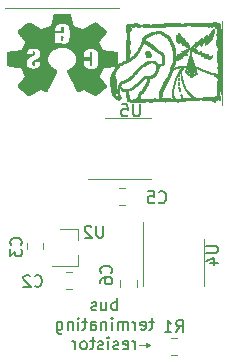
<source format=gbr>
G04 #@! TF.GenerationSoftware,KiCad,Pcbnew,5.1.2-f72e74a~84~ubuntu16.04.1*
G04 #@! TF.CreationDate,2019-06-21T14:24:11+02:00*
G04 #@! TF.ProjectId,microstepper,6d696372-6f73-4746-9570-7065722e6b69,rev?*
G04 #@! TF.SameCoordinates,Original*
G04 #@! TF.FileFunction,Legend,Bot*
G04 #@! TF.FilePolarity,Positive*
%FSLAX46Y46*%
G04 Gerber Fmt 4.6, Leading zero omitted, Abs format (unit mm)*
G04 Created by KiCad (PCBNEW 5.1.2-f72e74a~84~ubuntu16.04.1) date 2019-06-21 14:24:11*
%MOMM*%
%LPD*%
G04 APERTURE LIST*
%ADD10C,0.120000*%
%ADD11C,0.150000*%
%ADD12C,0.010000*%
G04 APERTURE END LIST*
D10*
X31978600Y-48285400D02*
X32283400Y-48133000D01*
X31978600Y-47980600D02*
X31978600Y-48285400D01*
X32283400Y-48133000D02*
X31978600Y-47980600D01*
X31394400Y-48133000D02*
X32283400Y-48133000D01*
D11*
X29519428Y-45182780D02*
X29519428Y-44182780D01*
X29519428Y-44563733D02*
X29424190Y-44516114D01*
X29233714Y-44516114D01*
X29138476Y-44563733D01*
X29090857Y-44611352D01*
X29043238Y-44706590D01*
X29043238Y-44992304D01*
X29090857Y-45087542D01*
X29138476Y-45135161D01*
X29233714Y-45182780D01*
X29424190Y-45182780D01*
X29519428Y-45135161D01*
X28186095Y-44516114D02*
X28186095Y-45182780D01*
X28614666Y-44516114D02*
X28614666Y-45039923D01*
X28567047Y-45135161D01*
X28471809Y-45182780D01*
X28328952Y-45182780D01*
X28233714Y-45135161D01*
X28186095Y-45087542D01*
X27757523Y-45135161D02*
X27662285Y-45182780D01*
X27471809Y-45182780D01*
X27376571Y-45135161D01*
X27328952Y-45039923D01*
X27328952Y-44992304D01*
X27376571Y-44897066D01*
X27471809Y-44849447D01*
X27614666Y-44849447D01*
X27709904Y-44801828D01*
X27757523Y-44706590D01*
X27757523Y-44658971D01*
X27709904Y-44563733D01*
X27614666Y-44516114D01*
X27471809Y-44516114D01*
X27376571Y-44563733D01*
X32614666Y-46166114D02*
X32233714Y-46166114D01*
X32471809Y-45832780D02*
X32471809Y-46689923D01*
X32424190Y-46785161D01*
X32328952Y-46832780D01*
X32233714Y-46832780D01*
X31519428Y-46785161D02*
X31614666Y-46832780D01*
X31805142Y-46832780D01*
X31900380Y-46785161D01*
X31948000Y-46689923D01*
X31948000Y-46308971D01*
X31900380Y-46213733D01*
X31805142Y-46166114D01*
X31614666Y-46166114D01*
X31519428Y-46213733D01*
X31471809Y-46308971D01*
X31471809Y-46404209D01*
X31948000Y-46499447D01*
X31043238Y-46832780D02*
X31043238Y-46166114D01*
X31043238Y-46356590D02*
X30995619Y-46261352D01*
X30948000Y-46213733D01*
X30852761Y-46166114D01*
X30757523Y-46166114D01*
X30424190Y-46832780D02*
X30424190Y-46166114D01*
X30424190Y-46261352D02*
X30376571Y-46213733D01*
X30281333Y-46166114D01*
X30138476Y-46166114D01*
X30043238Y-46213733D01*
X29995619Y-46308971D01*
X29995619Y-46832780D01*
X29995619Y-46308971D02*
X29948000Y-46213733D01*
X29852761Y-46166114D01*
X29709904Y-46166114D01*
X29614666Y-46213733D01*
X29567047Y-46308971D01*
X29567047Y-46832780D01*
X29090857Y-46832780D02*
X29090857Y-46166114D01*
X29090857Y-45832780D02*
X29138476Y-45880400D01*
X29090857Y-45928019D01*
X29043238Y-45880400D01*
X29090857Y-45832780D01*
X29090857Y-45928019D01*
X28614666Y-46166114D02*
X28614666Y-46832780D01*
X28614666Y-46261352D02*
X28567047Y-46213733D01*
X28471809Y-46166114D01*
X28328952Y-46166114D01*
X28233714Y-46213733D01*
X28186095Y-46308971D01*
X28186095Y-46832780D01*
X27281333Y-46832780D02*
X27281333Y-46308971D01*
X27328952Y-46213733D01*
X27424190Y-46166114D01*
X27614666Y-46166114D01*
X27709904Y-46213733D01*
X27281333Y-46785161D02*
X27376571Y-46832780D01*
X27614666Y-46832780D01*
X27709904Y-46785161D01*
X27757523Y-46689923D01*
X27757523Y-46594685D01*
X27709904Y-46499447D01*
X27614666Y-46451828D01*
X27376571Y-46451828D01*
X27281333Y-46404209D01*
X26948000Y-46166114D02*
X26567047Y-46166114D01*
X26805142Y-45832780D02*
X26805142Y-46689923D01*
X26757523Y-46785161D01*
X26662285Y-46832780D01*
X26567047Y-46832780D01*
X26233714Y-46832780D02*
X26233714Y-46166114D01*
X26233714Y-45832780D02*
X26281333Y-45880400D01*
X26233714Y-45928019D01*
X26186095Y-45880400D01*
X26233714Y-45832780D01*
X26233714Y-45928019D01*
X25757523Y-46166114D02*
X25757523Y-46832780D01*
X25757523Y-46261352D02*
X25709904Y-46213733D01*
X25614666Y-46166114D01*
X25471809Y-46166114D01*
X25376571Y-46213733D01*
X25328952Y-46308971D01*
X25328952Y-46832780D01*
X24424190Y-46166114D02*
X24424190Y-46975638D01*
X24471809Y-47070876D01*
X24519428Y-47118495D01*
X24614666Y-47166114D01*
X24757523Y-47166114D01*
X24852761Y-47118495D01*
X24424190Y-46785161D02*
X24519428Y-46832780D01*
X24709904Y-46832780D01*
X24805142Y-46785161D01*
X24852761Y-46737542D01*
X24900380Y-46642304D01*
X24900380Y-46356590D01*
X24852761Y-46261352D01*
X24805142Y-46213733D01*
X24709904Y-46166114D01*
X24519428Y-46166114D01*
X24424190Y-46213733D01*
X31043238Y-48482780D02*
X31043238Y-47816114D01*
X31043238Y-48006590D02*
X30995619Y-47911352D01*
X30948000Y-47863733D01*
X30852761Y-47816114D01*
X30757523Y-47816114D01*
X30043238Y-48435161D02*
X30138476Y-48482780D01*
X30328952Y-48482780D01*
X30424190Y-48435161D01*
X30471809Y-48339923D01*
X30471809Y-47958971D01*
X30424190Y-47863733D01*
X30328952Y-47816114D01*
X30138476Y-47816114D01*
X30043238Y-47863733D01*
X29995619Y-47958971D01*
X29995619Y-48054209D01*
X30471809Y-48149447D01*
X29614666Y-48435161D02*
X29519428Y-48482780D01*
X29328952Y-48482780D01*
X29233714Y-48435161D01*
X29186095Y-48339923D01*
X29186095Y-48292304D01*
X29233714Y-48197066D01*
X29328952Y-48149447D01*
X29471809Y-48149447D01*
X29567047Y-48101828D01*
X29614666Y-48006590D01*
X29614666Y-47958971D01*
X29567047Y-47863733D01*
X29471809Y-47816114D01*
X29328952Y-47816114D01*
X29233714Y-47863733D01*
X28757523Y-48482780D02*
X28757523Y-47816114D01*
X28757523Y-47482780D02*
X28805142Y-47530400D01*
X28757523Y-47578019D01*
X28709904Y-47530400D01*
X28757523Y-47482780D01*
X28757523Y-47578019D01*
X28328952Y-48435161D02*
X28233714Y-48482780D01*
X28043238Y-48482780D01*
X27948000Y-48435161D01*
X27900380Y-48339923D01*
X27900380Y-48292304D01*
X27948000Y-48197066D01*
X28043238Y-48149447D01*
X28186095Y-48149447D01*
X28281333Y-48101828D01*
X28328952Y-48006590D01*
X28328952Y-47958971D01*
X28281333Y-47863733D01*
X28186095Y-47816114D01*
X28043238Y-47816114D01*
X27948000Y-47863733D01*
X27614666Y-47816114D02*
X27233714Y-47816114D01*
X27471809Y-47482780D02*
X27471809Y-48339923D01*
X27424190Y-48435161D01*
X27328952Y-48482780D01*
X27233714Y-48482780D01*
X26757523Y-48482780D02*
X26852761Y-48435161D01*
X26900380Y-48387542D01*
X26948000Y-48292304D01*
X26948000Y-48006590D01*
X26900380Y-47911352D01*
X26852761Y-47863733D01*
X26757523Y-47816114D01*
X26614666Y-47816114D01*
X26519428Y-47863733D01*
X26471809Y-47911352D01*
X26424190Y-48006590D01*
X26424190Y-48292304D01*
X26471809Y-48387542D01*
X26519428Y-48435161D01*
X26614666Y-48482780D01*
X26757523Y-48482780D01*
X25995619Y-48482780D02*
X25995619Y-47816114D01*
X25995619Y-48006590D02*
X25948000Y-47911352D01*
X25900380Y-47863733D01*
X25805142Y-47816114D01*
X25709904Y-47816114D01*
D12*
G36*
X37936535Y-21761153D02*
G01*
X37915004Y-21775671D01*
X37899533Y-21800903D01*
X37895529Y-21824071D01*
X37905271Y-21850126D01*
X37928348Y-21866905D01*
X37955534Y-21870023D01*
X37972943Y-21860884D01*
X37979793Y-21841084D01*
X37980214Y-21809883D01*
X37974097Y-21779495D01*
X37973672Y-21778358D01*
X37958099Y-21760873D01*
X37936535Y-21761153D01*
X37936535Y-21761153D01*
G37*
X37936535Y-21761153D02*
X37915004Y-21775671D01*
X37899533Y-21800903D01*
X37895529Y-21824071D01*
X37905271Y-21850126D01*
X37928348Y-21866905D01*
X37955534Y-21870023D01*
X37972943Y-21860884D01*
X37979793Y-21841084D01*
X37980214Y-21809883D01*
X37974097Y-21779495D01*
X37973672Y-21778358D01*
X37958099Y-21760873D01*
X37936535Y-21761153D01*
G36*
X34697810Y-21684568D02*
G01*
X34694770Y-21713522D01*
X34694558Y-21749222D01*
X34693680Y-21796709D01*
X34687897Y-21824099D01*
X34682705Y-21829692D01*
X34673897Y-21843699D01*
X34668858Y-21873098D01*
X34668413Y-21885331D01*
X34664859Y-21941489D01*
X34654957Y-21977329D01*
X34639204Y-21991159D01*
X34637420Y-21991266D01*
X34621369Y-21981071D01*
X34613192Y-21965613D01*
X34599046Y-21938617D01*
X34577340Y-21912535D01*
X34555701Y-21895760D01*
X34547672Y-21893480D01*
X34536911Y-21903839D01*
X34529104Y-21924038D01*
X34519289Y-21946931D01*
X34509444Y-21954596D01*
X34503549Y-21965897D01*
X34499322Y-21996148D01*
X34497481Y-22039869D01*
X34497454Y-22046271D01*
X34498756Y-22090090D01*
X34502200Y-22122505D01*
X34507093Y-22137545D01*
X34508089Y-22137946D01*
X34517106Y-22148658D01*
X34528294Y-22175976D01*
X34534337Y-22196006D01*
X34545514Y-22232353D01*
X34556212Y-22258896D01*
X34560372Y-22265679D01*
X34569751Y-22287450D01*
X34570587Y-22314810D01*
X34563887Y-22337581D01*
X34552459Y-22345742D01*
X34537471Y-22349993D01*
X34537024Y-22363677D01*
X34552076Y-22388191D01*
X34583585Y-22424931D01*
X34632510Y-22475292D01*
X34659787Y-22502112D01*
X34705695Y-22546077D01*
X34737494Y-22573154D01*
X34758275Y-22583828D01*
X34771133Y-22578580D01*
X34779160Y-22557893D01*
X34785450Y-22522249D01*
X34785529Y-22521722D01*
X34793905Y-22487058D01*
X34805410Y-22463902D01*
X34810681Y-22459583D01*
X34822716Y-22444032D01*
X34828426Y-22415467D01*
X34828448Y-22414718D01*
X34830845Y-22393879D01*
X34835478Y-22392646D01*
X34836352Y-22394635D01*
X34852612Y-22417275D01*
X34859833Y-22422745D01*
X34874718Y-22441025D01*
X34876376Y-22449307D01*
X34884452Y-22468107D01*
X34904516Y-22493924D01*
X34911168Y-22500886D01*
X34938700Y-22536823D01*
X34960053Y-22578731D01*
X34961800Y-22583674D01*
X34977804Y-22617394D01*
X35002194Y-22653451D01*
X35029649Y-22685448D01*
X35054850Y-22706991D01*
X35068893Y-22712440D01*
X35082335Y-22702188D01*
X35099580Y-22676679D01*
X35116510Y-22643781D01*
X35129006Y-22611366D01*
X35133065Y-22589831D01*
X35139039Y-22569473D01*
X35152662Y-22567188D01*
X35167485Y-22581077D01*
X35175846Y-22602431D01*
X35184152Y-22628074D01*
X35193021Y-22639093D01*
X35193218Y-22639101D01*
X35202049Y-22649660D01*
X35213317Y-22676244D01*
X35217770Y-22689951D01*
X35236223Y-22730971D01*
X35264141Y-22772620D01*
X35274604Y-22784682D01*
X35298748Y-22812003D01*
X35313810Y-22832610D01*
X35316308Y-22838602D01*
X35326263Y-22858169D01*
X35348394Y-22876201D01*
X35370546Y-22883566D01*
X35387365Y-22877229D01*
X35389754Y-22871343D01*
X35399681Y-22860561D01*
X35408473Y-22859120D01*
X35428802Y-22849220D01*
X35434328Y-22840521D01*
X35442185Y-22831109D01*
X35455967Y-22838572D01*
X35470031Y-22852744D01*
X35492311Y-22873606D01*
X35508623Y-22883451D01*
X35509691Y-22883566D01*
X35524124Y-22892414D01*
X35543439Y-22913733D01*
X35543734Y-22914125D01*
X35572905Y-22938480D01*
X35604612Y-22942431D01*
X35631164Y-22926399D01*
X35644419Y-22899767D01*
X35643950Y-22872673D01*
X35630034Y-22855456D01*
X35629261Y-22855142D01*
X35614723Y-22839498D01*
X35603859Y-22811123D01*
X35603843Y-22811053D01*
X35594963Y-22785041D01*
X35584784Y-22773583D01*
X35584356Y-22773557D01*
X35575934Y-22763079D01*
X35573103Y-22742615D01*
X35566568Y-22716557D01*
X35554599Y-22704572D01*
X35540589Y-22689201D01*
X35526999Y-22658804D01*
X35522589Y-22643839D01*
X35512366Y-22611781D01*
X35502101Y-22592612D01*
X35498313Y-22590207D01*
X35490127Y-22579765D01*
X35487540Y-22560522D01*
X35477695Y-22525316D01*
X35452886Y-22500120D01*
X35425906Y-22492421D01*
X35403307Y-22504553D01*
X35380621Y-22540596D01*
X35379314Y-22543407D01*
X35355940Y-22594393D01*
X35347326Y-22543407D01*
X35339880Y-22512107D01*
X35331422Y-22494119D01*
X35328534Y-22492421D01*
X35319102Y-22481893D01*
X35310468Y-22456494D01*
X35310303Y-22455751D01*
X35301484Y-22430091D01*
X35291391Y-22419088D01*
X35291173Y-22419081D01*
X35281921Y-22408358D01*
X35271101Y-22381171D01*
X35266246Y-22364077D01*
X35255956Y-22331548D01*
X35245662Y-22311810D01*
X35241623Y-22309072D01*
X35231420Y-22299511D01*
X35230851Y-22295011D01*
X35225310Y-22272670D01*
X35211292Y-22240252D01*
X35192712Y-22204879D01*
X35173481Y-22173670D01*
X35157512Y-22153747D01*
X35151273Y-22150169D01*
X35133246Y-22161349D01*
X35122738Y-22192013D01*
X35120842Y-22218397D01*
X35114285Y-22242224D01*
X35102507Y-22247955D01*
X35087570Y-22237788D01*
X35084172Y-22223731D01*
X35076035Y-22201184D01*
X35055352Y-22171163D01*
X35041390Y-22155454D01*
X35016592Y-22126940D01*
X35001151Y-22103453D01*
X34998609Y-22095422D01*
X34988769Y-22077499D01*
X34980274Y-22072409D01*
X34965840Y-22056000D01*
X34961939Y-22037148D01*
X34952988Y-22007694D01*
X34937492Y-21987991D01*
X34918892Y-21965553D01*
X34913046Y-21948604D01*
X34906345Y-21932263D01*
X34900560Y-21930150D01*
X34887321Y-21920131D01*
X34873419Y-21896536D01*
X34853278Y-21862725D01*
X34830261Y-21835411D01*
X34805336Y-21803228D01*
X34788107Y-21768739D01*
X34771878Y-21737213D01*
X34747901Y-21706018D01*
X34722612Y-21682369D01*
X34703094Y-21673461D01*
X34697810Y-21684568D01*
X34697810Y-21684568D01*
G37*
X34697810Y-21684568D02*
X34694770Y-21713522D01*
X34694558Y-21749222D01*
X34693680Y-21796709D01*
X34687897Y-21824099D01*
X34682705Y-21829692D01*
X34673897Y-21843699D01*
X34668858Y-21873098D01*
X34668413Y-21885331D01*
X34664859Y-21941489D01*
X34654957Y-21977329D01*
X34639204Y-21991159D01*
X34637420Y-21991266D01*
X34621369Y-21981071D01*
X34613192Y-21965613D01*
X34599046Y-21938617D01*
X34577340Y-21912535D01*
X34555701Y-21895760D01*
X34547672Y-21893480D01*
X34536911Y-21903839D01*
X34529104Y-21924038D01*
X34519289Y-21946931D01*
X34509444Y-21954596D01*
X34503549Y-21965897D01*
X34499322Y-21996148D01*
X34497481Y-22039869D01*
X34497454Y-22046271D01*
X34498756Y-22090090D01*
X34502200Y-22122505D01*
X34507093Y-22137545D01*
X34508089Y-22137946D01*
X34517106Y-22148658D01*
X34528294Y-22175976D01*
X34534337Y-22196006D01*
X34545514Y-22232353D01*
X34556212Y-22258896D01*
X34560372Y-22265679D01*
X34569751Y-22287450D01*
X34570587Y-22314810D01*
X34563887Y-22337581D01*
X34552459Y-22345742D01*
X34537471Y-22349993D01*
X34537024Y-22363677D01*
X34552076Y-22388191D01*
X34583585Y-22424931D01*
X34632510Y-22475292D01*
X34659787Y-22502112D01*
X34705695Y-22546077D01*
X34737494Y-22573154D01*
X34758275Y-22583828D01*
X34771133Y-22578580D01*
X34779160Y-22557893D01*
X34785450Y-22522249D01*
X34785529Y-22521722D01*
X34793905Y-22487058D01*
X34805410Y-22463902D01*
X34810681Y-22459583D01*
X34822716Y-22444032D01*
X34828426Y-22415467D01*
X34828448Y-22414718D01*
X34830845Y-22393879D01*
X34835478Y-22392646D01*
X34836352Y-22394635D01*
X34852612Y-22417275D01*
X34859833Y-22422745D01*
X34874718Y-22441025D01*
X34876376Y-22449307D01*
X34884452Y-22468107D01*
X34904516Y-22493924D01*
X34911168Y-22500886D01*
X34938700Y-22536823D01*
X34960053Y-22578731D01*
X34961800Y-22583674D01*
X34977804Y-22617394D01*
X35002194Y-22653451D01*
X35029649Y-22685448D01*
X35054850Y-22706991D01*
X35068893Y-22712440D01*
X35082335Y-22702188D01*
X35099580Y-22676679D01*
X35116510Y-22643781D01*
X35129006Y-22611366D01*
X35133065Y-22589831D01*
X35139039Y-22569473D01*
X35152662Y-22567188D01*
X35167485Y-22581077D01*
X35175846Y-22602431D01*
X35184152Y-22628074D01*
X35193021Y-22639093D01*
X35193218Y-22639101D01*
X35202049Y-22649660D01*
X35213317Y-22676244D01*
X35217770Y-22689951D01*
X35236223Y-22730971D01*
X35264141Y-22772620D01*
X35274604Y-22784682D01*
X35298748Y-22812003D01*
X35313810Y-22832610D01*
X35316308Y-22838602D01*
X35326263Y-22858169D01*
X35348394Y-22876201D01*
X35370546Y-22883566D01*
X35387365Y-22877229D01*
X35389754Y-22871343D01*
X35399681Y-22860561D01*
X35408473Y-22859120D01*
X35428802Y-22849220D01*
X35434328Y-22840521D01*
X35442185Y-22831109D01*
X35455967Y-22838572D01*
X35470031Y-22852744D01*
X35492311Y-22873606D01*
X35508623Y-22883451D01*
X35509691Y-22883566D01*
X35524124Y-22892414D01*
X35543439Y-22913733D01*
X35543734Y-22914125D01*
X35572905Y-22938480D01*
X35604612Y-22942431D01*
X35631164Y-22926399D01*
X35644419Y-22899767D01*
X35643950Y-22872673D01*
X35630034Y-22855456D01*
X35629261Y-22855142D01*
X35614723Y-22839498D01*
X35603859Y-22811123D01*
X35603843Y-22811053D01*
X35594963Y-22785041D01*
X35584784Y-22773583D01*
X35584356Y-22773557D01*
X35575934Y-22763079D01*
X35573103Y-22742615D01*
X35566568Y-22716557D01*
X35554599Y-22704572D01*
X35540589Y-22689201D01*
X35526999Y-22658804D01*
X35522589Y-22643839D01*
X35512366Y-22611781D01*
X35502101Y-22592612D01*
X35498313Y-22590207D01*
X35490127Y-22579765D01*
X35487540Y-22560522D01*
X35477695Y-22525316D01*
X35452886Y-22500120D01*
X35425906Y-22492421D01*
X35403307Y-22504553D01*
X35380621Y-22540596D01*
X35379314Y-22543407D01*
X35355940Y-22594393D01*
X35347326Y-22543407D01*
X35339880Y-22512107D01*
X35331422Y-22494119D01*
X35328534Y-22492421D01*
X35319102Y-22481893D01*
X35310468Y-22456494D01*
X35310303Y-22455751D01*
X35301484Y-22430091D01*
X35291391Y-22419088D01*
X35291173Y-22419081D01*
X35281921Y-22408358D01*
X35271101Y-22381171D01*
X35266246Y-22364077D01*
X35255956Y-22331548D01*
X35245662Y-22311810D01*
X35241623Y-22309072D01*
X35231420Y-22299511D01*
X35230851Y-22295011D01*
X35225310Y-22272670D01*
X35211292Y-22240252D01*
X35192712Y-22204879D01*
X35173481Y-22173670D01*
X35157512Y-22153747D01*
X35151273Y-22150169D01*
X35133246Y-22161349D01*
X35122738Y-22192013D01*
X35120842Y-22218397D01*
X35114285Y-22242224D01*
X35102507Y-22247955D01*
X35087570Y-22237788D01*
X35084172Y-22223731D01*
X35076035Y-22201184D01*
X35055352Y-22171163D01*
X35041390Y-22155454D01*
X35016592Y-22126940D01*
X35001151Y-22103453D01*
X34998609Y-22095422D01*
X34988769Y-22077499D01*
X34980274Y-22072409D01*
X34965840Y-22056000D01*
X34961939Y-22037148D01*
X34952988Y-22007694D01*
X34937492Y-21987991D01*
X34918892Y-21965553D01*
X34913046Y-21948604D01*
X34906345Y-21932263D01*
X34900560Y-21930150D01*
X34887321Y-21920131D01*
X34873419Y-21896536D01*
X34853278Y-21862725D01*
X34830261Y-21835411D01*
X34805336Y-21803228D01*
X34788107Y-21768739D01*
X34771878Y-21737213D01*
X34747901Y-21706018D01*
X34722612Y-21682369D01*
X34703094Y-21673461D01*
X34697810Y-21684568D01*
G36*
X37689746Y-21376074D02*
G01*
X37662739Y-21396852D01*
X37632023Y-21424503D01*
X37603640Y-21453315D01*
X37583636Y-21477577D01*
X37577723Y-21490041D01*
X37568465Y-21501966D01*
X37565500Y-21502334D01*
X37554404Y-21512121D01*
X37553277Y-21519159D01*
X37545390Y-21536667D01*
X37525008Y-21564418D01*
X37504384Y-21587897D01*
X37477838Y-21618797D01*
X37460081Y-21644665D01*
X37455490Y-21656636D01*
X37448380Y-21671909D01*
X37443267Y-21673461D01*
X37431901Y-21683113D01*
X37431034Y-21688740D01*
X37423419Y-21706143D01*
X37404028Y-21733441D01*
X37390167Y-21749925D01*
X37361992Y-21788444D01*
X37339790Y-21830626D01*
X37334681Y-21844655D01*
X37323082Y-21874897D01*
X37311589Y-21892030D01*
X37308320Y-21893480D01*
X37297809Y-21903343D01*
X37296588Y-21911185D01*
X37288791Y-21931378D01*
X37269662Y-21957818D01*
X37266029Y-21961863D01*
X37245549Y-21989841D01*
X37235641Y-22014924D01*
X37235471Y-22017498D01*
X37230698Y-22036380D01*
X37224836Y-22040159D01*
X37215579Y-22050819D01*
X37204188Y-22077862D01*
X37198801Y-22095164D01*
X37187685Y-22127608D01*
X37176997Y-22147363D01*
X37172911Y-22150169D01*
X37164628Y-22160965D01*
X37156654Y-22187949D01*
X37154602Y-22199062D01*
X37147361Y-22229621D01*
X37138750Y-22246673D01*
X37136123Y-22247955D01*
X37129446Y-22237108D01*
X37125733Y-22210010D01*
X37125461Y-22199062D01*
X37128172Y-22168445D01*
X37134945Y-22151416D01*
X37137685Y-22150169D01*
X37144599Y-22139075D01*
X37148864Y-22109992D01*
X37150617Y-22069217D01*
X37149997Y-22023048D01*
X37147142Y-21977783D01*
X37142189Y-21939720D01*
X37135276Y-21915157D01*
X37132446Y-21910942D01*
X37108864Y-21896162D01*
X37087503Y-21895533D01*
X37076750Y-21908925D01*
X37076568Y-21911815D01*
X37067847Y-21928043D01*
X37060299Y-21930150D01*
X37043052Y-21939890D01*
X37028174Y-21959776D01*
X37006737Y-21984634D01*
X36985569Y-21996116D01*
X36960924Y-22011390D01*
X36941298Y-22036774D01*
X36923722Y-22066577D01*
X36908498Y-22086870D01*
X36895333Y-22106395D01*
X36893219Y-22114372D01*
X36885358Y-22130553D01*
X36868772Y-22150169D01*
X36850642Y-22174368D01*
X36844326Y-22192950D01*
X36837726Y-22209217D01*
X36832102Y-22211285D01*
X36820960Y-22221050D01*
X36819879Y-22227835D01*
X36812114Y-22247209D01*
X36793048Y-22273213D01*
X36789321Y-22277358D01*
X36769026Y-22303422D01*
X36758992Y-22324474D01*
X36758763Y-22326729D01*
X36748915Y-22345031D01*
X36740428Y-22350162D01*
X36732150Y-22350072D01*
X36726757Y-22339662D01*
X36723671Y-22315133D01*
X36722318Y-22272685D01*
X36722093Y-22229237D01*
X36721759Y-22172011D01*
X36720226Y-22134917D01*
X36716702Y-22113642D01*
X36710390Y-22103876D01*
X36700498Y-22101307D01*
X36698519Y-22101276D01*
X36670494Y-22109588D01*
X36656611Y-22119611D01*
X36635967Y-22134639D01*
X36625180Y-22137946D01*
X36612996Y-22147581D01*
X36612055Y-22153225D01*
X36604717Y-22170760D01*
X36586927Y-22196679D01*
X36564957Y-22223236D01*
X36545080Y-22242688D01*
X36535318Y-22247955D01*
X36517974Y-22257271D01*
X36496379Y-22279564D01*
X36477993Y-22306350D01*
X36471898Y-22320088D01*
X36461701Y-22340447D01*
X36454258Y-22345742D01*
X36437651Y-22353652D01*
X36414085Y-22372283D01*
X36392025Y-22393983D01*
X36379934Y-22411102D01*
X36379454Y-22413359D01*
X36371502Y-22430187D01*
X36353131Y-22454290D01*
X36331549Y-22477432D01*
X36313963Y-22491378D01*
X36310143Y-22492561D01*
X36299568Y-22502689D01*
X36283928Y-22528189D01*
X36275943Y-22543941D01*
X36251496Y-22595181D01*
X36247796Y-22524303D01*
X36245218Y-22484725D01*
X36240794Y-22464405D01*
X36231513Y-22458181D01*
X36214363Y-22460892D01*
X36211248Y-22461669D01*
X36175063Y-22479063D01*
X36160385Y-22507827D01*
X36160009Y-22513812D01*
X36150201Y-22527919D01*
X36144203Y-22529091D01*
X36125078Y-22538115D01*
X36103364Y-22558674D01*
X36088462Y-22580996D01*
X36086482Y-22589100D01*
X36078328Y-22603420D01*
X36057176Y-22629092D01*
X36027989Y-22661006D01*
X35995732Y-22694050D01*
X35965369Y-22723116D01*
X35941863Y-22743092D01*
X35931050Y-22749110D01*
X35918668Y-22759493D01*
X35910336Y-22779668D01*
X35901167Y-22802543D01*
X35892546Y-22810227D01*
X35875734Y-22817964D01*
X35853496Y-22835636D01*
X35835233Y-22854935D01*
X35829793Y-22865703D01*
X35822409Y-22881542D01*
X35810260Y-22897113D01*
X35798108Y-22918587D01*
X35798758Y-22931689D01*
X35817659Y-22943685D01*
X35840158Y-22940129D01*
X35848127Y-22932460D01*
X35865368Y-22922191D01*
X35879407Y-22920236D01*
X35898884Y-22915629D01*
X35903132Y-22909541D01*
X35913701Y-22899976D01*
X35939238Y-22891629D01*
X35940304Y-22891411D01*
X35966900Y-22879712D01*
X35998108Y-22857545D01*
X36026817Y-22831152D01*
X36045915Y-22806775D01*
X36049812Y-22795279D01*
X36059750Y-22786842D01*
X36068147Y-22785780D01*
X36082893Y-22796406D01*
X36086482Y-22816338D01*
X36090666Y-22839310D01*
X36098705Y-22846897D01*
X36109487Y-22856823D01*
X36110928Y-22865615D01*
X36119215Y-22886216D01*
X36140055Y-22890578D01*
X36167414Y-22878342D01*
X36177927Y-22869588D01*
X36198706Y-22845797D01*
X36208413Y-22826656D01*
X36208503Y-22825506D01*
X36216754Y-22811303D01*
X36221454Y-22810227D01*
X36241954Y-22801351D01*
X36271993Y-22778210D01*
X36306361Y-22746036D01*
X36339847Y-22710061D01*
X36367241Y-22675516D01*
X36383296Y-22647727D01*
X36396052Y-22630027D01*
X36403904Y-22626877D01*
X36416081Y-22617729D01*
X36416511Y-22614543D01*
X36424868Y-22597305D01*
X36445034Y-22572766D01*
X36469649Y-22548493D01*
X36491356Y-22532055D01*
X36499601Y-22529091D01*
X36507351Y-22540327D01*
X36514994Y-22570162D01*
X36521061Y-22612785D01*
X36521248Y-22614654D01*
X36526788Y-22656786D01*
X36533455Y-22687336D01*
X36539873Y-22700143D01*
X36540323Y-22700217D01*
X36548975Y-22710468D01*
X36550967Y-22724664D01*
X36558610Y-22744573D01*
X36569302Y-22749110D01*
X36585568Y-22755710D01*
X36587637Y-22761333D01*
X36595222Y-22774138D01*
X36612383Y-22773220D01*
X36630727Y-22761434D01*
X36641549Y-22742999D01*
X36652542Y-22720075D01*
X36664604Y-22712440D01*
X36683665Y-22703383D01*
X36705272Y-22682736D01*
X36720108Y-22660281D01*
X36722093Y-22652071D01*
X36730808Y-22637406D01*
X36751855Y-22617468D01*
X36752651Y-22616838D01*
X36774034Y-22596134D01*
X36783203Y-22579551D01*
X36783209Y-22579281D01*
X36791673Y-22566384D01*
X36795293Y-22565761D01*
X36815573Y-22557298D01*
X36838534Y-22537973D01*
X36854364Y-22516880D01*
X36856549Y-22508980D01*
X36864592Y-22492097D01*
X36884898Y-22466529D01*
X36896275Y-22454519D01*
X36936000Y-22414737D01*
X36944590Y-22517559D01*
X36949919Y-22564880D01*
X36956670Y-22601805D01*
X36963656Y-22622389D01*
X36965981Y-22624647D01*
X36975159Y-22638568D01*
X36978782Y-22664566D01*
X36982568Y-22689867D01*
X36991521Y-22700217D01*
X36998352Y-22699733D01*
X37006195Y-22696266D01*
X37018916Y-22686790D01*
X37040384Y-22668281D01*
X37074467Y-22637715D01*
X37093965Y-22620111D01*
X37127092Y-22592273D01*
X37154816Y-22572674D01*
X37170360Y-22565761D01*
X37185239Y-22560031D01*
X37186578Y-22556262D01*
X37194606Y-22540758D01*
X37214061Y-22516887D01*
X37238001Y-22491984D01*
X37259485Y-22473386D01*
X37270127Y-22467974D01*
X37281377Y-22457600D01*
X37289462Y-22437105D01*
X37303041Y-22407055D01*
X37324876Y-22378835D01*
X37347862Y-22360688D01*
X37357704Y-22357965D01*
X37369203Y-22348294D01*
X37370138Y-22342686D01*
X37379130Y-22323533D01*
X37399932Y-22299717D01*
X37423865Y-22279833D01*
X37441110Y-22272402D01*
X37454734Y-22262318D01*
X37461332Y-22248805D01*
X37478164Y-22228998D01*
X37504949Y-22217273D01*
X37536966Y-22201262D01*
X37548502Y-22179753D01*
X37557936Y-22157333D01*
X37566825Y-22150169D01*
X37575037Y-22139706D01*
X37577723Y-22119786D01*
X37580635Y-22090648D01*
X37587983Y-22052390D01*
X37597689Y-22013390D01*
X37607676Y-21982026D01*
X37615670Y-21966820D01*
X37620517Y-21952332D01*
X37625425Y-21920621D01*
X37628946Y-21883341D01*
X37633562Y-21841858D01*
X37640134Y-21810733D01*
X37646397Y-21797778D01*
X37657510Y-21780686D01*
X37669854Y-21748559D01*
X37680626Y-21710475D01*
X37687024Y-21675510D01*
X37687733Y-21663894D01*
X37693729Y-21641425D01*
X37701853Y-21634121D01*
X37709360Y-21619404D01*
X37715293Y-21581662D01*
X37719461Y-21522278D01*
X37720401Y-21498646D01*
X37721883Y-21439510D01*
X37721277Y-21400837D01*
X37718180Y-21378700D01*
X37712189Y-21369174D01*
X37707000Y-21367878D01*
X37689746Y-21376074D01*
X37689746Y-21376074D01*
G37*
X37689746Y-21376074D02*
X37662739Y-21396852D01*
X37632023Y-21424503D01*
X37603640Y-21453315D01*
X37583636Y-21477577D01*
X37577723Y-21490041D01*
X37568465Y-21501966D01*
X37565500Y-21502334D01*
X37554404Y-21512121D01*
X37553277Y-21519159D01*
X37545390Y-21536667D01*
X37525008Y-21564418D01*
X37504384Y-21587897D01*
X37477838Y-21618797D01*
X37460081Y-21644665D01*
X37455490Y-21656636D01*
X37448380Y-21671909D01*
X37443267Y-21673461D01*
X37431901Y-21683113D01*
X37431034Y-21688740D01*
X37423419Y-21706143D01*
X37404028Y-21733441D01*
X37390167Y-21749925D01*
X37361992Y-21788444D01*
X37339790Y-21830626D01*
X37334681Y-21844655D01*
X37323082Y-21874897D01*
X37311589Y-21892030D01*
X37308320Y-21893480D01*
X37297809Y-21903343D01*
X37296588Y-21911185D01*
X37288791Y-21931378D01*
X37269662Y-21957818D01*
X37266029Y-21961863D01*
X37245549Y-21989841D01*
X37235641Y-22014924D01*
X37235471Y-22017498D01*
X37230698Y-22036380D01*
X37224836Y-22040159D01*
X37215579Y-22050819D01*
X37204188Y-22077862D01*
X37198801Y-22095164D01*
X37187685Y-22127608D01*
X37176997Y-22147363D01*
X37172911Y-22150169D01*
X37164628Y-22160965D01*
X37156654Y-22187949D01*
X37154602Y-22199062D01*
X37147361Y-22229621D01*
X37138750Y-22246673D01*
X37136123Y-22247955D01*
X37129446Y-22237108D01*
X37125733Y-22210010D01*
X37125461Y-22199062D01*
X37128172Y-22168445D01*
X37134945Y-22151416D01*
X37137685Y-22150169D01*
X37144599Y-22139075D01*
X37148864Y-22109992D01*
X37150617Y-22069217D01*
X37149997Y-22023048D01*
X37147142Y-21977783D01*
X37142189Y-21939720D01*
X37135276Y-21915157D01*
X37132446Y-21910942D01*
X37108864Y-21896162D01*
X37087503Y-21895533D01*
X37076750Y-21908925D01*
X37076568Y-21911815D01*
X37067847Y-21928043D01*
X37060299Y-21930150D01*
X37043052Y-21939890D01*
X37028174Y-21959776D01*
X37006737Y-21984634D01*
X36985569Y-21996116D01*
X36960924Y-22011390D01*
X36941298Y-22036774D01*
X36923722Y-22066577D01*
X36908498Y-22086870D01*
X36895333Y-22106395D01*
X36893219Y-22114372D01*
X36885358Y-22130553D01*
X36868772Y-22150169D01*
X36850642Y-22174368D01*
X36844326Y-22192950D01*
X36837726Y-22209217D01*
X36832102Y-22211285D01*
X36820960Y-22221050D01*
X36819879Y-22227835D01*
X36812114Y-22247209D01*
X36793048Y-22273213D01*
X36789321Y-22277358D01*
X36769026Y-22303422D01*
X36758992Y-22324474D01*
X36758763Y-22326729D01*
X36748915Y-22345031D01*
X36740428Y-22350162D01*
X36732150Y-22350072D01*
X36726757Y-22339662D01*
X36723671Y-22315133D01*
X36722318Y-22272685D01*
X36722093Y-22229237D01*
X36721759Y-22172011D01*
X36720226Y-22134917D01*
X36716702Y-22113642D01*
X36710390Y-22103876D01*
X36700498Y-22101307D01*
X36698519Y-22101276D01*
X36670494Y-22109588D01*
X36656611Y-22119611D01*
X36635967Y-22134639D01*
X36625180Y-22137946D01*
X36612996Y-22147581D01*
X36612055Y-22153225D01*
X36604717Y-22170760D01*
X36586927Y-22196679D01*
X36564957Y-22223236D01*
X36545080Y-22242688D01*
X36535318Y-22247955D01*
X36517974Y-22257271D01*
X36496379Y-22279564D01*
X36477993Y-22306350D01*
X36471898Y-22320088D01*
X36461701Y-22340447D01*
X36454258Y-22345742D01*
X36437651Y-22353652D01*
X36414085Y-22372283D01*
X36392025Y-22393983D01*
X36379934Y-22411102D01*
X36379454Y-22413359D01*
X36371502Y-22430187D01*
X36353131Y-22454290D01*
X36331549Y-22477432D01*
X36313963Y-22491378D01*
X36310143Y-22492561D01*
X36299568Y-22502689D01*
X36283928Y-22528189D01*
X36275943Y-22543941D01*
X36251496Y-22595181D01*
X36247796Y-22524303D01*
X36245218Y-22484725D01*
X36240794Y-22464405D01*
X36231513Y-22458181D01*
X36214363Y-22460892D01*
X36211248Y-22461669D01*
X36175063Y-22479063D01*
X36160385Y-22507827D01*
X36160009Y-22513812D01*
X36150201Y-22527919D01*
X36144203Y-22529091D01*
X36125078Y-22538115D01*
X36103364Y-22558674D01*
X36088462Y-22580996D01*
X36086482Y-22589100D01*
X36078328Y-22603420D01*
X36057176Y-22629092D01*
X36027989Y-22661006D01*
X35995732Y-22694050D01*
X35965369Y-22723116D01*
X35941863Y-22743092D01*
X35931050Y-22749110D01*
X35918668Y-22759493D01*
X35910336Y-22779668D01*
X35901167Y-22802543D01*
X35892546Y-22810227D01*
X35875734Y-22817964D01*
X35853496Y-22835636D01*
X35835233Y-22854935D01*
X35829793Y-22865703D01*
X35822409Y-22881542D01*
X35810260Y-22897113D01*
X35798108Y-22918587D01*
X35798758Y-22931689D01*
X35817659Y-22943685D01*
X35840158Y-22940129D01*
X35848127Y-22932460D01*
X35865368Y-22922191D01*
X35879407Y-22920236D01*
X35898884Y-22915629D01*
X35903132Y-22909541D01*
X35913701Y-22899976D01*
X35939238Y-22891629D01*
X35940304Y-22891411D01*
X35966900Y-22879712D01*
X35998108Y-22857545D01*
X36026817Y-22831152D01*
X36045915Y-22806775D01*
X36049812Y-22795279D01*
X36059750Y-22786842D01*
X36068147Y-22785780D01*
X36082893Y-22796406D01*
X36086482Y-22816338D01*
X36090666Y-22839310D01*
X36098705Y-22846897D01*
X36109487Y-22856823D01*
X36110928Y-22865615D01*
X36119215Y-22886216D01*
X36140055Y-22890578D01*
X36167414Y-22878342D01*
X36177927Y-22869588D01*
X36198706Y-22845797D01*
X36208413Y-22826656D01*
X36208503Y-22825506D01*
X36216754Y-22811303D01*
X36221454Y-22810227D01*
X36241954Y-22801351D01*
X36271993Y-22778210D01*
X36306361Y-22746036D01*
X36339847Y-22710061D01*
X36367241Y-22675516D01*
X36383296Y-22647727D01*
X36396052Y-22630027D01*
X36403904Y-22626877D01*
X36416081Y-22617729D01*
X36416511Y-22614543D01*
X36424868Y-22597305D01*
X36445034Y-22572766D01*
X36469649Y-22548493D01*
X36491356Y-22532055D01*
X36499601Y-22529091D01*
X36507351Y-22540327D01*
X36514994Y-22570162D01*
X36521061Y-22612785D01*
X36521248Y-22614654D01*
X36526788Y-22656786D01*
X36533455Y-22687336D01*
X36539873Y-22700143D01*
X36540323Y-22700217D01*
X36548975Y-22710468D01*
X36550967Y-22724664D01*
X36558610Y-22744573D01*
X36569302Y-22749110D01*
X36585568Y-22755710D01*
X36587637Y-22761333D01*
X36595222Y-22774138D01*
X36612383Y-22773220D01*
X36630727Y-22761434D01*
X36641549Y-22742999D01*
X36652542Y-22720075D01*
X36664604Y-22712440D01*
X36683665Y-22703383D01*
X36705272Y-22682736D01*
X36720108Y-22660281D01*
X36722093Y-22652071D01*
X36730808Y-22637406D01*
X36751855Y-22617468D01*
X36752651Y-22616838D01*
X36774034Y-22596134D01*
X36783203Y-22579551D01*
X36783209Y-22579281D01*
X36791673Y-22566384D01*
X36795293Y-22565761D01*
X36815573Y-22557298D01*
X36838534Y-22537973D01*
X36854364Y-22516880D01*
X36856549Y-22508980D01*
X36864592Y-22492097D01*
X36884898Y-22466529D01*
X36896275Y-22454519D01*
X36936000Y-22414737D01*
X36944590Y-22517559D01*
X36949919Y-22564880D01*
X36956670Y-22601805D01*
X36963656Y-22622389D01*
X36965981Y-22624647D01*
X36975159Y-22638568D01*
X36978782Y-22664566D01*
X36982568Y-22689867D01*
X36991521Y-22700217D01*
X36998352Y-22699733D01*
X37006195Y-22696266D01*
X37018916Y-22686790D01*
X37040384Y-22668281D01*
X37074467Y-22637715D01*
X37093965Y-22620111D01*
X37127092Y-22592273D01*
X37154816Y-22572674D01*
X37170360Y-22565761D01*
X37185239Y-22560031D01*
X37186578Y-22556262D01*
X37194606Y-22540758D01*
X37214061Y-22516887D01*
X37238001Y-22491984D01*
X37259485Y-22473386D01*
X37270127Y-22467974D01*
X37281377Y-22457600D01*
X37289462Y-22437105D01*
X37303041Y-22407055D01*
X37324876Y-22378835D01*
X37347862Y-22360688D01*
X37357704Y-22357965D01*
X37369203Y-22348294D01*
X37370138Y-22342686D01*
X37379130Y-22323533D01*
X37399932Y-22299717D01*
X37423865Y-22279833D01*
X37441110Y-22272402D01*
X37454734Y-22262318D01*
X37461332Y-22248805D01*
X37478164Y-22228998D01*
X37504949Y-22217273D01*
X37536966Y-22201262D01*
X37548502Y-22179753D01*
X37557936Y-22157333D01*
X37566825Y-22150169D01*
X37575037Y-22139706D01*
X37577723Y-22119786D01*
X37580635Y-22090648D01*
X37587983Y-22052390D01*
X37597689Y-22013390D01*
X37607676Y-21982026D01*
X37615670Y-21966820D01*
X37620517Y-21952332D01*
X37625425Y-21920621D01*
X37628946Y-21883341D01*
X37633562Y-21841858D01*
X37640134Y-21810733D01*
X37646397Y-21797778D01*
X37657510Y-21780686D01*
X37669854Y-21748559D01*
X37680626Y-21710475D01*
X37687024Y-21675510D01*
X37687733Y-21663894D01*
X37693729Y-21641425D01*
X37701853Y-21634121D01*
X37709360Y-21619404D01*
X37715293Y-21581662D01*
X37719461Y-21522278D01*
X37720401Y-21498646D01*
X37721883Y-21439510D01*
X37721277Y-21400837D01*
X37718180Y-21378700D01*
X37712189Y-21369174D01*
X37707000Y-21367878D01*
X37689746Y-21376074D01*
G36*
X35786043Y-22987959D02*
G01*
X35781066Y-22995985D01*
X35780899Y-22998848D01*
X35790318Y-23015586D01*
X35799234Y-23018023D01*
X35815348Y-23027837D01*
X35817569Y-23036741D01*
X35827563Y-23056467D01*
X35838691Y-23063565D01*
X35865191Y-23080018D01*
X35889580Y-23104745D01*
X35905481Y-23130075D01*
X35907543Y-23146392D01*
X35891219Y-23165518D01*
X35883852Y-23169485D01*
X35870376Y-23185534D01*
X35866462Y-23205572D01*
X35875815Y-23228811D01*
X35904898Y-23243351D01*
X35955245Y-23249804D01*
X35978511Y-23250265D01*
X36014278Y-23258536D01*
X36039888Y-23274231D01*
X36068403Y-23291312D01*
X36107414Y-23304073D01*
X36118263Y-23306092D01*
X36150776Y-23312138D01*
X36164759Y-23320810D01*
X36165964Y-23337568D01*
X36163839Y-23349354D01*
X36161310Y-23374350D01*
X36171450Y-23383584D01*
X36188852Y-23384721D01*
X36212544Y-23388723D01*
X36220938Y-23396945D01*
X36232241Y-23403219D01*
X36262522Y-23407554D01*
X36306267Y-23409168D01*
X36391596Y-23409168D01*
X36384287Y-23462497D01*
X36376977Y-23515825D01*
X36501288Y-23524638D01*
X36559859Y-23529607D01*
X36596475Y-23534871D01*
X36613625Y-23540939D01*
X36614323Y-23547705D01*
X36604717Y-23568708D01*
X36595995Y-23601439D01*
X36595054Y-23606378D01*
X36592261Y-23634151D01*
X36598674Y-23651676D01*
X36618311Y-23661259D01*
X36655189Y-23665207D01*
X36698646Y-23665857D01*
X36737302Y-23667736D01*
X36763465Y-23672630D01*
X36770986Y-23678080D01*
X36782290Y-23684334D01*
X36812547Y-23688988D01*
X36856278Y-23691225D01*
X36859605Y-23691269D01*
X36899786Y-23692540D01*
X36925676Y-23695029D01*
X36932646Y-23698243D01*
X36931417Y-23698908D01*
X36902200Y-23718296D01*
X36878613Y-23746644D01*
X36868774Y-23774160D01*
X36868772Y-23774441D01*
X36880080Y-23795915D01*
X36913058Y-23808736D01*
X36956373Y-23812370D01*
X36982104Y-23817068D01*
X36993559Y-23826310D01*
X37007336Y-23835159D01*
X37037668Y-23842908D01*
X37061806Y-23846200D01*
X37097475Y-23851179D01*
X37120574Y-23857380D01*
X37125461Y-23861287D01*
X37136570Y-23866947D01*
X37165535Y-23872816D01*
X37201554Y-23877157D01*
X37241900Y-23882699D01*
X37271117Y-23890254D01*
X37282024Y-23897190D01*
X37295154Y-23905414D01*
X37321316Y-23909556D01*
X37350900Y-23909528D01*
X37374300Y-23905243D01*
X37382151Y-23898100D01*
X37392077Y-23887318D01*
X37400869Y-23885876D01*
X37420578Y-23875881D01*
X37427720Y-23864684D01*
X37444076Y-23838156D01*
X37478511Y-23797042D01*
X37531377Y-23740932D01*
X37550221Y-23721782D01*
X37580843Y-23681138D01*
X37589947Y-23647682D01*
X37588689Y-23627325D01*
X37580643Y-23618445D01*
X37559401Y-23618117D01*
X37532549Y-23621508D01*
X37497031Y-23628608D01*
X37472631Y-23637607D01*
X37467456Y-23641828D01*
X37451873Y-23650064D01*
X37420035Y-23657938D01*
X37393453Y-23661937D01*
X37355612Y-23667625D01*
X37328873Y-23674107D01*
X37321034Y-23678089D01*
X37306766Y-23683043D01*
X37274456Y-23688523D01*
X37230459Y-23693503D01*
X37219677Y-23694444D01*
X37124432Y-23702302D01*
X37161275Y-23662881D01*
X37186329Y-23630172D01*
X37203255Y-23597370D01*
X37205542Y-23589654D01*
X37214393Y-23565240D01*
X37224219Y-23555847D01*
X37232679Y-23545381D01*
X37235471Y-23525289D01*
X37228708Y-23503102D01*
X37213987Y-23493842D01*
X37199661Y-23501207D01*
X37196416Y-23507998D01*
X37182487Y-23514063D01*
X37146343Y-23519623D01*
X37090213Y-23524426D01*
X37018160Y-23528147D01*
X36956149Y-23531290D01*
X36903906Y-23535250D01*
X36865768Y-23539596D01*
X36846072Y-23543896D01*
X36844326Y-23545438D01*
X36834399Y-23554681D01*
X36825991Y-23555847D01*
X36809837Y-23550957D01*
X36813965Y-23535544D01*
X36838425Y-23508727D01*
X36862874Y-23472985D01*
X36868772Y-23444809D01*
X36868772Y-23409676D01*
X36712925Y-23417389D01*
X36653981Y-23421057D01*
X36604596Y-23425554D01*
X36569508Y-23430344D01*
X36553459Y-23434891D01*
X36553004Y-23435470D01*
X36540870Y-23444073D01*
X36523292Y-23445184D01*
X36514297Y-23437920D01*
X36514297Y-23437905D01*
X36522334Y-23425485D01*
X36542792Y-23402756D01*
X36557078Y-23388424D01*
X36585877Y-23355190D01*
X36598257Y-23324000D01*
X36599860Y-23303020D01*
X36599860Y-23259166D01*
X36542463Y-23267033D01*
X36507193Y-23273708D01*
X36483249Y-23281659D01*
X36478290Y-23285274D01*
X36463552Y-23291326D01*
X36431261Y-23297382D01*
X36388277Y-23302167D01*
X36386350Y-23302321D01*
X36343486Y-23307414D01*
X36311448Y-23314483D01*
X36296866Y-23322043D01*
X36296713Y-23322411D01*
X36284312Y-23333839D01*
X36266948Y-23334444D01*
X36257629Y-23323957D01*
X36257608Y-23323221D01*
X36267376Y-23308336D01*
X36275943Y-23303579D01*
X36291319Y-23286930D01*
X36294278Y-23273020D01*
X36302656Y-23250079D01*
X36312613Y-23242462D01*
X36326860Y-23226103D01*
X36330948Y-23206176D01*
X36328461Y-23188098D01*
X36316659Y-23179534D01*
X36289029Y-23177018D01*
X36275943Y-23176925D01*
X36243139Y-23179353D01*
X36223462Y-23185496D01*
X36220938Y-23189149D01*
X36209501Y-23195202D01*
X36178279Y-23199456D01*
X36131899Y-23201331D01*
X36123152Y-23201372D01*
X36070763Y-23199525D01*
X36037624Y-23194409D01*
X36025162Y-23186659D01*
X36034802Y-23176912D01*
X36052868Y-23170032D01*
X36079347Y-23155328D01*
X36108245Y-23130466D01*
X36112019Y-23126426D01*
X36135892Y-23103736D01*
X36155002Y-23091867D01*
X36157856Y-23091362D01*
X36168725Y-23080967D01*
X36172045Y-23062403D01*
X36167724Y-23042231D01*
X36150338Y-23031151D01*
X36126207Y-23025868D01*
X36080970Y-23020503D01*
X36036004Y-23018159D01*
X36035551Y-23018157D01*
X36005228Y-23015482D01*
X35987772Y-23009055D01*
X35986658Y-23007475D01*
X35973436Y-23001658D01*
X35941806Y-22995401D01*
X35897758Y-22989799D01*
X35881742Y-22988300D01*
X35831749Y-22984601D01*
X35801394Y-22984326D01*
X35786043Y-22987959D01*
X35786043Y-22987959D01*
G37*
X35786043Y-22987959D02*
X35781066Y-22995985D01*
X35780899Y-22998848D01*
X35790318Y-23015586D01*
X35799234Y-23018023D01*
X35815348Y-23027837D01*
X35817569Y-23036741D01*
X35827563Y-23056467D01*
X35838691Y-23063565D01*
X35865191Y-23080018D01*
X35889580Y-23104745D01*
X35905481Y-23130075D01*
X35907543Y-23146392D01*
X35891219Y-23165518D01*
X35883852Y-23169485D01*
X35870376Y-23185534D01*
X35866462Y-23205572D01*
X35875815Y-23228811D01*
X35904898Y-23243351D01*
X35955245Y-23249804D01*
X35978511Y-23250265D01*
X36014278Y-23258536D01*
X36039888Y-23274231D01*
X36068403Y-23291312D01*
X36107414Y-23304073D01*
X36118263Y-23306092D01*
X36150776Y-23312138D01*
X36164759Y-23320810D01*
X36165964Y-23337568D01*
X36163839Y-23349354D01*
X36161310Y-23374350D01*
X36171450Y-23383584D01*
X36188852Y-23384721D01*
X36212544Y-23388723D01*
X36220938Y-23396945D01*
X36232241Y-23403219D01*
X36262522Y-23407554D01*
X36306267Y-23409168D01*
X36391596Y-23409168D01*
X36384287Y-23462497D01*
X36376977Y-23515825D01*
X36501288Y-23524638D01*
X36559859Y-23529607D01*
X36596475Y-23534871D01*
X36613625Y-23540939D01*
X36614323Y-23547705D01*
X36604717Y-23568708D01*
X36595995Y-23601439D01*
X36595054Y-23606378D01*
X36592261Y-23634151D01*
X36598674Y-23651676D01*
X36618311Y-23661259D01*
X36655189Y-23665207D01*
X36698646Y-23665857D01*
X36737302Y-23667736D01*
X36763465Y-23672630D01*
X36770986Y-23678080D01*
X36782290Y-23684334D01*
X36812547Y-23688988D01*
X36856278Y-23691225D01*
X36859605Y-23691269D01*
X36899786Y-23692540D01*
X36925676Y-23695029D01*
X36932646Y-23698243D01*
X36931417Y-23698908D01*
X36902200Y-23718296D01*
X36878613Y-23746644D01*
X36868774Y-23774160D01*
X36868772Y-23774441D01*
X36880080Y-23795915D01*
X36913058Y-23808736D01*
X36956373Y-23812370D01*
X36982104Y-23817068D01*
X36993559Y-23826310D01*
X37007336Y-23835159D01*
X37037668Y-23842908D01*
X37061806Y-23846200D01*
X37097475Y-23851179D01*
X37120574Y-23857380D01*
X37125461Y-23861287D01*
X37136570Y-23866947D01*
X37165535Y-23872816D01*
X37201554Y-23877157D01*
X37241900Y-23882699D01*
X37271117Y-23890254D01*
X37282024Y-23897190D01*
X37295154Y-23905414D01*
X37321316Y-23909556D01*
X37350900Y-23909528D01*
X37374300Y-23905243D01*
X37382151Y-23898100D01*
X37392077Y-23887318D01*
X37400869Y-23885876D01*
X37420578Y-23875881D01*
X37427720Y-23864684D01*
X37444076Y-23838156D01*
X37478511Y-23797042D01*
X37531377Y-23740932D01*
X37550221Y-23721782D01*
X37580843Y-23681138D01*
X37589947Y-23647682D01*
X37588689Y-23627325D01*
X37580643Y-23618445D01*
X37559401Y-23618117D01*
X37532549Y-23621508D01*
X37497031Y-23628608D01*
X37472631Y-23637607D01*
X37467456Y-23641828D01*
X37451873Y-23650064D01*
X37420035Y-23657938D01*
X37393453Y-23661937D01*
X37355612Y-23667625D01*
X37328873Y-23674107D01*
X37321034Y-23678089D01*
X37306766Y-23683043D01*
X37274456Y-23688523D01*
X37230459Y-23693503D01*
X37219677Y-23694444D01*
X37124432Y-23702302D01*
X37161275Y-23662881D01*
X37186329Y-23630172D01*
X37203255Y-23597370D01*
X37205542Y-23589654D01*
X37214393Y-23565240D01*
X37224219Y-23555847D01*
X37232679Y-23545381D01*
X37235471Y-23525289D01*
X37228708Y-23503102D01*
X37213987Y-23493842D01*
X37199661Y-23501207D01*
X37196416Y-23507998D01*
X37182487Y-23514063D01*
X37146343Y-23519623D01*
X37090213Y-23524426D01*
X37018160Y-23528147D01*
X36956149Y-23531290D01*
X36903906Y-23535250D01*
X36865768Y-23539596D01*
X36846072Y-23543896D01*
X36844326Y-23545438D01*
X36834399Y-23554681D01*
X36825991Y-23555847D01*
X36809837Y-23550957D01*
X36813965Y-23535544D01*
X36838425Y-23508727D01*
X36862874Y-23472985D01*
X36868772Y-23444809D01*
X36868772Y-23409676D01*
X36712925Y-23417389D01*
X36653981Y-23421057D01*
X36604596Y-23425554D01*
X36569508Y-23430344D01*
X36553459Y-23434891D01*
X36553004Y-23435470D01*
X36540870Y-23444073D01*
X36523292Y-23445184D01*
X36514297Y-23437920D01*
X36514297Y-23437905D01*
X36522334Y-23425485D01*
X36542792Y-23402756D01*
X36557078Y-23388424D01*
X36585877Y-23355190D01*
X36598257Y-23324000D01*
X36599860Y-23303020D01*
X36599860Y-23259166D01*
X36542463Y-23267033D01*
X36507193Y-23273708D01*
X36483249Y-23281659D01*
X36478290Y-23285274D01*
X36463552Y-23291326D01*
X36431261Y-23297382D01*
X36388277Y-23302167D01*
X36386350Y-23302321D01*
X36343486Y-23307414D01*
X36311448Y-23314483D01*
X36296866Y-23322043D01*
X36296713Y-23322411D01*
X36284312Y-23333839D01*
X36266948Y-23334444D01*
X36257629Y-23323957D01*
X36257608Y-23323221D01*
X36267376Y-23308336D01*
X36275943Y-23303579D01*
X36291319Y-23286930D01*
X36294278Y-23273020D01*
X36302656Y-23250079D01*
X36312613Y-23242462D01*
X36326860Y-23226103D01*
X36330948Y-23206176D01*
X36328461Y-23188098D01*
X36316659Y-23179534D01*
X36289029Y-23177018D01*
X36275943Y-23176925D01*
X36243139Y-23179353D01*
X36223462Y-23185496D01*
X36220938Y-23189149D01*
X36209501Y-23195202D01*
X36178279Y-23199456D01*
X36131899Y-23201331D01*
X36123152Y-23201372D01*
X36070763Y-23199525D01*
X36037624Y-23194409D01*
X36025162Y-23186659D01*
X36034802Y-23176912D01*
X36052868Y-23170032D01*
X36079347Y-23155328D01*
X36108245Y-23130466D01*
X36112019Y-23126426D01*
X36135892Y-23103736D01*
X36155002Y-23091867D01*
X36157856Y-23091362D01*
X36168725Y-23080967D01*
X36172045Y-23062403D01*
X36167724Y-23042231D01*
X36150338Y-23031151D01*
X36126207Y-23025868D01*
X36080970Y-23020503D01*
X36036004Y-23018159D01*
X36035551Y-23018157D01*
X36005228Y-23015482D01*
X35987772Y-23009055D01*
X35986658Y-23007475D01*
X35973436Y-23001658D01*
X35941806Y-22995401D01*
X35897758Y-22989799D01*
X35881742Y-22988300D01*
X35831749Y-22984601D01*
X35801394Y-22984326D01*
X35786043Y-22987959D01*
G36*
X32062805Y-23214360D02*
G01*
X32029936Y-23217710D01*
X32008003Y-23225233D01*
X31990262Y-23238516D01*
X31984769Y-23243841D01*
X31961202Y-23276124D01*
X31947126Y-23311069D01*
X31938907Y-23336886D01*
X31929299Y-23348040D01*
X31929035Y-23348051D01*
X31923922Y-23359275D01*
X31920141Y-23388965D01*
X31918386Y-23431148D01*
X31918339Y-23439726D01*
X31919645Y-23483545D01*
X31923100Y-23515960D01*
X31928009Y-23531000D01*
X31929007Y-23531401D01*
X31936190Y-23542378D01*
X31942740Y-23570399D01*
X31945450Y-23591498D01*
X31952801Y-23631098D01*
X31964808Y-23662572D01*
X31971182Y-23671553D01*
X31992251Y-23696265D01*
X32001786Y-23710535D01*
X32020786Y-23724175D01*
X32056259Y-23734115D01*
X32069284Y-23735968D01*
X32102703Y-23741780D01*
X32123143Y-23749276D01*
X32126135Y-23753010D01*
X32136885Y-23760040D01*
X32163318Y-23763552D01*
X32168917Y-23763643D01*
X32197199Y-23760914D01*
X32211330Y-23754203D01*
X32211698Y-23752780D01*
X32222378Y-23743616D01*
X32248661Y-23735084D01*
X32254480Y-23733892D01*
X32282689Y-23725685D01*
X32296867Y-23715853D01*
X32297261Y-23714196D01*
X32307245Y-23704017D01*
X32316741Y-23702527D01*
X32335264Y-23692265D01*
X32342613Y-23678080D01*
X32352288Y-23658265D01*
X32359803Y-23653634D01*
X32365125Y-23642446D01*
X32368982Y-23613002D01*
X32370592Y-23571485D01*
X32370601Y-23568071D01*
X32370512Y-23565357D01*
X32243488Y-23565357D01*
X32233089Y-23567106D01*
X32214923Y-23573714D01*
X32211698Y-23580294D01*
X32207564Y-23592200D01*
X32206355Y-23592517D01*
X32204539Y-23581941D01*
X32206994Y-23555935D01*
X32207844Y-23550419D01*
X32210265Y-23507421D01*
X32206521Y-23464856D01*
X32199412Y-23436970D01*
X32186730Y-23424592D01*
X32160215Y-23421463D01*
X32149155Y-23421391D01*
X32107131Y-23427188D01*
X32079425Y-23441909D01*
X32063688Y-23455585D01*
X32057128Y-23451230D01*
X32055027Y-23442283D01*
X32060349Y-23413761D01*
X32082118Y-23390231D01*
X32112388Y-23378307D01*
X32130682Y-23379309D01*
X32154289Y-23388761D01*
X32162805Y-23398270D01*
X32172745Y-23407900D01*
X32181443Y-23409168D01*
X32200059Y-23420363D01*
X32214725Y-23449923D01*
X32222967Y-23491813D01*
X32223922Y-23512843D01*
X32228039Y-23542410D01*
X32238066Y-23559405D01*
X32239201Y-23559975D01*
X32243488Y-23565357D01*
X32370512Y-23565357D01*
X32369213Y-23525899D01*
X32365561Y-23495340D01*
X32360411Y-23482575D01*
X32359987Y-23482508D01*
X32351989Y-23471663D01*
X32344605Y-23444458D01*
X32342579Y-23431853D01*
X32335951Y-23398561D01*
X32327628Y-23376806D01*
X32324997Y-23373792D01*
X32313619Y-23358374D01*
X32299535Y-23329981D01*
X32297092Y-23324129D01*
X32276577Y-23284957D01*
X32252145Y-23254424D01*
X32229172Y-23238858D01*
X32223922Y-23238042D01*
X32212053Y-23228740D01*
X32211698Y-23225819D01*
X32200257Y-23219775D01*
X32168997Y-23215524D01*
X32122519Y-23213639D01*
X32113356Y-23213595D01*
X32062805Y-23214360D01*
X32062805Y-23214360D01*
G37*
X32062805Y-23214360D02*
X32029936Y-23217710D01*
X32008003Y-23225233D01*
X31990262Y-23238516D01*
X31984769Y-23243841D01*
X31961202Y-23276124D01*
X31947126Y-23311069D01*
X31938907Y-23336886D01*
X31929299Y-23348040D01*
X31929035Y-23348051D01*
X31923922Y-23359275D01*
X31920141Y-23388965D01*
X31918386Y-23431148D01*
X31918339Y-23439726D01*
X31919645Y-23483545D01*
X31923100Y-23515960D01*
X31928009Y-23531000D01*
X31929007Y-23531401D01*
X31936190Y-23542378D01*
X31942740Y-23570399D01*
X31945450Y-23591498D01*
X31952801Y-23631098D01*
X31964808Y-23662572D01*
X31971182Y-23671553D01*
X31992251Y-23696265D01*
X32001786Y-23710535D01*
X32020786Y-23724175D01*
X32056259Y-23734115D01*
X32069284Y-23735968D01*
X32102703Y-23741780D01*
X32123143Y-23749276D01*
X32126135Y-23753010D01*
X32136885Y-23760040D01*
X32163318Y-23763552D01*
X32168917Y-23763643D01*
X32197199Y-23760914D01*
X32211330Y-23754203D01*
X32211698Y-23752780D01*
X32222378Y-23743616D01*
X32248661Y-23735084D01*
X32254480Y-23733892D01*
X32282689Y-23725685D01*
X32296867Y-23715853D01*
X32297261Y-23714196D01*
X32307245Y-23704017D01*
X32316741Y-23702527D01*
X32335264Y-23692265D01*
X32342613Y-23678080D01*
X32352288Y-23658265D01*
X32359803Y-23653634D01*
X32365125Y-23642446D01*
X32368982Y-23613002D01*
X32370592Y-23571485D01*
X32370601Y-23568071D01*
X32370512Y-23565357D01*
X32243488Y-23565357D01*
X32233089Y-23567106D01*
X32214923Y-23573714D01*
X32211698Y-23580294D01*
X32207564Y-23592200D01*
X32206355Y-23592517D01*
X32204539Y-23581941D01*
X32206994Y-23555935D01*
X32207844Y-23550419D01*
X32210265Y-23507421D01*
X32206521Y-23464856D01*
X32199412Y-23436970D01*
X32186730Y-23424592D01*
X32160215Y-23421463D01*
X32149155Y-23421391D01*
X32107131Y-23427188D01*
X32079425Y-23441909D01*
X32063688Y-23455585D01*
X32057128Y-23451230D01*
X32055027Y-23442283D01*
X32060349Y-23413761D01*
X32082118Y-23390231D01*
X32112388Y-23378307D01*
X32130682Y-23379309D01*
X32154289Y-23388761D01*
X32162805Y-23398270D01*
X32172745Y-23407900D01*
X32181443Y-23409168D01*
X32200059Y-23420363D01*
X32214725Y-23449923D01*
X32222967Y-23491813D01*
X32223922Y-23512843D01*
X32228039Y-23542410D01*
X32238066Y-23559405D01*
X32239201Y-23559975D01*
X32243488Y-23565357D01*
X32370512Y-23565357D01*
X32369213Y-23525899D01*
X32365561Y-23495340D01*
X32360411Y-23482575D01*
X32359987Y-23482508D01*
X32351989Y-23471663D01*
X32344605Y-23444458D01*
X32342579Y-23431853D01*
X32335951Y-23398561D01*
X32327628Y-23376806D01*
X32324997Y-23373792D01*
X32313619Y-23358374D01*
X32299535Y-23329981D01*
X32297092Y-23324129D01*
X32276577Y-23284957D01*
X32252145Y-23254424D01*
X32229172Y-23238858D01*
X32223922Y-23238042D01*
X32212053Y-23228740D01*
X32211698Y-23225819D01*
X32200257Y-23219775D01*
X32168997Y-23215524D01*
X32122519Y-23213639D01*
X32113356Y-23213595D01*
X32062805Y-23214360D01*
G36*
X34786262Y-25200094D02*
G01*
X34767528Y-25213945D01*
X34746791Y-25245581D01*
X34741920Y-25282048D01*
X34739060Y-25311646D01*
X34731963Y-25327423D01*
X34729696Y-25328225D01*
X34718852Y-25338125D01*
X34717473Y-25346560D01*
X34727954Y-25361389D01*
X34745549Y-25364895D01*
X34760950Y-25362391D01*
X34771310Y-25351383D01*
X34779321Y-25326623D01*
X34787676Y-25282862D01*
X34787692Y-25282768D01*
X34794154Y-25241052D01*
X34797669Y-25210058D01*
X34797493Y-25196380D01*
X34797448Y-25196329D01*
X34786262Y-25200094D01*
X34786262Y-25200094D01*
G37*
X34786262Y-25200094D02*
X34767528Y-25213945D01*
X34746791Y-25245581D01*
X34741920Y-25282048D01*
X34739060Y-25311646D01*
X34731963Y-25327423D01*
X34729696Y-25328225D01*
X34718852Y-25338125D01*
X34717473Y-25346560D01*
X34727954Y-25361389D01*
X34745549Y-25364895D01*
X34760950Y-25362391D01*
X34771310Y-25351383D01*
X34779321Y-25326623D01*
X34787676Y-25282862D01*
X34787692Y-25282768D01*
X34794154Y-25241052D01*
X34797669Y-25210058D01*
X34797493Y-25196380D01*
X34797448Y-25196329D01*
X34786262Y-25200094D01*
G36*
X34710118Y-25519383D02*
G01*
X34701324Y-25555253D01*
X34699237Y-25600409D01*
X34700651Y-25644518D01*
X34705805Y-25669161D01*
X34715847Y-25679183D01*
X34718069Y-25679771D01*
X34739778Y-25678387D01*
X34745571Y-25674974D01*
X34751128Y-25658168D01*
X34754024Y-25627446D01*
X34754143Y-25619547D01*
X34756964Y-25589691D01*
X34763976Y-25573596D01*
X34766366Y-25572691D01*
X34778147Y-25563837D01*
X34779001Y-25543525D01*
X34770792Y-25521129D01*
X34755386Y-25506024D01*
X34752912Y-25505072D01*
X34726911Y-25503371D01*
X34710118Y-25519383D01*
X34710118Y-25519383D01*
G37*
X34710118Y-25519383D02*
X34701324Y-25555253D01*
X34699237Y-25600409D01*
X34700651Y-25644518D01*
X34705805Y-25669161D01*
X34715847Y-25679183D01*
X34718069Y-25679771D01*
X34739778Y-25678387D01*
X34745571Y-25674974D01*
X34751128Y-25658168D01*
X34754024Y-25627446D01*
X34754143Y-25619547D01*
X34756964Y-25589691D01*
X34763976Y-25573596D01*
X34766366Y-25572691D01*
X34778147Y-25563837D01*
X34779001Y-25543525D01*
X34770792Y-25521129D01*
X34755386Y-25506024D01*
X34752912Y-25505072D01*
X34726911Y-25503371D01*
X34710118Y-25519383D01*
G36*
X34708613Y-25854817D02*
G01*
X34699570Y-25861065D01*
X34694974Y-25877482D01*
X34693345Y-25908980D01*
X34693193Y-25954668D01*
X34694144Y-26019403D01*
X34697558Y-26063523D01*
X34704659Y-26090830D01*
X34716670Y-26105125D01*
X34734814Y-26110208D01*
X34743345Y-26110515D01*
X34765027Y-26108792D01*
X34775298Y-26099207D01*
X34778400Y-26075136D01*
X34778589Y-26055511D01*
X34776162Y-26022707D01*
X34770019Y-26003030D01*
X34766366Y-26000506D01*
X34759855Y-25989372D01*
X34755441Y-25960287D01*
X34754143Y-25927166D01*
X34753496Y-25886520D01*
X34749960Y-25864576D01*
X34741144Y-25855592D01*
X34724656Y-25853828D01*
X34723585Y-25853826D01*
X34708613Y-25854817D01*
X34708613Y-25854817D01*
G37*
X34708613Y-25854817D02*
X34699570Y-25861065D01*
X34694974Y-25877482D01*
X34693345Y-25908980D01*
X34693193Y-25954668D01*
X34694144Y-26019403D01*
X34697558Y-26063523D01*
X34704659Y-26090830D01*
X34716670Y-26105125D01*
X34734814Y-26110208D01*
X34743345Y-26110515D01*
X34765027Y-26108792D01*
X34775298Y-26099207D01*
X34778400Y-26075136D01*
X34778589Y-26055511D01*
X34776162Y-26022707D01*
X34770019Y-26003030D01*
X34766366Y-26000506D01*
X34759855Y-25989372D01*
X34755441Y-25960287D01*
X34754143Y-25927166D01*
X34753496Y-25886520D01*
X34749960Y-25864576D01*
X34741144Y-25855592D01*
X34724656Y-25853828D01*
X34723585Y-25853826D01*
X34708613Y-25854817D01*
G36*
X34732486Y-26282902D02*
G01*
X34722051Y-26290694D01*
X34718092Y-26311031D01*
X34717473Y-26348870D01*
X34719323Y-26385688D01*
X34724095Y-26410107D01*
X34728725Y-26416098D01*
X34738914Y-26426635D01*
X34747873Y-26452055D01*
X34748031Y-26452768D01*
X34756901Y-26478429D01*
X34767117Y-26489431D01*
X34767337Y-26489437D01*
X34776504Y-26499676D01*
X34778589Y-26513709D01*
X34781687Y-26540126D01*
X34789477Y-26577833D01*
X34793348Y-26593160D01*
X34804130Y-26627110D01*
X34816302Y-26643337D01*
X34835641Y-26648167D01*
X34843755Y-26648340D01*
X34879403Y-26648340D01*
X34873735Y-26579987D01*
X34868578Y-26541063D01*
X34861264Y-26512797D01*
X34855776Y-26503592D01*
X34846140Y-26487261D01*
X34837552Y-26456754D01*
X34835918Y-26447645D01*
X34827889Y-26414978D01*
X34817418Y-26393737D01*
X34814766Y-26391346D01*
X34804750Y-26374846D01*
X34796253Y-26343841D01*
X34794388Y-26332296D01*
X34788342Y-26300085D01*
X34778072Y-26285485D01*
X34757962Y-26281699D01*
X34752533Y-26281641D01*
X34732486Y-26282902D01*
X34732486Y-26282902D01*
G37*
X34732486Y-26282902D02*
X34722051Y-26290694D01*
X34718092Y-26311031D01*
X34717473Y-26348870D01*
X34719323Y-26385688D01*
X34724095Y-26410107D01*
X34728725Y-26416098D01*
X34738914Y-26426635D01*
X34747873Y-26452055D01*
X34748031Y-26452768D01*
X34756901Y-26478429D01*
X34767117Y-26489431D01*
X34767337Y-26489437D01*
X34776504Y-26499676D01*
X34778589Y-26513709D01*
X34781687Y-26540126D01*
X34789477Y-26577833D01*
X34793348Y-26593160D01*
X34804130Y-26627110D01*
X34816302Y-26643337D01*
X34835641Y-26648167D01*
X34843755Y-26648340D01*
X34879403Y-26648340D01*
X34873735Y-26579987D01*
X34868578Y-26541063D01*
X34861264Y-26512797D01*
X34855776Y-26503592D01*
X34846140Y-26487261D01*
X34837552Y-26456754D01*
X34835918Y-26447645D01*
X34827889Y-26414978D01*
X34817418Y-26393737D01*
X34814766Y-26391346D01*
X34804750Y-26374846D01*
X34796253Y-26343841D01*
X34794388Y-26332296D01*
X34788342Y-26300085D01*
X34778072Y-26285485D01*
X34757962Y-26281699D01*
X34752533Y-26281641D01*
X34732486Y-26282902D01*
G36*
X37670598Y-20801965D02*
G01*
X37646492Y-20806126D01*
X37629827Y-20814396D01*
X37614938Y-20827968D01*
X37609519Y-20833739D01*
X37588886Y-20858750D01*
X37578155Y-20877207D01*
X37577723Y-20879576D01*
X37566472Y-20884981D01*
X37536591Y-20889042D01*
X37493889Y-20891064D01*
X37480787Y-20891170D01*
X37432328Y-20890701D01*
X37403111Y-20888349D01*
X37387937Y-20882696D01*
X37381604Y-20872324D01*
X37379945Y-20863667D01*
X37377119Y-20851624D01*
X37369807Y-20843761D01*
X37353619Y-20839221D01*
X37324162Y-20837146D01*
X37277044Y-20836676D01*
X37242393Y-20836790D01*
X37175159Y-20838228D01*
X37130796Y-20841913D01*
X37107817Y-20848009D01*
X37103863Y-20852069D01*
X37089569Y-20862046D01*
X37061311Y-20866682D01*
X37058233Y-20866723D01*
X37029401Y-20870100D01*
X37013743Y-20878328D01*
X37013296Y-20879303D01*
X36999980Y-20884500D01*
X36966946Y-20888722D01*
X36918893Y-20891944D01*
X36860518Y-20894136D01*
X36796521Y-20895272D01*
X36731600Y-20895323D01*
X36670452Y-20894262D01*
X36617777Y-20892062D01*
X36578271Y-20888694D01*
X36556634Y-20884131D01*
X36554047Y-20882002D01*
X36540315Y-20873216D01*
X36505305Y-20868202D01*
X36452162Y-20866723D01*
X36404103Y-20865280D01*
X36370377Y-20861345D01*
X36355670Y-20855510D01*
X36355394Y-20854500D01*
X36344562Y-20846792D01*
X36317555Y-20842557D01*
X36307325Y-20842277D01*
X36273277Y-20845415D01*
X36256029Y-20856894D01*
X36251496Y-20866723D01*
X36235435Y-20886227D01*
X36207891Y-20891170D01*
X36182502Y-20887554D01*
X36172045Y-20878947D01*
X36160166Y-20874021D01*
X36125863Y-20870261D01*
X36071138Y-20867794D01*
X35997991Y-20866750D01*
X35982584Y-20866723D01*
X35917656Y-20867355D01*
X35862316Y-20869098D01*
X35820721Y-20871725D01*
X35797026Y-20875008D01*
X35793123Y-20877102D01*
X35781450Y-20880292D01*
X35748627Y-20883797D01*
X35697941Y-20887407D01*
X35632682Y-20890915D01*
X35556141Y-20894113D01*
X35490813Y-20896254D01*
X35407286Y-20899109D01*
X35332042Y-20902503D01*
X35268474Y-20906216D01*
X35219973Y-20910029D01*
X35189930Y-20913721D01*
X35181521Y-20916324D01*
X35166818Y-20921566D01*
X35133936Y-20925398D01*
X35088691Y-20927815D01*
X35036901Y-20928811D01*
X34984380Y-20928380D01*
X34936948Y-20926515D01*
X34900419Y-20923211D01*
X34880610Y-20918463D01*
X34878752Y-20916632D01*
X34865862Y-20912563D01*
X34832847Y-20909197D01*
X34783770Y-20906541D01*
X34722694Y-20904602D01*
X34653682Y-20903388D01*
X34580797Y-20902906D01*
X34508101Y-20903162D01*
X34439658Y-20904163D01*
X34379530Y-20905916D01*
X34331781Y-20908429D01*
X34300474Y-20911709D01*
X34289658Y-20915616D01*
X34279197Y-20924805D01*
X34259100Y-20927840D01*
X34236128Y-20923656D01*
X34228541Y-20915616D01*
X34216663Y-20910691D01*
X34182360Y-20906931D01*
X34127635Y-20904464D01*
X34054487Y-20903420D01*
X34039080Y-20903393D01*
X33962741Y-20904160D01*
X33904454Y-20906373D01*
X33866218Y-20909903D01*
X33850036Y-20914622D01*
X33849619Y-20915616D01*
X33838874Y-20923696D01*
X33812452Y-20927734D01*
X33806838Y-20927840D01*
X33778560Y-20924770D01*
X33764426Y-20917221D01*
X33764056Y-20915616D01*
X33752266Y-20910389D01*
X33718576Y-20906482D01*
X33665507Y-20904091D01*
X33605153Y-20903393D01*
X33546043Y-20904169D01*
X33496903Y-20906292D01*
X33462271Y-20909455D01*
X33446684Y-20913352D01*
X33446251Y-20914147D01*
X33435142Y-20920590D01*
X33406236Y-20926574D01*
X33371940Y-20930277D01*
X33331163Y-20935315D01*
X33300710Y-20942939D01*
X33288819Y-20949905D01*
X33277107Y-20954517D01*
X33247197Y-20958646D01*
X33197887Y-20962360D01*
X33127977Y-20965727D01*
X33036265Y-20968816D01*
X32921550Y-20971695D01*
X32895589Y-20972255D01*
X32801105Y-20974503D01*
X32714662Y-20977053D01*
X32639239Y-20979779D01*
X32577817Y-20982554D01*
X32533374Y-20985251D01*
X32508891Y-20987743D01*
X32505057Y-20988883D01*
X32489900Y-20997585D01*
X32462398Y-21006378D01*
X32433417Y-21017137D01*
X32416561Y-21029651D01*
X32405386Y-21036502D01*
X32396173Y-21026726D01*
X32377393Y-21015956D01*
X32336228Y-21008155D01*
X32283108Y-21003713D01*
X32235274Y-20999541D01*
X32197190Y-20993491D01*
X32175172Y-20986663D01*
X32172531Y-20984461D01*
X32156598Y-20978425D01*
X32118451Y-20973249D01*
X32060313Y-20969150D01*
X31988302Y-20966445D01*
X31915853Y-20965047D01*
X31864072Y-20965370D01*
X31829227Y-20967665D01*
X31807583Y-20972186D01*
X31795407Y-20979187D01*
X31795037Y-20979549D01*
X31775461Y-20987435D01*
X31736869Y-20994286D01*
X31684428Y-20999915D01*
X31623309Y-21004139D01*
X31558682Y-21006772D01*
X31495715Y-21007632D01*
X31439579Y-21006532D01*
X31395444Y-21003288D01*
X31368478Y-20997717D01*
X31363800Y-20994942D01*
X31339423Y-20979299D01*
X31312299Y-20969281D01*
X31286302Y-20956707D01*
X31256121Y-20934103D01*
X31228921Y-20907951D01*
X31211869Y-20884731D01*
X31209388Y-20876222D01*
X31198023Y-20872259D01*
X31167354Y-20869107D01*
X31122521Y-20867159D01*
X31085501Y-20866723D01*
X31028798Y-20867104D01*
X30990983Y-20869002D01*
X30966499Y-20873552D01*
X30949790Y-20881887D01*
X30935301Y-20895142D01*
X30932710Y-20897911D01*
X30912718Y-20927261D01*
X30903833Y-20955688D01*
X30903806Y-20956929D01*
X30902635Y-20971842D01*
X30895438Y-20979030D01*
X30876684Y-20979633D01*
X30840846Y-20974791D01*
X30827410Y-20972680D01*
X30786357Y-20964568D01*
X30755617Y-20955487D01*
X30742973Y-20948376D01*
X30728385Y-20943405D01*
X30694181Y-20938476D01*
X30645185Y-20934107D01*
X30586222Y-20930813D01*
X30574666Y-20930365D01*
X30414400Y-20924578D01*
X30372277Y-20965935D01*
X30335345Y-21000915D01*
X30296103Y-21036266D01*
X30287204Y-21043961D01*
X30244255Y-21080631D01*
X30244002Y-21260924D01*
X30244585Y-21324160D01*
X30246360Y-21377704D01*
X30249084Y-21417295D01*
X30252515Y-21438673D01*
X30254274Y-21441218D01*
X30260764Y-21452324D01*
X30267195Y-21481260D01*
X30271633Y-21516582D01*
X30279723Y-21569237D01*
X30292343Y-21598193D01*
X30297726Y-21602723D01*
X30311907Y-21620994D01*
X30322978Y-21652824D01*
X30324710Y-21661816D01*
X30331943Y-21692162D01*
X30340571Y-21708952D01*
X30343097Y-21710130D01*
X30346130Y-21721784D01*
X30348827Y-21754471D01*
X30351059Y-21804778D01*
X30352697Y-21869292D01*
X30353611Y-21944599D01*
X30353758Y-21991126D01*
X30353748Y-22081955D01*
X30353314Y-22151840D01*
X30351847Y-22204283D01*
X30348739Y-22242786D01*
X30343383Y-22270851D01*
X30335171Y-22291980D01*
X30323494Y-22309676D01*
X30307744Y-22327439D01*
X30292641Y-22343177D01*
X30285191Y-22355835D01*
X30279966Y-22378122D01*
X30276633Y-22413688D01*
X30274858Y-22466183D01*
X30274308Y-22539258D01*
X30274307Y-22543943D01*
X30275235Y-22627293D01*
X30278039Y-22686630D01*
X30282744Y-22722317D01*
X30288175Y-22734277D01*
X30292956Y-22749086D01*
X30297506Y-22785454D01*
X30301767Y-22840492D01*
X30305682Y-22911313D01*
X30309195Y-22995028D01*
X30312249Y-23088751D01*
X30314787Y-23189592D01*
X30316753Y-23294665D01*
X30318089Y-23401082D01*
X30318739Y-23505954D01*
X30318646Y-23606394D01*
X30317753Y-23699515D01*
X30316003Y-23782427D01*
X30313340Y-23852245D01*
X30310933Y-23891370D01*
X30305000Y-23954910D01*
X30297035Y-23998322D01*
X30284760Y-24025920D01*
X30265898Y-24042023D01*
X30238172Y-24050945D01*
X30225538Y-24053238D01*
X30197264Y-24060084D01*
X30183034Y-24067948D01*
X30182632Y-24069250D01*
X30171680Y-24075857D01*
X30143666Y-24082850D01*
X30121515Y-24086407D01*
X30086697Y-24093143D01*
X30064564Y-24101493D01*
X30060399Y-24106317D01*
X30050429Y-24116643D01*
X30041124Y-24118119D01*
X30020909Y-24126259D01*
X29993865Y-24146591D01*
X29985179Y-24154789D01*
X29960139Y-24177516D01*
X29941482Y-24190378D01*
X29937833Y-24191459D01*
X29923365Y-24200723D01*
X29916945Y-24209707D01*
X29897577Y-24222487D01*
X29857319Y-24232389D01*
X29830775Y-24235895D01*
X29791361Y-24241547D01*
X29763903Y-24248410D01*
X29754817Y-24254316D01*
X29744834Y-24263502D01*
X29735609Y-24264798D01*
X29710289Y-24272538D01*
X29699363Y-24280077D01*
X29668107Y-24306682D01*
X29645855Y-24320728D01*
X29624461Y-24327077D01*
X29619209Y-24327903D01*
X29591596Y-24343166D01*
X29578105Y-24368696D01*
X29563767Y-24395998D01*
X29539916Y-24427805D01*
X29512507Y-24457536D01*
X29487493Y-24478611D01*
X29473043Y-24484818D01*
X29462029Y-24495158D01*
X29454476Y-24514491D01*
X29442398Y-24539846D01*
X29429796Y-24550778D01*
X29414245Y-24567185D01*
X29412564Y-24575687D01*
X29404531Y-24595166D01*
X29384369Y-24622237D01*
X29374891Y-24632524D01*
X29347931Y-24668888D01*
X29331480Y-24707839D01*
X29330338Y-24713460D01*
X29321388Y-24743615D01*
X29308587Y-24761365D01*
X29306895Y-24762213D01*
X29291801Y-24777525D01*
X29290332Y-24784723D01*
X29282345Y-24806468D01*
X29273609Y-24817599D01*
X29256786Y-24842359D01*
X29247448Y-24864310D01*
X29233214Y-24891358D01*
X29208545Y-24924009D01*
X29197431Y-24936220D01*
X29171019Y-24969110D01*
X29152671Y-25002153D01*
X29149281Y-25012615D01*
X29140729Y-25037317D01*
X29131429Y-25047089D01*
X29121924Y-25057618D01*
X29113258Y-25083019D01*
X29113094Y-25083759D01*
X29104573Y-25109410D01*
X29095190Y-25120421D01*
X29094983Y-25120429D01*
X29084445Y-25130692D01*
X29072693Y-25155548D01*
X29072144Y-25157099D01*
X29059667Y-25182522D01*
X29047010Y-25193741D01*
X29046502Y-25193769D01*
X29034133Y-25203140D01*
X29033642Y-25206662D01*
X29028912Y-25224860D01*
X29016973Y-25255765D01*
X29010377Y-25270835D01*
X28995599Y-25312922D01*
X28983103Y-25364828D01*
X28978165Y-25395453D01*
X28971287Y-25435894D01*
X28962567Y-25466015D01*
X28955593Y-25477543D01*
X28951651Y-25491880D01*
X28948346Y-25526938D01*
X28945682Y-25579002D01*
X28943659Y-25644354D01*
X28942280Y-25719279D01*
X28941547Y-25800059D01*
X28941460Y-25882979D01*
X28942022Y-25964322D01*
X28943234Y-26040371D01*
X28945099Y-26107410D01*
X28947617Y-26161722D01*
X28950792Y-26199592D01*
X28954624Y-26217301D01*
X28955246Y-26217983D01*
X28960643Y-26232641D01*
X28966851Y-26267366D01*
X28973278Y-26317821D01*
X28979331Y-26379667D01*
X28982148Y-26415074D01*
X28987587Y-26480456D01*
X28993487Y-26536934D01*
X28999298Y-26580137D01*
X29004467Y-26605698D01*
X29006826Y-26610646D01*
X29014597Y-26626003D01*
X29022335Y-26657191D01*
X29025745Y-26678235D01*
X29032140Y-26714448D01*
X29039443Y-26739480D01*
X29043107Y-26745463D01*
X29051258Y-26760327D01*
X29061898Y-26790867D01*
X29068151Y-26813061D01*
X29079074Y-26849011D01*
X29089660Y-26874040D01*
X29094482Y-26880411D01*
X29104965Y-26896048D01*
X29113450Y-26920431D01*
X29123005Y-26944658D01*
X29133016Y-26953923D01*
X29145294Y-26963916D01*
X29158831Y-26987537D01*
X29176990Y-27016621D01*
X29205156Y-27049664D01*
X29216629Y-27060899D01*
X29252885Y-27094682D01*
X29289498Y-27129360D01*
X29297760Y-27137294D01*
X29323902Y-27159899D01*
X29344069Y-27172792D01*
X29348401Y-27173942D01*
X29363329Y-27183711D01*
X29368092Y-27192277D01*
X29381346Y-27208480D01*
X29388318Y-27210612D01*
X29404939Y-27218850D01*
X29427698Y-27238909D01*
X29429829Y-27241170D01*
X29453009Y-27262019D01*
X29471326Y-27271651D01*
X29472410Y-27271728D01*
X29488926Y-27281500D01*
X29493421Y-27289316D01*
X29509300Y-27304481D01*
X29535264Y-27314612D01*
X29563246Y-27327710D01*
X29577849Y-27345917D01*
X29594394Y-27362358D01*
X29624950Y-27370280D01*
X29660581Y-27369586D01*
X29692349Y-27360181D01*
X29708286Y-27347319D01*
X29730906Y-27325449D01*
X29745649Y-27317144D01*
X29763745Y-27301627D01*
X29767040Y-27290447D01*
X29773401Y-27273934D01*
X29779030Y-27271728D01*
X29790616Y-27261357D01*
X29798690Y-27241170D01*
X29808128Y-27218288D01*
X29817258Y-27210612D01*
X29826116Y-27200362D01*
X29828156Y-27186165D01*
X29823038Y-27166303D01*
X29815933Y-27161718D01*
X29805089Y-27151818D01*
X29803710Y-27143384D01*
X29796209Y-27127132D01*
X29789778Y-27125049D01*
X29767939Y-27113885D01*
X29751437Y-27084417D01*
X29743332Y-27042684D01*
X29742982Y-27032763D01*
X29740081Y-26998553D01*
X29733351Y-26974886D01*
X29731087Y-26971646D01*
X29725475Y-26955195D01*
X29719508Y-26920078D01*
X29714032Y-26872048D01*
X29711005Y-26834745D01*
X29706497Y-26782770D01*
X29701096Y-26741322D01*
X29695575Y-26715504D01*
X29691953Y-26709457D01*
X29686215Y-26698403D01*
X29682410Y-26669888D01*
X29681477Y-26642229D01*
X29683486Y-26605412D01*
X29688670Y-26580993D01*
X29693700Y-26575000D01*
X29700748Y-26564023D01*
X29705165Y-26536025D01*
X29705923Y-26515412D01*
X29707595Y-26470341D01*
X29711789Y-26428394D01*
X29713742Y-26416729D01*
X29721585Y-26390342D01*
X29734723Y-26382522D01*
X29751582Y-26385169D01*
X29783066Y-26401338D01*
X29815008Y-26430132D01*
X29840442Y-26463766D01*
X29852401Y-26494458D01*
X29852603Y-26498040D01*
X29861897Y-26523024D01*
X29882277Y-26533089D01*
X29907631Y-26545167D01*
X29918563Y-26557769D01*
X29935054Y-26573261D01*
X29943894Y-26575000D01*
X29960411Y-26581092D01*
X29962613Y-26586475D01*
X29973495Y-26594938D01*
X30001042Y-26603176D01*
X30017617Y-26606198D01*
X30050361Y-26613251D01*
X30070052Y-26621629D01*
X30072622Y-26625282D01*
X30082936Y-26632684D01*
X30107027Y-26635779D01*
X30134620Y-26634630D01*
X30155437Y-26629296D01*
X30160222Y-26624759D01*
X30173563Y-26617611D01*
X30204314Y-26610226D01*
X30241215Y-26604786D01*
X30318133Y-26596171D01*
X30315527Y-26826996D01*
X30315109Y-26929670D01*
X30316066Y-27030923D01*
X30318248Y-27127725D01*
X30321505Y-27217047D01*
X30325689Y-27295859D01*
X30330648Y-27361130D01*
X30336234Y-27409832D01*
X30342297Y-27438933D01*
X30346096Y-27445723D01*
X30368855Y-27453107D01*
X30387372Y-27454890D01*
X30408849Y-27459194D01*
X30414874Y-27466101D01*
X30425970Y-27473080D01*
X30454917Y-27480390D01*
X30491270Y-27485906D01*
X30532554Y-27492558D01*
X30563588Y-27501090D01*
X30576389Y-27508496D01*
X30587315Y-27512415D01*
X30615494Y-27515624D01*
X30662142Y-27518161D01*
X30728476Y-27520062D01*
X30815713Y-27521362D01*
X30925072Y-27522097D01*
X31044375Y-27522306D01*
X31170477Y-27522508D01*
X31273849Y-27523153D01*
X31356207Y-27524293D01*
X31419264Y-27525983D01*
X31464735Y-27528277D01*
X31494334Y-27531228D01*
X31509776Y-27534892D01*
X31512768Y-27537078D01*
X31528806Y-27544607D01*
X31563044Y-27551149D01*
X31609242Y-27556207D01*
X31661159Y-27559285D01*
X31712554Y-27559887D01*
X31757186Y-27557517D01*
X31762492Y-27556926D01*
X31791956Y-27550662D01*
X31807575Y-27542068D01*
X31808330Y-27539903D01*
X31818590Y-27530617D01*
X31833160Y-27528417D01*
X31856664Y-27520452D01*
X31865026Y-27510082D01*
X31872041Y-27502433D01*
X31888657Y-27497174D01*
X31918562Y-27493905D01*
X31965443Y-27492229D01*
X32032988Y-27491748D01*
X32034750Y-27491747D01*
X32107646Y-27492514D01*
X32158338Y-27494943D01*
X32189021Y-27499230D01*
X32201893Y-27505569D01*
X32202392Y-27506609D01*
X32216357Y-27513804D01*
X32248930Y-27518937D01*
X32294358Y-27522035D01*
X32346893Y-27523126D01*
X32400784Y-27522241D01*
X32450280Y-27519406D01*
X32489631Y-27514650D01*
X32513087Y-27508004D01*
X32516601Y-27505047D01*
X32524147Y-27499458D01*
X32540811Y-27495121D01*
X32569273Y-27491875D01*
X32612210Y-27489562D01*
X32672301Y-27488021D01*
X32752223Y-27487092D01*
X32823782Y-27486712D01*
X32922202Y-27486045D01*
X32998391Y-27484765D01*
X33054557Y-27482753D01*
X33092911Y-27479887D01*
X33115663Y-27476049D01*
X33125022Y-27471119D01*
X33125382Y-27470357D01*
X33137773Y-27457842D01*
X33155073Y-27455931D01*
X33165000Y-27465568D01*
X33165115Y-27467301D01*
X33175737Y-27475883D01*
X33201329Y-27479523D01*
X33201785Y-27479524D01*
X33230897Y-27474058D01*
X33238455Y-27461189D01*
X33248239Y-27444984D01*
X33256790Y-27442854D01*
X33273056Y-27436254D01*
X33275125Y-27430631D01*
X33285362Y-27420700D01*
X33299571Y-27418408D01*
X33319086Y-27425979D01*
X33324018Y-27447438D01*
X33331829Y-27469048D01*
X33356879Y-27483033D01*
X33401589Y-27490253D01*
X33448652Y-27491747D01*
X33486993Y-27496788D01*
X33514594Y-27509580D01*
X33516233Y-27511090D01*
X33540048Y-27524019D01*
X33576082Y-27522906D01*
X33579532Y-27522292D01*
X33609448Y-27514159D01*
X33626554Y-27504605D01*
X33627563Y-27502949D01*
X33641349Y-27494865D01*
X33666681Y-27491747D01*
X33698374Y-27484270D01*
X33713792Y-27470357D01*
X33719116Y-27463842D01*
X33728716Y-27458867D01*
X33745458Y-27455279D01*
X33772202Y-27452925D01*
X33811813Y-27451651D01*
X33867153Y-27451305D01*
X33941085Y-27451732D01*
X34036472Y-27452780D01*
X34041156Y-27452838D01*
X34138404Y-27454490D01*
X34221068Y-27456823D01*
X34286958Y-27459730D01*
X34333883Y-27463102D01*
X34359653Y-27466830D01*
X34363926Y-27468803D01*
X34379259Y-27476425D01*
X34411317Y-27483767D01*
X34443594Y-27488160D01*
X34483168Y-27493469D01*
X34511839Y-27499793D01*
X34521900Y-27504538D01*
X34536296Y-27510341D01*
X34568145Y-27516782D01*
X34610363Y-27522442D01*
X34655303Y-27526351D01*
X34681736Y-27525652D01*
X34695282Y-27519662D01*
X34700289Y-27511490D01*
X34705307Y-27504896D01*
X34716649Y-27499933D01*
X34737363Y-27496377D01*
X34770497Y-27494004D01*
X34819101Y-27492590D01*
X34886223Y-27491913D01*
X34969358Y-27491747D01*
X35055616Y-27491662D01*
X35120474Y-27491216D01*
X35166979Y-27490124D01*
X35198177Y-27488102D01*
X35217115Y-27484864D01*
X35226840Y-27480127D01*
X35230397Y-27473604D01*
X35230851Y-27467301D01*
X35223208Y-27447392D01*
X35212516Y-27442854D01*
X35196311Y-27433070D01*
X35194181Y-27424519D01*
X35203701Y-27410806D01*
X35233834Y-27406195D01*
X35235944Y-27406184D01*
X35265132Y-27403405D01*
X35281193Y-27396611D01*
X35281782Y-27395586D01*
X35295159Y-27388500D01*
X35325570Y-27381105D01*
X35356184Y-27376366D01*
X35397390Y-27372523D01*
X35420603Y-27374332D01*
X35431791Y-27382609D01*
X35433887Y-27386964D01*
X35448709Y-27403334D01*
X35467482Y-27404135D01*
X35477924Y-27392251D01*
X35488994Y-27387015D01*
X35519186Y-27382947D01*
X35569820Y-27379970D01*
X35642219Y-27378008D01*
X35737701Y-27376983D01*
X35739862Y-27376972D01*
X35831494Y-27376121D01*
X35901430Y-27374531D01*
X35952412Y-27372022D01*
X35987185Y-27368415D01*
X36008491Y-27363531D01*
X36017371Y-27358850D01*
X36032920Y-27348574D01*
X36037459Y-27356676D01*
X36037589Y-27361906D01*
X36041422Y-27372227D01*
X36056071Y-27378290D01*
X36086263Y-27381116D01*
X36129263Y-27381738D01*
X36175456Y-27383254D01*
X36207652Y-27387360D01*
X36220852Y-27393388D01*
X36220938Y-27393961D01*
X36232417Y-27399935D01*
X36263943Y-27404158D01*
X36311145Y-27406111D01*
X36323528Y-27406184D01*
X36377912Y-27405150D01*
X36412365Y-27400466D01*
X36431367Y-27389762D01*
X36439401Y-27370668D01*
X36440957Y-27344068D01*
X36444493Y-27329954D01*
X36459046Y-27322918D01*
X36490531Y-27320692D01*
X36502074Y-27320621D01*
X36536937Y-27322820D01*
X36559066Y-27328442D01*
X36563190Y-27332845D01*
X36574681Y-27338797D01*
X36606284Y-27343013D01*
X36653697Y-27344985D01*
X36667088Y-27345068D01*
X36714038Y-27346199D01*
X36749947Y-27349216D01*
X36769202Y-27353559D01*
X36770986Y-27355479D01*
X36782616Y-27358855D01*
X36815136Y-27362407D01*
X36864996Y-27365903D01*
X36928642Y-27369106D01*
X37002523Y-27371785D01*
X37030313Y-27372560D01*
X37131391Y-27375799D01*
X37208230Y-27379694D01*
X37260775Y-27384239D01*
X37288969Y-27389431D01*
X37294132Y-27392707D01*
X37308609Y-27402240D01*
X37337743Y-27406406D01*
X37372420Y-27405546D01*
X37403527Y-27400004D01*
X37421951Y-27390123D01*
X37423241Y-27387849D01*
X37436922Y-27370901D01*
X37450541Y-27375113D01*
X37455490Y-27393961D01*
X37462844Y-27413294D01*
X37485327Y-27418408D01*
X37510774Y-27422299D01*
X37521726Y-27429025D01*
X37536939Y-27437436D01*
X37567009Y-27445582D01*
X37578664Y-27447698D01*
X37614627Y-27456283D01*
X37641512Y-27467625D01*
X37645738Y-27470695D01*
X37677690Y-27497590D01*
X37701084Y-27511230D01*
X37724405Y-27515888D01*
X37736110Y-27516194D01*
X37773296Y-27516194D01*
X37773296Y-27369514D01*
X37864867Y-27369514D01*
X37913427Y-27368601D01*
X37943551Y-27364949D01*
X37961213Y-27357192D01*
X37971705Y-27345068D01*
X37989650Y-27330094D01*
X38015318Y-27321497D01*
X38039658Y-27320615D01*
X38053617Y-27328786D01*
X38054432Y-27332845D01*
X38064669Y-27342776D01*
X38078878Y-27345068D01*
X38098787Y-27337425D01*
X38103325Y-27326733D01*
X38111708Y-27310498D01*
X38118943Y-27308398D01*
X38141050Y-27318618D01*
X38162297Y-27342999D01*
X38175365Y-27372127D01*
X38176665Y-27382652D01*
X38180739Y-27399708D01*
X38197550Y-27404915D01*
X38216390Y-27403903D01*
X38244084Y-27398155D01*
X38256204Y-27382711D01*
X38260030Y-27359221D01*
X38257270Y-27319097D01*
X38245185Y-27278850D01*
X38244751Y-27277922D01*
X38232699Y-27236828D01*
X38226277Y-27179946D01*
X38225558Y-27151722D01*
X38223597Y-27102142D01*
X38218064Y-27070852D01*
X38211617Y-27061322D01*
X38201959Y-27046557D01*
X38193673Y-27012507D01*
X38187107Y-26964313D01*
X38182608Y-26907114D01*
X38180526Y-26846052D01*
X38181206Y-26786265D01*
X38184999Y-26732896D01*
X38187943Y-26711563D01*
X38197120Y-26665898D01*
X38207161Y-26630000D01*
X38216163Y-26610439D01*
X38217669Y-26609066D01*
X38222594Y-26596278D01*
X38226738Y-26563844D01*
X38230161Y-26510696D01*
X38232922Y-26435762D01*
X38235082Y-26337975D01*
X38235929Y-26282093D01*
X38237424Y-26196772D01*
X38239445Y-26120090D01*
X38241852Y-26055255D01*
X38244505Y-26005473D01*
X38247265Y-25973952D01*
X38249802Y-25963836D01*
X38257998Y-25952282D01*
X38265761Y-25920294D01*
X38272716Y-25871886D01*
X38278492Y-25811071D01*
X38282714Y-25741863D01*
X38285011Y-25668274D01*
X38285010Y-25609843D01*
X38090539Y-25609843D01*
X38089595Y-25650466D01*
X38072605Y-25688603D01*
X38060543Y-25702106D01*
X38035538Y-25738172D01*
X38029985Y-25773791D01*
X38026953Y-25802300D01*
X38019486Y-25816723D01*
X38017762Y-25817156D01*
X38011809Y-25828647D01*
X38007594Y-25860250D01*
X38005622Y-25907664D01*
X38005538Y-25921054D01*
X38004756Y-25972998D01*
X38001906Y-26004789D01*
X37996239Y-26020687D01*
X37987204Y-26024952D01*
X37977796Y-26029558D01*
X37972150Y-26046269D01*
X37969452Y-26079427D01*
X37968869Y-26122739D01*
X37969912Y-26174057D01*
X37973473Y-26204777D01*
X37980199Y-26218679D01*
X37985629Y-26220525D01*
X37994275Y-26232195D01*
X38002107Y-26265002D01*
X38008824Y-26315643D01*
X38014128Y-26380814D01*
X38017718Y-26457211D01*
X38019296Y-26541530D01*
X38019191Y-26590660D01*
X38017543Y-26662796D01*
X38013804Y-26713973D01*
X38007358Y-26747633D01*
X37997589Y-26767220D01*
X37986100Y-26775417D01*
X37977576Y-26784896D01*
X37972221Y-26807976D01*
X37969503Y-26848457D01*
X37968869Y-26898534D01*
X37968869Y-27015039D01*
X37933198Y-27015039D01*
X37889463Y-27019417D01*
X37865708Y-27033741D01*
X37858859Y-27058407D01*
X37853679Y-27084101D01*
X37845461Y-27095216D01*
X37837061Y-27112205D01*
X37836798Y-27135762D01*
X37841534Y-27168026D01*
X37734075Y-27171248D01*
X37682620Y-27172409D01*
X37650867Y-27171494D01*
X37634099Y-27167561D01*
X37627597Y-27159664D01*
X37626616Y-27149759D01*
X37624732Y-27137720D01*
X37615881Y-27130381D01*
X37595262Y-27126592D01*
X37558077Y-27125205D01*
X37523326Y-27125049D01*
X37469275Y-27126101D01*
X37435035Y-27129764D01*
X37416038Y-27136792D01*
X37409490Y-27143891D01*
X37401249Y-27151466D01*
X37383937Y-27156956D01*
X37353981Y-27160761D01*
X37307809Y-27163278D01*
X37241849Y-27164904D01*
X37217405Y-27165282D01*
X37142090Y-27165780D01*
X37088463Y-27164706D01*
X37053807Y-27161874D01*
X37035404Y-27157100D01*
X37030751Y-27152551D01*
X37017422Y-27145524D01*
X36987272Y-27140492D01*
X36947040Y-27137553D01*
X36903461Y-27136804D01*
X36863273Y-27138342D01*
X36833211Y-27142266D01*
X36820013Y-27148672D01*
X36819879Y-27149495D01*
X36809434Y-27158737D01*
X36789803Y-27161718D01*
X36760004Y-27168624D01*
X36743966Y-27179588D01*
X36726091Y-27186187D01*
X36688231Y-27191457D01*
X36634808Y-27195396D01*
X36570247Y-27198004D01*
X36498971Y-27199282D01*
X36425405Y-27199227D01*
X36353972Y-27197840D01*
X36289097Y-27195119D01*
X36235204Y-27191066D01*
X36196716Y-27185677D01*
X36178876Y-27179665D01*
X36161050Y-27170336D01*
X35912122Y-27170336D01*
X35910548Y-27196084D01*
X35909312Y-27198279D01*
X35894108Y-27204434D01*
X35861443Y-27208855D01*
X35818288Y-27210610D01*
X35816848Y-27210612D01*
X35773232Y-27212239D01*
X35743126Y-27216596D01*
X35732006Y-27222835D01*
X35720701Y-27229105D01*
X35690400Y-27233438D01*
X35646526Y-27235058D01*
X35646443Y-27235058D01*
X35602551Y-27233443D01*
X35572223Y-27229114D01*
X35560880Y-27222847D01*
X35560880Y-27222835D01*
X35550614Y-27214444D01*
X35526598Y-27210980D01*
X35499008Y-27212343D01*
X35478018Y-27218430D01*
X35472990Y-27223704D01*
X35459325Y-27229902D01*
X35424931Y-27235790D01*
X35373524Y-27240859D01*
X35325292Y-27243855D01*
X35269378Y-27247438D01*
X35223669Y-27251946D01*
X35192939Y-27256796D01*
X35181958Y-27261321D01*
X35171705Y-27269781D01*
X35157512Y-27271728D01*
X35137645Y-27265346D01*
X35133008Y-27256449D01*
X35125333Y-27238303D01*
X35106291Y-27211939D01*
X35099394Y-27203969D01*
X35058545Y-27152116D01*
X35038186Y-27109278D01*
X35035279Y-27088545D01*
X35030191Y-27068592D01*
X35023055Y-27063932D01*
X35013005Y-27053734D01*
X35010832Y-27040359D01*
X35002619Y-27011765D01*
X34994373Y-27000326D01*
X34981242Y-26977759D01*
X34970505Y-26943867D01*
X34969373Y-26938337D01*
X34961363Y-26908202D01*
X34948151Y-26895384D01*
X34924715Y-26892806D01*
X34902503Y-26894449D01*
X34891983Y-26903797D01*
X34888800Y-26927483D01*
X34888599Y-26947811D01*
X34891027Y-26980614D01*
X34897169Y-27000292D01*
X34900822Y-27002816D01*
X34910108Y-27013249D01*
X34913046Y-27032501D01*
X34919336Y-27062421D01*
X34929028Y-27078338D01*
X34941664Y-27099279D01*
X34955416Y-27133880D01*
X34961175Y-27152551D01*
X34972452Y-27186023D01*
X34983288Y-27207003D01*
X34987974Y-27210612D01*
X34997416Y-27220535D01*
X34998609Y-27228947D01*
X35008393Y-27245152D01*
X35016944Y-27247282D01*
X35033210Y-27253882D01*
X35035279Y-27259505D01*
X35023403Y-27264443D01*
X34989126Y-27268211D01*
X34934468Y-27270675D01*
X34861452Y-27271705D01*
X34847314Y-27271728D01*
X34772457Y-27272157D01*
X34718482Y-27273659D01*
X34681835Y-27276555D01*
X34658965Y-27281163D01*
X34646317Y-27287807D01*
X34644133Y-27290063D01*
X34623051Y-27300508D01*
X34585690Y-27306932D01*
X34539890Y-27309301D01*
X34493489Y-27307584D01*
X34454328Y-27301750D01*
X34430246Y-27291766D01*
X34429353Y-27290936D01*
X34414442Y-27265556D01*
X34411724Y-27251210D01*
X34405987Y-27207741D01*
X34390851Y-27180838D01*
X34373795Y-27173942D01*
X34355667Y-27166151D01*
X34350774Y-27142695D01*
X34339880Y-27109435D01*
X34311049Y-27075175D01*
X34271323Y-27038903D01*
X34272330Y-26822231D01*
X34273629Y-26716131D01*
X34276382Y-26619996D01*
X34280411Y-26536395D01*
X34285538Y-26467897D01*
X34291587Y-26417072D01*
X34298379Y-26386488D01*
X34302999Y-26378744D01*
X34309940Y-26363868D01*
X34316994Y-26331967D01*
X34321897Y-26296237D01*
X34327428Y-26256898D01*
X34333989Y-26229523D01*
X34339495Y-26220525D01*
X34345972Y-26209408D01*
X34354335Y-26179980D01*
X34362976Y-26138123D01*
X34364584Y-26128850D01*
X34372967Y-26085234D01*
X34381194Y-26052872D01*
X34387720Y-26037647D01*
X34388681Y-26037176D01*
X34395022Y-26026201D01*
X34402018Y-25997998D01*
X34406111Y-25973003D01*
X34412943Y-25935628D01*
X34421003Y-25909245D01*
X34425745Y-25901904D01*
X34432053Y-25887428D01*
X34439725Y-25854550D01*
X34447491Y-25809170D01*
X34450712Y-25785966D01*
X34458420Y-25735596D01*
X34467035Y-25693820D01*
X34475127Y-25667118D01*
X34478063Y-25661916D01*
X34502001Y-25632735D01*
X34517097Y-25606332D01*
X34528649Y-25572073D01*
X34535028Y-25547566D01*
X34546853Y-25509101D01*
X34559675Y-25480703D01*
X34567325Y-25471241D01*
X34579517Y-25452498D01*
X34583017Y-25431515D01*
X34586601Y-25408826D01*
X34593288Y-25401564D01*
X34601466Y-25390720D01*
X34611919Y-25362695D01*
X34619687Y-25334336D01*
X34629940Y-25297846D01*
X34639672Y-25273431D01*
X34645114Y-25267108D01*
X34653928Y-25256589D01*
X34662298Y-25231205D01*
X34662468Y-25230438D01*
X34670874Y-25204791D01*
X34679985Y-25193776D01*
X34680186Y-25193769D01*
X34688866Y-25183118D01*
X34699903Y-25156095D01*
X34705250Y-25138764D01*
X34716131Y-25106335D01*
X34726236Y-25086577D01*
X34729960Y-25083759D01*
X34739497Y-25073411D01*
X34747017Y-25052890D01*
X34762120Y-25019359D01*
X34777208Y-24999577D01*
X34790891Y-24987198D01*
X34796426Y-24989441D01*
X34795829Y-25010093D01*
X34793643Y-25030446D01*
X34791471Y-25064306D01*
X34796075Y-25080125D01*
X34807558Y-25083759D01*
X34824424Y-25073781D01*
X34827558Y-25062368D01*
X34833092Y-25036845D01*
X34846323Y-25005137D01*
X34846578Y-25004645D01*
X34858295Y-24978803D01*
X34857240Y-24964439D01*
X34847584Y-24955414D01*
X34815259Y-24955414D01*
X34809148Y-24961526D01*
X34803036Y-24955414D01*
X34809148Y-24949303D01*
X34815259Y-24955414D01*
X34847584Y-24955414D01*
X34846503Y-24954404D01*
X34829282Y-24932891D01*
X34833146Y-24913188D01*
X34845818Y-24904830D01*
X34860065Y-24888471D01*
X34864153Y-24868544D01*
X34868506Y-24846206D01*
X34876376Y-24839293D01*
X34887220Y-24849193D01*
X34888599Y-24857628D01*
X34896807Y-24873881D01*
X34903878Y-24875987D01*
X34908797Y-24881496D01*
X34912682Y-24899467D01*
X34915649Y-24932096D01*
X34917814Y-24981575D01*
X34919293Y-25050100D01*
X34920203Y-25139863D01*
X34920463Y-25188934D01*
X34921243Y-25292942D01*
X34922678Y-25374360D01*
X34924860Y-25435038D01*
X34927881Y-25476825D01*
X34931833Y-25501571D01*
X34936483Y-25510951D01*
X34945196Y-25526764D01*
X34954596Y-25560097D01*
X34962822Y-25604155D01*
X34963730Y-25610467D01*
X34970971Y-25654899D01*
X34978562Y-25689027D01*
X34985018Y-25706340D01*
X34985781Y-25707074D01*
X34992314Y-25721667D01*
X34999349Y-25753001D01*
X35003946Y-25783542D01*
X35009945Y-25821238D01*
X35016612Y-25846747D01*
X35021266Y-25853826D01*
X35029503Y-25864432D01*
X35040570Y-25891351D01*
X35046183Y-25908831D01*
X35057540Y-25941211D01*
X35067936Y-25960979D01*
X35071735Y-25963836D01*
X35079279Y-25974626D01*
X35086840Y-26001597D01*
X35088866Y-26012729D01*
X35096423Y-26043296D01*
X35105819Y-26060346D01*
X35108763Y-26061622D01*
X35117309Y-26072228D01*
X35120842Y-26097571D01*
X35124610Y-26125799D01*
X35133065Y-26141074D01*
X35141871Y-26157598D01*
X35145288Y-26184577D01*
X35148894Y-26210010D01*
X35157512Y-26220525D01*
X35166094Y-26231147D01*
X35169734Y-26256739D01*
X35169735Y-26257195D01*
X35174637Y-26284995D01*
X35186125Y-26293865D01*
X35198523Y-26305277D01*
X35211147Y-26336496D01*
X35217559Y-26361093D01*
X35227418Y-26397643D01*
X35237219Y-26422059D01*
X35242980Y-26428321D01*
X35252551Y-26438851D01*
X35261246Y-26464254D01*
X35261409Y-26464991D01*
X35272068Y-26490701D01*
X35286557Y-26501656D01*
X35286827Y-26501661D01*
X35300590Y-26512090D01*
X35304191Y-26529502D01*
X35313130Y-26558637D01*
X35328638Y-26578276D01*
X35347159Y-26599629D01*
X35353084Y-26614946D01*
X35362248Y-26634497D01*
X35383201Y-26656249D01*
X35406141Y-26670943D01*
X35414340Y-26672787D01*
X35423522Y-26683220D01*
X35426424Y-26702458D01*
X35436333Y-26732623D01*
X35456982Y-26756166D01*
X35478535Y-26778868D01*
X35487540Y-26799778D01*
X35487540Y-26799835D01*
X35492721Y-26816931D01*
X35497698Y-26819466D01*
X35510217Y-26829073D01*
X35524210Y-26850025D01*
X35540714Y-26872315D01*
X35554964Y-26880583D01*
X35575836Y-26888785D01*
X35600032Y-26907779D01*
X35618067Y-26929148D01*
X35621997Y-26940077D01*
X35632456Y-26950444D01*
X35652857Y-26953923D01*
X35681776Y-26963185D01*
X35694999Y-26983594D01*
X35713365Y-27018694D01*
X35737034Y-27047551D01*
X35759728Y-27062989D01*
X35765281Y-27063932D01*
X35779721Y-27071510D01*
X35780899Y-27076155D01*
X35790826Y-27086937D01*
X35799618Y-27088379D01*
X35820200Y-27098234D01*
X35825086Y-27105967D01*
X35840965Y-27121131D01*
X35866929Y-27131263D01*
X35895895Y-27146060D01*
X35912122Y-27170336D01*
X36161050Y-27170336D01*
X36151585Y-27165383D01*
X36133926Y-27161718D01*
X36111854Y-27152727D01*
X36088665Y-27131160D01*
X36066313Y-27110572D01*
X36043837Y-27100830D01*
X36028348Y-27103994D01*
X36025365Y-27112825D01*
X36015465Y-27123670D01*
X36007030Y-27125049D01*
X35990756Y-27118964D01*
X35988695Y-27113797D01*
X35978177Y-27103525D01*
X35953047Y-27094715D01*
X35925281Y-27083651D01*
X35910649Y-27069297D01*
X35897300Y-27053564D01*
X35890709Y-27051709D01*
X35874088Y-27043471D01*
X35851329Y-27023411D01*
X35849198Y-27021151D01*
X35826137Y-27000313D01*
X35808074Y-26990672D01*
X35807000Y-26990592D01*
X35793821Y-26983177D01*
X35793123Y-26979807D01*
X35785106Y-26965892D01*
X35764422Y-26941290D01*
X35744230Y-26920129D01*
X35717411Y-26891056D01*
X35699652Y-26867485D01*
X35695336Y-26857574D01*
X35687135Y-26844567D01*
X35683534Y-26843913D01*
X35667043Y-26835541D01*
X35642918Y-26815300D01*
X35618560Y-26790498D01*
X35601372Y-26768445D01*
X35597550Y-26758995D01*
X35587195Y-26747000D01*
X35567888Y-26739148D01*
X35542494Y-26723027D01*
X35516510Y-26686007D01*
X35505872Y-26665575D01*
X35487187Y-26630548D01*
X35471438Y-26606574D01*
X35463391Y-26599447D01*
X35452802Y-26589183D01*
X35441027Y-26564324D01*
X35440479Y-26562777D01*
X35427748Y-26537341D01*
X35414490Y-26526133D01*
X35413963Y-26526107D01*
X35389345Y-26514606D01*
X35367610Y-26482978D01*
X35355727Y-26450580D01*
X35339706Y-26415943D01*
X35312949Y-26378115D01*
X35299596Y-26363424D01*
X35267944Y-26324817D01*
X35255698Y-26289961D01*
X35255298Y-26282049D01*
X35251860Y-26256125D01*
X35243563Y-26244980D01*
X35243307Y-26244972D01*
X35232082Y-26234524D01*
X35223090Y-26211358D01*
X35213471Y-26184281D01*
X35203867Y-26170505D01*
X35196535Y-26155437D01*
X35188398Y-26123402D01*
X35182069Y-26086850D01*
X35172933Y-26041413D01*
X35161006Y-26008339D01*
X35152205Y-25996302D01*
X35139028Y-25974343D01*
X35128815Y-25932592D01*
X35125212Y-25905396D01*
X35119543Y-25864466D01*
X35112667Y-25834220D01*
X35106837Y-25822167D01*
X35098714Y-25806229D01*
X35096395Y-25786484D01*
X35089255Y-25759553D01*
X35077698Y-25746791D01*
X35064904Y-25729350D01*
X35053284Y-25696679D01*
X35048801Y-25675900D01*
X35038469Y-25631557D01*
X35024448Y-25590976D01*
X35018681Y-25578802D01*
X35004636Y-25534270D01*
X34998832Y-25468369D01*
X34998684Y-25454532D01*
X34996560Y-25400470D01*
X34990218Y-25369772D01*
X34983330Y-25361829D01*
X34978306Y-25348495D01*
X34974354Y-25315147D01*
X34971458Y-25266196D01*
X34969605Y-25206051D01*
X34968780Y-25139122D01*
X34968969Y-25069817D01*
X34970156Y-25002546D01*
X34972328Y-24941720D01*
X34975470Y-24891746D01*
X34979568Y-24857035D01*
X34981417Y-24851516D01*
X34949716Y-24851516D01*
X34940414Y-24863384D01*
X34937492Y-24863740D01*
X34925624Y-24854438D01*
X34925269Y-24851516D01*
X34934571Y-24839648D01*
X34937492Y-24839293D01*
X34949360Y-24848595D01*
X34949716Y-24851516D01*
X34981417Y-24851516D01*
X34984607Y-24841997D01*
X34985035Y-24841780D01*
X34997443Y-24827328D01*
X34998609Y-24819940D01*
X35008415Y-24804623D01*
X35016944Y-24802623D01*
X35033171Y-24793863D01*
X35035279Y-24786278D01*
X35043197Y-24769063D01*
X35063652Y-24741624D01*
X35084172Y-24718535D01*
X35110452Y-24690229D01*
X35128200Y-24669813D01*
X35133065Y-24662833D01*
X35140966Y-24650767D01*
X35159957Y-24629565D01*
X35182968Y-24606396D01*
X35202929Y-24588430D01*
X35204547Y-24587411D01*
X35113998Y-24587411D01*
X35104399Y-24603375D01*
X35078409Y-24632809D01*
X35070409Y-24641251D01*
X35050232Y-24670589D01*
X35042092Y-24689529D01*
X35024424Y-24713669D01*
X35003835Y-24724486D01*
X34982804Y-24735256D01*
X34970632Y-24758803D01*
X34965513Y-24782575D01*
X34959579Y-24808383D01*
X34954274Y-24815906D01*
X34952464Y-24811791D01*
X34943250Y-24793631D01*
X34936596Y-24790400D01*
X34925770Y-24782353D01*
X34929081Y-24763157D01*
X34944759Y-24740226D01*
X34949716Y-24735395D01*
X34967946Y-24715138D01*
X34974162Y-24702069D01*
X34984196Y-24681801D01*
X35008521Y-24661381D01*
X35026111Y-24652588D01*
X35044126Y-24639935D01*
X35047502Y-24631881D01*
X35057298Y-24620474D01*
X35064529Y-24619274D01*
X35083399Y-24609414D01*
X35084846Y-24607051D01*
X34998609Y-24607051D01*
X34988807Y-24618115D01*
X34981599Y-24619274D01*
X34966216Y-24629695D01*
X34956919Y-24649832D01*
X34947104Y-24672725D01*
X34937259Y-24680390D01*
X34926682Y-24690320D01*
X34925269Y-24699109D01*
X34915401Y-24719620D01*
X34907399Y-24724685D01*
X34889603Y-24741003D01*
X34881222Y-24757915D01*
X34868034Y-24781413D01*
X34843399Y-24812643D01*
X34825751Y-24831564D01*
X34799532Y-24859827D01*
X34782408Y-24882086D01*
X34778589Y-24890497D01*
X34770788Y-24907827D01*
X34760255Y-24920491D01*
X34745623Y-24946971D01*
X34741920Y-24968511D01*
X34737402Y-24991057D01*
X34729060Y-24998196D01*
X34716553Y-25008501D01*
X34703923Y-25033444D01*
X34703418Y-25034866D01*
X34691756Y-25060245D01*
X34681015Y-25071503D01*
X34680579Y-25071536D01*
X34671232Y-25082062D01*
X34662634Y-25107460D01*
X34662468Y-25108205D01*
X34653954Y-25133856D01*
X34644587Y-25144868D01*
X34644381Y-25144875D01*
X34636115Y-25155670D01*
X34625845Y-25183322D01*
X34619687Y-25205992D01*
X34609690Y-25240565D01*
X34600013Y-25262721D01*
X34595381Y-25267108D01*
X34587024Y-25277780D01*
X34578898Y-25304045D01*
X34577712Y-25309890D01*
X34570145Y-25338080D01*
X34561877Y-25352269D01*
X34560552Y-25352671D01*
X34552387Y-25363366D01*
X34541808Y-25390598D01*
X34536133Y-25409818D01*
X34520967Y-25450090D01*
X34500855Y-25483947D01*
X34492883Y-25492881D01*
X34462812Y-25533987D01*
X34442546Y-25587759D01*
X34436337Y-25635631D01*
X34432794Y-25660581D01*
X34424668Y-25670477D01*
X34414969Y-25681162D01*
X34406169Y-25707457D01*
X34404973Y-25713258D01*
X34397671Y-25741440D01*
X34390050Y-25755634D01*
X34388863Y-25756040D01*
X34381442Y-25766973D01*
X34372370Y-25795045D01*
X34363253Y-25833165D01*
X34355694Y-25874243D01*
X34351295Y-25911190D01*
X34350774Y-25924468D01*
X34347833Y-25951364D01*
X34340679Y-25963744D01*
X34339939Y-25963836D01*
X34331857Y-25974716D01*
X34323848Y-26002256D01*
X34320855Y-26018841D01*
X34314067Y-26051576D01*
X34306357Y-26071269D01*
X34303102Y-26073846D01*
X34297083Y-26085036D01*
X34289156Y-26114915D01*
X34280689Y-26157945D01*
X34277435Y-26177744D01*
X34269208Y-26224504D01*
X34261089Y-26260345D01*
X34254410Y-26279733D01*
X34252427Y-26281641D01*
X34246317Y-26292679D01*
X34239568Y-26321275D01*
X34234883Y-26351925D01*
X34227869Y-26393243D01*
X34218941Y-26425794D01*
X34212652Y-26438682D01*
X34207787Y-26457061D01*
X34203489Y-26499303D01*
X34199789Y-26564829D01*
X34196719Y-26653062D01*
X34194310Y-26763423D01*
X34193977Y-26783818D01*
X34192586Y-26885225D01*
X34192022Y-26964998D01*
X34192386Y-27025938D01*
X34193778Y-27070847D01*
X34196298Y-27102524D01*
X34200046Y-27123773D01*
X34205124Y-27137394D01*
X34206754Y-27140155D01*
X34223814Y-27174305D01*
X34232952Y-27201444D01*
X34242526Y-27225738D01*
X34252791Y-27235058D01*
X34267441Y-27244515D01*
X34275818Y-27256449D01*
X34279176Y-27265857D01*
X34274522Y-27271777D01*
X34258001Y-27274771D01*
X34225756Y-27275398D01*
X34173931Y-27274217D01*
X34157071Y-27273693D01*
X34103441Y-27271016D01*
X34059735Y-27267004D01*
X34031178Y-27262250D01*
X34022783Y-27258414D01*
X34009613Y-27252088D01*
X33981095Y-27248475D01*
X33945257Y-27247514D01*
X33910127Y-27249147D01*
X33883734Y-27253315D01*
X33874066Y-27259505D01*
X33863605Y-27268693D01*
X33843508Y-27271728D01*
X33818554Y-27278356D01*
X33812578Y-27293119D01*
X33811193Y-27307991D01*
X33804705Y-27301465D01*
X33799747Y-27293119D01*
X33777507Y-27276331D01*
X33751226Y-27271728D01*
X33725742Y-27268133D01*
X33715163Y-27259505D01*
X33703351Y-27254346D01*
X33669510Y-27250472D01*
X33616034Y-27248059D01*
X33549765Y-27247282D01*
X33480914Y-27246819D01*
X33432879Y-27245178D01*
X33402044Y-27241981D01*
X33384792Y-27236846D01*
X33377505Y-27229395D01*
X33377431Y-27229207D01*
X33361014Y-27216098D01*
X33326487Y-27205778D01*
X33310587Y-27203186D01*
X33272381Y-27195099D01*
X33252510Y-27184174D01*
X33250678Y-27179497D01*
X33258509Y-27162130D01*
X33262765Y-27159681D01*
X33271199Y-27146407D01*
X33280917Y-27116022D01*
X33288393Y-27082267D01*
X33297219Y-27042406D01*
X33306431Y-27013155D01*
X33312781Y-27002214D01*
X33317662Y-26988064D01*
X33322911Y-26954520D01*
X33327893Y-26906617D01*
X33331939Y-26850014D01*
X33336622Y-26789043D01*
X33342978Y-26734991D01*
X33350162Y-26693937D01*
X33356504Y-26673378D01*
X33368549Y-26645200D01*
X33372836Y-26626566D01*
X33382712Y-26608765D01*
X33390499Y-26604154D01*
X33405585Y-26588301D01*
X33415917Y-26561756D01*
X33424191Y-26536551D01*
X33433042Y-26526107D01*
X33442225Y-26515645D01*
X33454159Y-26489399D01*
X33458474Y-26477214D01*
X33470409Y-26447077D01*
X33481079Y-26429868D01*
X33483906Y-26428321D01*
X33492717Y-26417801D01*
X33501085Y-26392418D01*
X33501255Y-26391651D01*
X33510125Y-26365990D01*
X33520341Y-26354988D01*
X33520562Y-26354981D01*
X33528516Y-26344370D01*
X33531814Y-26318941D01*
X33541660Y-26280693D01*
X33562372Y-26249928D01*
X33582672Y-26223818D01*
X33592702Y-26202670D01*
X33592930Y-26200405D01*
X33599222Y-26185307D01*
X33603565Y-26183855D01*
X33612823Y-26173195D01*
X33624213Y-26146153D01*
X33629600Y-26128850D01*
X33640745Y-26096405D01*
X33651505Y-26076650D01*
X33655635Y-26073846D01*
X33662233Y-26062982D01*
X33665961Y-26035773D01*
X33666270Y-26023808D01*
X33668904Y-25989702D01*
X33678845Y-25972652D01*
X33690850Y-25967343D01*
X33712755Y-25951406D01*
X33722734Y-25931817D01*
X33732169Y-25909631D01*
X33740935Y-25902719D01*
X33750554Y-25892774D01*
X33751833Y-25884001D01*
X33761717Y-25863578D01*
X33770056Y-25858289D01*
X33784918Y-25842909D01*
X33799339Y-25813301D01*
X33802549Y-25803668D01*
X33813529Y-25773893D01*
X33823650Y-25757284D01*
X33826136Y-25756040D01*
X33834963Y-25745520D01*
X33843337Y-25720137D01*
X33843508Y-25719370D01*
X33851813Y-25693726D01*
X33860682Y-25682708D01*
X33860879Y-25682700D01*
X33869798Y-25672162D01*
X33880985Y-25645747D01*
X33884845Y-25633807D01*
X33896325Y-25603548D01*
X33907518Y-25586382D01*
X33910673Y-25584914D01*
X33920047Y-25574232D01*
X33928683Y-25547944D01*
X33929877Y-25542132D01*
X33937880Y-25513929D01*
X33947214Y-25499748D01*
X33948766Y-25499351D01*
X33958845Y-25489658D01*
X33959629Y-25483917D01*
X33968596Y-25466288D01*
X33990157Y-25445557D01*
X33990187Y-25445535D01*
X34013124Y-25418974D01*
X34020745Y-25393741D01*
X34025155Y-25371602D01*
X34032969Y-25364895D01*
X34043813Y-25354994D01*
X34045192Y-25346560D01*
X34038592Y-25330293D01*
X34032969Y-25328225D01*
X34022124Y-25318324D01*
X34020745Y-25309890D01*
X34030411Y-25293682D01*
X34038847Y-25291555D01*
X34055057Y-25281124D01*
X34064619Y-25260997D01*
X34073389Y-25238135D01*
X34081252Y-25230438D01*
X34090996Y-25219534D01*
X34101555Y-25191775D01*
X34110934Y-25154590D01*
X34117141Y-25115409D01*
X34118532Y-25091508D01*
X34121237Y-25062583D01*
X34127918Y-25047647D01*
X34129681Y-25047089D01*
X34138340Y-25036271D01*
X34146870Y-25009090D01*
X34149486Y-24995852D01*
X34158794Y-24959602D01*
X34171325Y-24932358D01*
X34175007Y-24927751D01*
X34189366Y-24905059D01*
X34191871Y-24893425D01*
X34201675Y-24877982D01*
X34210206Y-24875963D01*
X34226140Y-24866091D01*
X34228541Y-24856484D01*
X34238774Y-24837778D01*
X34252142Y-24830833D01*
X34274966Y-24817803D01*
X34282317Y-24807530D01*
X34298218Y-24794504D01*
X34319832Y-24790400D01*
X34342994Y-24786777D01*
X34350774Y-24779705D01*
X34361347Y-24770155D01*
X34386913Y-24761787D01*
X34388154Y-24761533D01*
X34421217Y-24750241D01*
X34444031Y-24735559D01*
X34470660Y-24720791D01*
X34492215Y-24717060D01*
X34514770Y-24713071D01*
X34521900Y-24705716D01*
X34532914Y-24698104D01*
X34561302Y-24690437D01*
X34588323Y-24686074D01*
X34629385Y-24678058D01*
X34655567Y-24667057D01*
X34661279Y-24660748D01*
X34677712Y-24648535D01*
X34710205Y-24643723D01*
X34710978Y-24643720D01*
X34739407Y-24640676D01*
X34753732Y-24633181D01*
X34754143Y-24631497D01*
X34764043Y-24620653D01*
X34772478Y-24619274D01*
X34788744Y-24612674D01*
X34790813Y-24607051D01*
X34801657Y-24599396D01*
X34828746Y-24595139D01*
X34839706Y-24594827D01*
X34870323Y-24597538D01*
X34887352Y-24604311D01*
X34888599Y-24607051D01*
X34899221Y-24615633D01*
X34924813Y-24619273D01*
X34925269Y-24619274D01*
X34951016Y-24615733D01*
X34961936Y-24607203D01*
X34961939Y-24607051D01*
X34971839Y-24596206D01*
X34980274Y-24594827D01*
X34996540Y-24601427D01*
X34998609Y-24607051D01*
X35084846Y-24607051D01*
X35088592Y-24600939D01*
X35100208Y-24586678D01*
X35031204Y-24586678D01*
X35029526Y-24593945D01*
X35023055Y-24594827D01*
X35012994Y-24590355D01*
X35014906Y-24586678D01*
X35029413Y-24585215D01*
X35031204Y-24586678D01*
X35100208Y-24586678D01*
X35101790Y-24584736D01*
X35108717Y-24582604D01*
X35113998Y-24587411D01*
X35204547Y-24587411D01*
X35212182Y-24582604D01*
X35226368Y-24574926D01*
X35239837Y-24563141D01*
X35269440Y-24549253D01*
X35295496Y-24550918D01*
X35332684Y-24556364D01*
X35360724Y-24558157D01*
X35380414Y-24561646D01*
X35388463Y-24576838D01*
X35389754Y-24600939D01*
X35387031Y-24629221D01*
X35380334Y-24643353D01*
X35378915Y-24643720D01*
X35371344Y-24654743D01*
X35361998Y-24683611D01*
X35353084Y-24723172D01*
X35343986Y-24763421D01*
X35334655Y-24792003D01*
X35327254Y-24802623D01*
X35317123Y-24812309D01*
X35316339Y-24817902D01*
X35310941Y-24838647D01*
X35297958Y-24868084D01*
X35297041Y-24869851D01*
X35283532Y-24907429D01*
X35276009Y-24950635D01*
X35275725Y-24955414D01*
X35276146Y-24987255D01*
X35283743Y-25002321D01*
X35302534Y-25008078D01*
X35304191Y-25008301D01*
X35332299Y-25021324D01*
X35363566Y-25050125D01*
X35371419Y-25059684D01*
X35394828Y-25087371D01*
X35413309Y-25104729D01*
X35419077Y-25107639D01*
X35434708Y-25116637D01*
X35458518Y-25137968D01*
X35483805Y-25164579D01*
X35503863Y-25189415D01*
X35511987Y-25205386D01*
X35520926Y-25217742D01*
X35524210Y-25218215D01*
X35535055Y-25228115D01*
X35536434Y-25236550D01*
X35545366Y-25252774D01*
X35553112Y-25254885D01*
X35571871Y-25262471D01*
X35599447Y-25281566D01*
X35611173Y-25291360D01*
X35639491Y-25313568D01*
X35662144Y-25326609D01*
X35667834Y-25328029D01*
X35681504Y-25338024D01*
X35683113Y-25345930D01*
X35693354Y-25373235D01*
X35718634Y-25401106D01*
X35750790Y-25422412D01*
X35779468Y-25430085D01*
X35798351Y-25429054D01*
X35815139Y-25423830D01*
X35834972Y-25411223D01*
X35862991Y-25388039D01*
X35899194Y-25355727D01*
X35929082Y-25332221D01*
X35954613Y-25317961D01*
X35962903Y-25315987D01*
X35984598Y-25308428D01*
X36012785Y-25289823D01*
X36018099Y-25285428D01*
X36045316Y-25265476D01*
X36067128Y-25255242D01*
X36070048Y-25254885D01*
X36085065Y-25248421D01*
X36086482Y-25244022D01*
X36097148Y-25234799D01*
X36123328Y-25226326D01*
X36128374Y-25225300D01*
X36157698Y-25216467D01*
X36174134Y-25205235D01*
X36174807Y-25203816D01*
X36188959Y-25193695D01*
X36215422Y-25188924D01*
X36251496Y-25187657D01*
X36248312Y-25098037D01*
X36246167Y-25072295D01*
X36172029Y-25072295D01*
X36169691Y-25100584D01*
X36160855Y-25118317D01*
X36155018Y-25120429D01*
X36136148Y-25130288D01*
X36130955Y-25138764D01*
X36115350Y-25155012D01*
X36106508Y-25157099D01*
X36087292Y-25166965D01*
X36082061Y-25175434D01*
X36065481Y-25190532D01*
X36050195Y-25193769D01*
X36030124Y-25198721D01*
X36025365Y-25205759D01*
X36014994Y-25217345D01*
X35994807Y-25225419D01*
X35971941Y-25234329D01*
X35964249Y-25242459D01*
X35953763Y-25251345D01*
X35930635Y-25258568D01*
X35895844Y-25272722D01*
X35872574Y-25289928D01*
X35848756Y-25309974D01*
X35833203Y-25315532D01*
X35829793Y-25310030D01*
X35837182Y-25296786D01*
X35855658Y-25272691D01*
X35879681Y-25244818D01*
X35887250Y-25236663D01*
X35901410Y-25213222D01*
X35909966Y-25189133D01*
X35919626Y-25165560D01*
X35929540Y-25157099D01*
X35941116Y-25146813D01*
X35953331Y-25121911D01*
X35953857Y-25120429D01*
X35965519Y-25095049D01*
X35976260Y-25083792D01*
X35976697Y-25083759D01*
X35986043Y-25073232D01*
X35994641Y-25047835D01*
X35994807Y-25047089D01*
X36003106Y-25021446D01*
X36011960Y-25010427D01*
X36012157Y-25010419D01*
X36021339Y-24999957D01*
X36033273Y-24973711D01*
X36037589Y-24961526D01*
X36049739Y-24931374D01*
X36060933Y-24914170D01*
X36063992Y-24912633D01*
X36073108Y-24902705D01*
X36074258Y-24894298D01*
X36081638Y-24882075D01*
X36025365Y-24882075D01*
X36019281Y-24898349D01*
X36014113Y-24900410D01*
X36003925Y-24910947D01*
X35994966Y-24936366D01*
X35994807Y-24937079D01*
X35986286Y-24962730D01*
X35976903Y-24973742D01*
X35976697Y-24973749D01*
X35966159Y-24984013D01*
X35954406Y-25008869D01*
X35953857Y-25010419D01*
X35941381Y-25035842D01*
X35928723Y-25047062D01*
X35928215Y-25047089D01*
X35916658Y-25056915D01*
X35915356Y-25064551D01*
X35907505Y-25088095D01*
X35900076Y-25098165D01*
X35883881Y-25120324D01*
X35866462Y-25150816D01*
X35841363Y-25193617D01*
X35818172Y-25219976D01*
X35799827Y-25226575D01*
X35799498Y-25226473D01*
X35791757Y-25213108D01*
X35783797Y-25182267D01*
X35777779Y-25143877D01*
X35772935Y-25078811D01*
X35776492Y-25035794D01*
X35788610Y-25013861D01*
X35799851Y-25010419D01*
X35820036Y-25000534D01*
X35821512Y-24998196D01*
X35695336Y-24998196D01*
X35695336Y-25132268D01*
X35694897Y-25191476D01*
X35693221Y-25229981D01*
X35689768Y-25251517D01*
X35683999Y-25259817D01*
X35677001Y-25259305D01*
X35660846Y-25248090D01*
X35658666Y-25242780D01*
X35648512Y-25232437D01*
X35634220Y-25226897D01*
X35614340Y-25213522D01*
X35609773Y-25201025D01*
X35601945Y-25183770D01*
X35594494Y-25181028D01*
X35577342Y-25171975D01*
X35554316Y-25150250D01*
X35549230Y-25144358D01*
X35527409Y-25121034D01*
X35511093Y-25108759D01*
X35508816Y-25108205D01*
X35493239Y-25099301D01*
X35470675Y-25077622D01*
X35447717Y-25050725D01*
X35430959Y-25026161D01*
X35426424Y-25013807D01*
X35432992Y-25006530D01*
X35454708Y-25001736D01*
X35494585Y-24999076D01*
X35555638Y-24998199D01*
X35560880Y-24998196D01*
X35695336Y-24998196D01*
X35821512Y-24998196D01*
X35825372Y-24992084D01*
X35840762Y-24975839D01*
X35849435Y-24973749D01*
X35864841Y-24966496D01*
X35866462Y-24961142D01*
X35876355Y-24946779D01*
X35887853Y-24940436D01*
X35915667Y-24924545D01*
X35925396Y-24916373D01*
X35951007Y-24902417D01*
X35963814Y-24900410D01*
X35986207Y-24891592D01*
X35993116Y-24882075D01*
X36006047Y-24865878D01*
X36012758Y-24863740D01*
X36023941Y-24873634D01*
X36025365Y-24882075D01*
X36081638Y-24882075D01*
X36084043Y-24878093D01*
X36092593Y-24875963D01*
X36107359Y-24886557D01*
X36110928Y-24905946D01*
X36118497Y-24948152D01*
X36137260Y-24992745D01*
X36156623Y-25020460D01*
X36167722Y-25042552D01*
X36172029Y-25072295D01*
X36246167Y-25072295D01*
X36243224Y-25037004D01*
X36233163Y-24999464D01*
X36226922Y-24990210D01*
X36211609Y-24963252D01*
X36208715Y-24946721D01*
X36200378Y-24919487D01*
X36190244Y-24907869D01*
X36177136Y-24884437D01*
X36169224Y-24837364D01*
X36167702Y-24815481D01*
X36163430Y-24772152D01*
X36156449Y-24742265D01*
X36150462Y-24733378D01*
X36072504Y-24733378D01*
X36069605Y-24749492D01*
X36055540Y-24753730D01*
X36034957Y-24763585D01*
X36030072Y-24771318D01*
X36014219Y-24786404D01*
X35987674Y-24796736D01*
X35962451Y-24805596D01*
X35952025Y-24815818D01*
X35941818Y-24825073D01*
X35928452Y-24827070D01*
X35911546Y-24829539D01*
X35894705Y-24839632D01*
X35873052Y-24861370D01*
X35842016Y-24898404D01*
X35815145Y-24927455D01*
X35798556Y-24936152D01*
X35793936Y-24926545D01*
X35620331Y-24926545D01*
X35612195Y-24935613D01*
X35597550Y-24937079D01*
X35577688Y-24931961D01*
X35573103Y-24924856D01*
X35561557Y-24919016D01*
X35529559Y-24914844D01*
X35481077Y-24912778D01*
X35462019Y-24912633D01*
X35350935Y-24912633D01*
X35359564Y-24860684D01*
X35367057Y-24827979D01*
X35375630Y-24807545D01*
X35378586Y-24804789D01*
X35387593Y-24791273D01*
X35395955Y-24763380D01*
X35396839Y-24758952D01*
X35404599Y-24731107D01*
X35413402Y-24717367D01*
X35414665Y-24717060D01*
X35425784Y-24707018D01*
X35430344Y-24695669D01*
X35435655Y-24683165D01*
X35441713Y-24692423D01*
X35444889Y-24701781D01*
X35458054Y-24723157D01*
X35470631Y-24729283D01*
X35485591Y-24739099D01*
X35487540Y-24747618D01*
X35493042Y-24763900D01*
X35497698Y-24765953D01*
X35509839Y-24775672D01*
X35524955Y-24799094D01*
X35525201Y-24799567D01*
X35544732Y-24829652D01*
X35572602Y-24864237D01*
X35582271Y-24874782D01*
X35610555Y-24907077D01*
X35620331Y-24926545D01*
X35793936Y-24926545D01*
X35793123Y-24924856D01*
X35802424Y-24912988D01*
X35805346Y-24912633D01*
X35816290Y-24902776D01*
X35817569Y-24894905D01*
X35826957Y-24873425D01*
X35834175Y-24867403D01*
X35848502Y-24850087D01*
X35862952Y-24819605D01*
X35865682Y-24811791D01*
X35877776Y-24782718D01*
X35889495Y-24766911D01*
X35892159Y-24765953D01*
X35905378Y-24756074D01*
X35915840Y-24738451D01*
X35931217Y-24708852D01*
X35951657Y-24675322D01*
X35952349Y-24674279D01*
X35971083Y-24643328D01*
X35983632Y-24617652D01*
X35984152Y-24616218D01*
X35997137Y-24596534D01*
X36012091Y-24598536D01*
X36025401Y-24620107D01*
X36031518Y-24643963D01*
X36040962Y-24679749D01*
X36053908Y-24706560D01*
X36057039Y-24710318D01*
X36072504Y-24733378D01*
X36150462Y-24733378D01*
X36149503Y-24731956D01*
X36137890Y-24719736D01*
X36136190Y-24702400D01*
X36145350Y-24692681D01*
X36146580Y-24692614D01*
X36160504Y-24702225D01*
X36163387Y-24707893D01*
X36171549Y-24717042D01*
X36185185Y-24707893D01*
X36204360Y-24699713D01*
X36236059Y-24694645D01*
X36272329Y-24692856D01*
X36305216Y-24694513D01*
X36326766Y-24699783D01*
X36330948Y-24704837D01*
X36341185Y-24714768D01*
X36355394Y-24717060D01*
X36375303Y-24724703D01*
X36379841Y-24735395D01*
X36387914Y-24748144D01*
X36414677Y-24753397D01*
X36428734Y-24753730D01*
X36462731Y-24756758D01*
X36476740Y-24766794D01*
X36477627Y-24772065D01*
X36487818Y-24786997D01*
X36502074Y-24790400D01*
X36521983Y-24798043D01*
X36526520Y-24808735D01*
X36537098Y-24823510D01*
X36556205Y-24827070D01*
X36586476Y-24833737D01*
X36602755Y-24843934D01*
X36625063Y-24856572D01*
X36659877Y-24867296D01*
X36670856Y-24869455D01*
X36702243Y-24876823D01*
X36720342Y-24885071D01*
X36722093Y-24887900D01*
X36732766Y-24896354D01*
X36759033Y-24904527D01*
X36764874Y-24905715D01*
X36793081Y-24913815D01*
X36807260Y-24923387D01*
X36807656Y-24924989D01*
X36818616Y-24932851D01*
X36846648Y-24940643D01*
X36868772Y-24944345D01*
X36903585Y-24950872D01*
X36925719Y-24958692D01*
X36929889Y-24963101D01*
X36940639Y-24970140D01*
X36967071Y-24973658D01*
X36972670Y-24973749D01*
X37004312Y-24977725D01*
X37015375Y-24990414D01*
X37015452Y-24992084D01*
X37025642Y-25007016D01*
X37039898Y-25010419D01*
X37059761Y-25015538D01*
X37064345Y-25022642D01*
X37075189Y-25030297D01*
X37102278Y-25034554D01*
X37113238Y-25034866D01*
X37147546Y-25038025D01*
X37161445Y-25048312D01*
X37162131Y-25052780D01*
X37172739Y-25066280D01*
X37205569Y-25076054D01*
X37223248Y-25078801D01*
X37258058Y-25085228D01*
X37280192Y-25092793D01*
X37284364Y-25097003D01*
X37295039Y-25105659D01*
X37321311Y-25113935D01*
X37327146Y-25115124D01*
X37355349Y-25123126D01*
X37369530Y-25132461D01*
X37369927Y-25134012D01*
X37380914Y-25140248D01*
X37408965Y-25144177D01*
X37430171Y-25144875D01*
X37475966Y-25149081D01*
X37505784Y-25160655D01*
X37508749Y-25163210D01*
X37535238Y-25178567D01*
X37551530Y-25181545D01*
X37580356Y-25189895D01*
X37594312Y-25199880D01*
X37620248Y-25215208D01*
X37636065Y-25218215D01*
X37665939Y-25227700D01*
X37696135Y-25250882D01*
X37718224Y-25279850D01*
X37724403Y-25301111D01*
X37729422Y-25320955D01*
X37749055Y-25327878D01*
X37759765Y-25328225D01*
X37788405Y-25334098D01*
X37802163Y-25346560D01*
X37818498Y-25362820D01*
X37827917Y-25364895D01*
X37844428Y-25371377D01*
X37846636Y-25377118D01*
X37856536Y-25387962D01*
X37864971Y-25389341D01*
X37881176Y-25399126D01*
X37883306Y-25407676D01*
X37892409Y-25423897D01*
X37900315Y-25426011D01*
X37915260Y-25436498D01*
X37925754Y-25459625D01*
X37946757Y-25502450D01*
X37981535Y-25529199D01*
X38014534Y-25536021D01*
X38051264Y-25546322D01*
X38077180Y-25573029D01*
X38090539Y-25609843D01*
X38285010Y-25609843D01*
X38285009Y-25594318D01*
X38284859Y-25586635D01*
X38283837Y-25512146D01*
X38284598Y-25459370D01*
X38287309Y-25425626D01*
X38292133Y-25408233D01*
X38296081Y-25404541D01*
X38307365Y-25391793D01*
X38310919Y-25371421D01*
X38305905Y-25355359D01*
X38299720Y-25352671D01*
X38295569Y-25341069D01*
X38291638Y-25308748D01*
X38288211Y-25259434D01*
X38285572Y-25196855D01*
X38284441Y-25152234D01*
X38282647Y-25075952D01*
X38280367Y-25020263D01*
X38277155Y-24981311D01*
X38272566Y-24955243D01*
X38266154Y-24938204D01*
X38258425Y-24927370D01*
X38244772Y-24908137D01*
X38249729Y-24898548D01*
X38252313Y-24897534D01*
X38256703Y-24891782D01*
X38260143Y-24876402D01*
X38262479Y-24851516D01*
X38091102Y-24851516D01*
X38085983Y-24871379D01*
X38078878Y-24875963D01*
X38073982Y-24887824D01*
X38069912Y-24921975D01*
X38066824Y-24976270D01*
X38064872Y-25048562D01*
X38064519Y-25074591D01*
X38063559Y-25136328D01*
X38062225Y-25183902D01*
X38060647Y-25214625D01*
X38058955Y-25225809D01*
X38057565Y-25218416D01*
X38051657Y-25183251D01*
X38042430Y-25159018D01*
X38038310Y-25154431D01*
X38020739Y-25146408D01*
X38012234Y-25153336D01*
X38011274Y-25178570D01*
X38014135Y-25207730D01*
X38021579Y-25270585D01*
X37961072Y-25264771D01*
X37902529Y-25251386D01*
X37863154Y-25223660D01*
X37841546Y-25180468D01*
X37838626Y-25166318D01*
X37831509Y-25136013D01*
X37819027Y-25123070D01*
X37796180Y-25120429D01*
X37768381Y-25125942D01*
X37761073Y-25139735D01*
X37756185Y-25152149D01*
X37737489Y-25153408D01*
X37721347Y-25150423D01*
X37692339Y-25141828D01*
X37675808Y-25132655D01*
X37675387Y-25132086D01*
X37660118Y-25122532D01*
X37632606Y-25113404D01*
X37604358Y-25103628D01*
X37588605Y-25093096D01*
X37573335Y-25086090D01*
X37541147Y-25079305D01*
X37506098Y-25074946D01*
X37466935Y-25069997D01*
X37439780Y-25063893D01*
X37431044Y-25058689D01*
X37420264Y-25050965D01*
X37393316Y-25043114D01*
X37382151Y-25040977D01*
X37351609Y-25033596D01*
X37334549Y-25025159D01*
X37333257Y-25022642D01*
X37322490Y-25014465D01*
X37295648Y-25006442D01*
X37285562Y-25004510D01*
X37247983Y-24992567D01*
X37232193Y-24974756D01*
X37222089Y-24960961D01*
X37197229Y-24951815D01*
X37155452Y-24945726D01*
X37106739Y-24937340D01*
X37078406Y-24924759D01*
X37073758Y-24919400D01*
X37054761Y-24905611D01*
X37027068Y-24900410D01*
X37001578Y-24897221D01*
X36991005Y-24889574D01*
X36980105Y-24881582D01*
X36952418Y-24873532D01*
X36934092Y-24870204D01*
X36896131Y-24861498D01*
X36866955Y-24849525D01*
X36859879Y-24844370D01*
X36834340Y-24830599D01*
X36812894Y-24827070D01*
X36790338Y-24823149D01*
X36783209Y-24815921D01*
X36772420Y-24807132D01*
X36745451Y-24798686D01*
X36734316Y-24796512D01*
X36703771Y-24789014D01*
X36686713Y-24780289D01*
X36685423Y-24777656D01*
X36674745Y-24768669D01*
X36648465Y-24760226D01*
X36642641Y-24759035D01*
X36614435Y-24750935D01*
X36600256Y-24741365D01*
X36599860Y-24739763D01*
X36589997Y-24726566D01*
X36578469Y-24720416D01*
X36550656Y-24704526D01*
X36540926Y-24696353D01*
X36518147Y-24685342D01*
X36484940Y-24680409D01*
X36482866Y-24680390D01*
X36451571Y-24676241D01*
X36440986Y-24663091D01*
X36440957Y-24662055D01*
X36430767Y-24647123D01*
X36416511Y-24643720D01*
X36396648Y-24638602D01*
X36392064Y-24631497D01*
X36380408Y-24625902D01*
X36347648Y-24621832D01*
X36297097Y-24619602D01*
X36263719Y-24619274D01*
X36194327Y-24617524D01*
X36145283Y-24610968D01*
X36112656Y-24597647D01*
X36105235Y-24589525D01*
X35931976Y-24589525D01*
X35922340Y-24601812D01*
X35906729Y-24624742D01*
X35903132Y-24638482D01*
X35896247Y-24654180D01*
X35890909Y-24655944D01*
X35881720Y-24666404D01*
X35878686Y-24686502D01*
X35874502Y-24709473D01*
X35866462Y-24717060D01*
X35854591Y-24726064D01*
X35854239Y-24728876D01*
X35846234Y-24743742D01*
X35825851Y-24768388D01*
X35811458Y-24783473D01*
X35786427Y-24812070D01*
X35771024Y-24836539D01*
X35768676Y-24844997D01*
X35762201Y-24861523D01*
X35756453Y-24863740D01*
X35750164Y-24852446D01*
X35745825Y-24822229D01*
X35744230Y-24779148D01*
X35744674Y-24734659D01*
X35747519Y-24708746D01*
X35755027Y-24695537D01*
X35769463Y-24689162D01*
X35779878Y-24686726D01*
X35795780Y-24680390D01*
X35695336Y-24680390D01*
X35695336Y-24796128D01*
X35694768Y-24850530D01*
X35692639Y-24884379D01*
X35688314Y-24901554D01*
X35681155Y-24905930D01*
X35677467Y-24905008D01*
X35659255Y-24888553D01*
X35651830Y-24873680D01*
X35639601Y-24852820D01*
X35615072Y-24821821D01*
X35584137Y-24788008D01*
X35554184Y-24755062D01*
X35532697Y-24726933D01*
X35524216Y-24709583D01*
X35524210Y-24709327D01*
X35514342Y-24690048D01*
X35505875Y-24684811D01*
X35489700Y-24672813D01*
X35487540Y-24666859D01*
X35497460Y-24657169D01*
X35505875Y-24655944D01*
X35522142Y-24662544D01*
X35524210Y-24668167D01*
X35535516Y-24674437D01*
X35565817Y-24678770D01*
X35609690Y-24680390D01*
X35695336Y-24680390D01*
X35795780Y-24680390D01*
X35807644Y-24675663D01*
X35822276Y-24661308D01*
X35838746Y-24646226D01*
X35850954Y-24643720D01*
X35873427Y-24634577D01*
X35895832Y-24613162D01*
X35912712Y-24594503D01*
X35606750Y-24594503D01*
X35603197Y-24609949D01*
X35579082Y-24617309D01*
X35533670Y-24619269D01*
X35530322Y-24619274D01*
X35487612Y-24618738D01*
X35463823Y-24615714D01*
X35453433Y-24608079D01*
X35450916Y-24593706D01*
X35450871Y-24588716D01*
X35455055Y-24565744D01*
X35463094Y-24558157D01*
X35471742Y-24547552D01*
X35475317Y-24522209D01*
X35479193Y-24491191D01*
X35491709Y-24480614D01*
X35514201Y-24490584D01*
X35548004Y-24521208D01*
X35555103Y-24528615D01*
X35590474Y-24568287D01*
X35606750Y-24594503D01*
X35912712Y-24594503D01*
X35915246Y-24591702D01*
X35930025Y-24582606D01*
X35930164Y-24582604D01*
X35931976Y-24589525D01*
X36105235Y-24589525D01*
X36092513Y-24575602D01*
X36080923Y-24542876D01*
X36077853Y-24526682D01*
X36071051Y-24498821D01*
X36063231Y-24485113D01*
X36062123Y-24484818D01*
X36054768Y-24473781D01*
X36048198Y-24451951D01*
X35961535Y-24451951D01*
X35959624Y-24471784D01*
X35952320Y-24485069D01*
X35939267Y-24497505D01*
X35914587Y-24514831D01*
X35896458Y-24521487D01*
X35879275Y-24531311D01*
X35874265Y-24539822D01*
X35857930Y-24556083D01*
X35848511Y-24558157D01*
X35831993Y-24564172D01*
X35829793Y-24569484D01*
X35819724Y-24581714D01*
X35808402Y-24586401D01*
X35789895Y-24591785D01*
X35786072Y-24593409D01*
X35786802Y-24585552D01*
X35695336Y-24585552D01*
X35646457Y-24535185D01*
X35618400Y-24507854D01*
X35596684Y-24489563D01*
X35588057Y-24484818D01*
X35572787Y-24475821D01*
X35553799Y-24455408D01*
X35539406Y-24433442D01*
X35536434Y-24423561D01*
X35546273Y-24412698D01*
X35553895Y-24411478D01*
X35576859Y-24403430D01*
X35588063Y-24394772D01*
X35610934Y-24382232D01*
X35645016Y-24373456D01*
X35650052Y-24372780D01*
X35695336Y-24367494D01*
X35695336Y-24585552D01*
X35786802Y-24585552D01*
X35786952Y-24583944D01*
X35790374Y-24559123D01*
X35790515Y-24558157D01*
X35797147Y-24532421D01*
X35805631Y-24521491D01*
X35805762Y-24521487D01*
X35815046Y-24510982D01*
X35823457Y-24485839D01*
X35834448Y-24458107D01*
X35848655Y-24443525D01*
X35861470Y-24428152D01*
X35871883Y-24398142D01*
X35873796Y-24388254D01*
X35882599Y-24355906D01*
X35894901Y-24335467D01*
X35898462Y-24333165D01*
X35911306Y-24317338D01*
X35915356Y-24295740D01*
X35917075Y-24273562D01*
X35862443Y-24273562D01*
X35859527Y-24292301D01*
X35849056Y-24316377D01*
X35841337Y-24326037D01*
X35831573Y-24341421D01*
X35823325Y-24365763D01*
X35814585Y-24389962D01*
X35806332Y-24399255D01*
X35798727Y-24410004D01*
X35788554Y-24437552D01*
X35782081Y-24460371D01*
X35771273Y-24494912D01*
X35760586Y-24517069D01*
X35755323Y-24521487D01*
X35750021Y-24510264D01*
X35746098Y-24480575D01*
X35744278Y-24438393D01*
X35744230Y-24429813D01*
X35745728Y-24384129D01*
X35749765Y-24351874D01*
X35755649Y-24338272D01*
X35756346Y-24338138D01*
X35771721Y-24329995D01*
X35792261Y-24312334D01*
X35644017Y-24312334D01*
X35630959Y-24330258D01*
X35595753Y-24337855D01*
X35584327Y-24338138D01*
X35565014Y-24343452D01*
X35560880Y-24350361D01*
X35550980Y-24361206D01*
X35542545Y-24362585D01*
X35526330Y-24353248D01*
X35524210Y-24345123D01*
X35532260Y-24322639D01*
X35542545Y-24309326D01*
X35554901Y-24285222D01*
X35560798Y-24250616D01*
X35560880Y-24246287D01*
X35560880Y-24201583D01*
X35603662Y-24245636D01*
X35634920Y-24284116D01*
X35644017Y-24312334D01*
X35792261Y-24312334D01*
X35795378Y-24309654D01*
X35803507Y-24301468D01*
X35833293Y-24274773D01*
X35853756Y-24265338D01*
X35862443Y-24273562D01*
X35917075Y-24273562D01*
X35917461Y-24268587D01*
X35923016Y-24263112D01*
X35930873Y-24276983D01*
X35939890Y-24307868D01*
X35948920Y-24353435D01*
X35951392Y-24369161D01*
X35958606Y-24419701D01*
X35961535Y-24451951D01*
X36048198Y-24451951D01*
X36046149Y-24445143D01*
X36037606Y-24405609D01*
X36030479Y-24361883D01*
X36026109Y-24320671D01*
X36025365Y-24300926D01*
X36020583Y-24266130D01*
X36008708Y-24241924D01*
X36007030Y-24240352D01*
X35992412Y-24216648D01*
X35988695Y-24196074D01*
X35985139Y-24173816D01*
X35978783Y-24167012D01*
X35970425Y-24156252D01*
X35959765Y-24128681D01*
X35956681Y-24117963D01*
X35866782Y-24117963D01*
X35860668Y-24157463D01*
X35843265Y-24188100D01*
X35817137Y-24203136D01*
X35810585Y-24203682D01*
X35794905Y-24211685D01*
X35793123Y-24217942D01*
X35788958Y-24226968D01*
X35786416Y-24225496D01*
X35784098Y-24209981D01*
X35787741Y-24186789D01*
X35787912Y-24186360D01*
X35683113Y-24186360D01*
X35683113Y-24257216D01*
X35645466Y-24218710D01*
X35620318Y-24187334D01*
X35614219Y-24162313D01*
X35615731Y-24155273D01*
X35626285Y-24135277D01*
X35634044Y-24130342D01*
X35653688Y-24126343D01*
X35663778Y-24122923D01*
X35674748Y-24122362D01*
X35680647Y-24134536D01*
X35682904Y-24164130D01*
X35683113Y-24186360D01*
X35787912Y-24186360D01*
X35797143Y-24163240D01*
X35806527Y-24154789D01*
X35814975Y-24143991D01*
X35823041Y-24117004D01*
X35825099Y-24105896D01*
X35833738Y-24070540D01*
X35844206Y-24057790D01*
X35855585Y-24068447D01*
X35859043Y-24076337D01*
X35866782Y-24117963D01*
X35956681Y-24117963D01*
X35953207Y-24105896D01*
X35942638Y-24071370D01*
X35932553Y-24049211D01*
X35927774Y-24044779D01*
X35918099Y-24034368D01*
X35917778Y-24033495D01*
X35792151Y-24033495D01*
X35787260Y-24056728D01*
X35779704Y-24079625D01*
X35766056Y-24107861D01*
X35753405Y-24117386D01*
X35745377Y-24106763D01*
X35744230Y-24093672D01*
X35752525Y-24067063D01*
X35768676Y-24044779D01*
X35784345Y-24031537D01*
X35646443Y-24031537D01*
X35639080Y-24043924D01*
X35613228Y-24056032D01*
X35613213Y-24056037D01*
X35614437Y-24047647D01*
X35617576Y-24038667D01*
X35629480Y-24023235D01*
X35642195Y-24021628D01*
X35646443Y-24031537D01*
X35784345Y-24031537D01*
X35786122Y-24030036D01*
X35792151Y-24033495D01*
X35917778Y-24033495D01*
X35909600Y-24011288D01*
X35899082Y-23983883D01*
X35888052Y-23969674D01*
X35879431Y-23953979D01*
X35872776Y-23929447D01*
X35787663Y-23929447D01*
X35775625Y-23957744D01*
X35754943Y-23970846D01*
X35753397Y-23970974D01*
X35749459Y-23959847D01*
X35746369Y-23929557D01*
X35745827Y-23916435D01*
X35683113Y-23916435D01*
X35680607Y-23957231D01*
X35674172Y-23979388D01*
X35665427Y-23981182D01*
X35655995Y-23960889D01*
X35652899Y-23948562D01*
X35649946Y-23914811D01*
X35653644Y-23881406D01*
X35662347Y-23856827D01*
X35672215Y-23849206D01*
X35678184Y-23860260D01*
X35682142Y-23888773D01*
X35683113Y-23916435D01*
X35745827Y-23916435D01*
X35744543Y-23885383D01*
X35744230Y-23855318D01*
X35745687Y-23799948D01*
X35749557Y-23761676D01*
X35755085Y-23742039D01*
X35761515Y-23742576D01*
X35768093Y-23764822D01*
X35772733Y-23797257D01*
X35778536Y-23841932D01*
X35785301Y-23883541D01*
X35787401Y-23894206D01*
X35787663Y-23929447D01*
X35872776Y-23929447D01*
X35870686Y-23921745D01*
X35865245Y-23890323D01*
X35858036Y-23851446D01*
X35849282Y-23823845D01*
X35842686Y-23814797D01*
X35835203Y-23801158D01*
X35830551Y-23771226D01*
X35829793Y-23750878D01*
X35826240Y-23706931D01*
X35813845Y-23678141D01*
X35804097Y-23667317D01*
X35793150Y-23654623D01*
X35785382Y-23637347D01*
X35779953Y-23610874D01*
X35776024Y-23570593D01*
X35772755Y-23511889D01*
X35771760Y-23489603D01*
X35768475Y-23431531D01*
X35764276Y-23383501D01*
X35759677Y-23350123D01*
X35755189Y-23336008D01*
X35754674Y-23335828D01*
X35748954Y-23324774D01*
X35745160Y-23296260D01*
X35744230Y-23268600D01*
X35746239Y-23231784D01*
X35751422Y-23207365D01*
X35756453Y-23201372D01*
X35763497Y-23190313D01*
X35767753Y-23161441D01*
X35769370Y-23121210D01*
X35768497Y-23076076D01*
X35765284Y-23032496D01*
X35759878Y-22996925D01*
X35752428Y-22975818D01*
X35751214Y-22974368D01*
X35726963Y-22958291D01*
X35709247Y-22965685D01*
X35700767Y-22983499D01*
X35697656Y-23005399D01*
X35694974Y-23047221D01*
X35692762Y-23104439D01*
X35691061Y-23172533D01*
X35689911Y-23246979D01*
X35689356Y-23323254D01*
X35689435Y-23396836D01*
X35690189Y-23463201D01*
X35691661Y-23517827D01*
X35693891Y-23556190D01*
X35695436Y-23568617D01*
X35699286Y-23600826D01*
X35694122Y-23617006D01*
X35682926Y-23623135D01*
X35665244Y-23640846D01*
X35653934Y-23678324D01*
X35653917Y-23678426D01*
X35646637Y-23708859D01*
X35637905Y-23725755D01*
X35635295Y-23726974D01*
X35626558Y-23737774D01*
X35615985Y-23765439D01*
X35609773Y-23788090D01*
X35599816Y-23822661D01*
X35590238Y-23844817D01*
X35585687Y-23849206D01*
X35579947Y-23860370D01*
X35573686Y-23889753D01*
X35568191Y-23931196D01*
X35567831Y-23934769D01*
X35562506Y-23976895D01*
X35556405Y-24007444D01*
X35550783Y-24020258D01*
X35550399Y-24020333D01*
X35543989Y-24031386D01*
X35535792Y-24060382D01*
X35527568Y-24101076D01*
X35527472Y-24101637D01*
X35518465Y-24144094D01*
X35508375Y-24176494D01*
X35499616Y-24191550D01*
X35489378Y-24208198D01*
X35480759Y-24239301D01*
X35478892Y-24250813D01*
X35472945Y-24282032D01*
X35466137Y-24299862D01*
X35463868Y-24301468D01*
X35458025Y-24312564D01*
X35450173Y-24341863D01*
X35441873Y-24383387D01*
X35440721Y-24390087D01*
X35425805Y-24478706D01*
X35203721Y-24481826D01*
X35113968Y-24483725D01*
X35047313Y-24486634D01*
X35002427Y-24490652D01*
X34977979Y-24495882D01*
X34972699Y-24499408D01*
X34956152Y-24507163D01*
X34919307Y-24513739D01*
X34866306Y-24518453D01*
X34852840Y-24519175D01*
X34804180Y-24522552D01*
X34766380Y-24527177D01*
X34744870Y-24532285D01*
X34741920Y-24534785D01*
X34730963Y-24542109D01*
X34702939Y-24549560D01*
X34680803Y-24553199D01*
X34645993Y-24559627D01*
X34623859Y-24567191D01*
X34619687Y-24571402D01*
X34609012Y-24580058D01*
X34582740Y-24588333D01*
X34576905Y-24589522D01*
X34548702Y-24597525D01*
X34534521Y-24606859D01*
X34534124Y-24608411D01*
X34523496Y-24616040D01*
X34497893Y-24619273D01*
X34497454Y-24619274D01*
X34471707Y-24622814D01*
X34460787Y-24631345D01*
X34460784Y-24631497D01*
X34450351Y-24640783D01*
X34431099Y-24643720D01*
X34400535Y-24650646D01*
X34383962Y-24661172D01*
X34360524Y-24675117D01*
X34326343Y-24686093D01*
X34321973Y-24686979D01*
X34293087Y-24695009D01*
X34278046Y-24704289D01*
X34277435Y-24706197D01*
X34267489Y-24715785D01*
X34258716Y-24717060D01*
X34238321Y-24726949D01*
X34232962Y-24735395D01*
X34220964Y-24751570D01*
X34215010Y-24753730D01*
X34205320Y-24743810D01*
X34204095Y-24735395D01*
X34210695Y-24719129D01*
X34216318Y-24717060D01*
X34227307Y-24707224D01*
X34228541Y-24699598D01*
X34236524Y-24676327D01*
X34244401Y-24665984D01*
X34255602Y-24645692D01*
X34267926Y-24610206D01*
X34275836Y-24579548D01*
X34285883Y-24542057D01*
X34296042Y-24516559D01*
X34302613Y-24509264D01*
X34311404Y-24498478D01*
X34319584Y-24471588D01*
X34321464Y-24461433D01*
X34332986Y-24423640D01*
X34352167Y-24407572D01*
X34371348Y-24391215D01*
X34375221Y-24369841D01*
X34379267Y-24346327D01*
X34387444Y-24338138D01*
X34397375Y-24327901D01*
X34399667Y-24313692D01*
X34393279Y-24293762D01*
X34384388Y-24289058D01*
X34376131Y-24286061D01*
X34385315Y-24278596D01*
X34397027Y-24260794D01*
X34406450Y-24228927D01*
X34408315Y-24217667D01*
X34414777Y-24186436D01*
X34422868Y-24168610D01*
X34425723Y-24167012D01*
X34432000Y-24156070D01*
X34435808Y-24128329D01*
X34436337Y-24110863D01*
X34438357Y-24074703D01*
X34446188Y-24055982D01*
X34460784Y-24048321D01*
X34480583Y-24039320D01*
X34485230Y-24032720D01*
X34496159Y-24026076D01*
X34523907Y-24019638D01*
X34542081Y-24017104D01*
X34582405Y-24008502D01*
X34607093Y-23994822D01*
X34609917Y-23991068D01*
X34627944Y-23974250D01*
X34638629Y-23971439D01*
X34654502Y-23964643D01*
X34656357Y-23959216D01*
X34666594Y-23949285D01*
X34680803Y-23946993D01*
X34700672Y-23942320D01*
X34705250Y-23935844D01*
X34716039Y-23927055D01*
X34743008Y-23918609D01*
X34754143Y-23916435D01*
X34784681Y-23909172D01*
X34801742Y-23901031D01*
X34803036Y-23898635D01*
X34813876Y-23891300D01*
X34841072Y-23884295D01*
X34853691Y-23882301D01*
X34887448Y-23874818D01*
X34910046Y-23864407D01*
X34913296Y-23861026D01*
X34929964Y-23851084D01*
X34961760Y-23842687D01*
X34978762Y-23840174D01*
X35017761Y-23832277D01*
X35034691Y-23820212D01*
X35035279Y-23817059D01*
X35028272Y-23801838D01*
X35023288Y-23800313D01*
X35011702Y-23789942D01*
X35003628Y-23769755D01*
X34995220Y-23746905D01*
X34988044Y-23739197D01*
X34976348Y-23728746D01*
X34964826Y-23704038D01*
X34956931Y-23675043D01*
X34956119Y-23651730D01*
X34956865Y-23649226D01*
X34970568Y-23635645D01*
X35001153Y-23629698D01*
X35021307Y-23629112D01*
X35064537Y-23625028D01*
X35103668Y-23614913D01*
X35113071Y-23610777D01*
X35142410Y-23597904D01*
X35163940Y-23592517D01*
X35164002Y-23592517D01*
X35181934Y-23583323D01*
X35184684Y-23578227D01*
X35199208Y-23570191D01*
X35234964Y-23563506D01*
X35288750Y-23558745D01*
X35295713Y-23558359D01*
X35346743Y-23555323D01*
X35378115Y-23551736D01*
X35394599Y-23546044D01*
X35400962Y-23536694D01*
X35401977Y-23523756D01*
X35395236Y-23500231D01*
X35383380Y-23494731D01*
X35365608Y-23484628D01*
X35349766Y-23461117D01*
X35330290Y-23429745D01*
X35302774Y-23397984D01*
X35299691Y-23395058D01*
X35276500Y-23366967D01*
X35275877Y-23347323D01*
X35297551Y-23337101D01*
X35316117Y-23335828D01*
X35342630Y-23332980D01*
X35355121Y-23326661D01*
X35369982Y-23313111D01*
X35398651Y-23296957D01*
X35431563Y-23282760D01*
X35459153Y-23275079D01*
X35464084Y-23274712D01*
X35483403Y-23269400D01*
X35487540Y-23262488D01*
X35497441Y-23251644D01*
X35505875Y-23250265D01*
X35520343Y-23240951D01*
X35523370Y-23219329D01*
X35514601Y-23194880D01*
X35508247Y-23186966D01*
X35489194Y-23161552D01*
X35482649Y-23139857D01*
X35490209Y-23128491D01*
X35494036Y-23128032D01*
X35510054Y-23121310D01*
X35511987Y-23115809D01*
X35522241Y-23105929D01*
X35536817Y-23103586D01*
X35560067Y-23096235D01*
X35568157Y-23086622D01*
X35583829Y-23072233D01*
X35610555Y-23062481D01*
X35636633Y-23051801D01*
X35646443Y-23037123D01*
X35642440Y-23027647D01*
X35627191Y-23023453D01*
X35595834Y-23023911D01*
X35563936Y-23026459D01*
X35521883Y-23031654D01*
X35490793Y-23038064D01*
X35477366Y-23044305D01*
X35477354Y-23044334D01*
X35463638Y-23051414D01*
X35435768Y-23054669D01*
X35433045Y-23054692D01*
X35390540Y-23057223D01*
X35354612Y-23062332D01*
X35327494Y-23071497D01*
X35317399Y-23089292D01*
X35316414Y-23105114D01*
X35320096Y-23130192D01*
X35328638Y-23140256D01*
X35344466Y-23147992D01*
X35366080Y-23165596D01*
X35384141Y-23184662D01*
X35389754Y-23195260D01*
X35379474Y-23200234D01*
X35365307Y-23201372D01*
X35345445Y-23196253D01*
X35340861Y-23189149D01*
X35329635Y-23182761D01*
X35299897Y-23178388D01*
X35261409Y-23176925D01*
X35220949Y-23178487D01*
X35192333Y-23182571D01*
X35181958Y-23188051D01*
X35170689Y-23194014D01*
X35140615Y-23200364D01*
X35097334Y-23206033D01*
X35078060Y-23207832D01*
X35027722Y-23212432D01*
X34996969Y-23217113D01*
X34980997Y-23223620D01*
X34975003Y-23233700D01*
X34974162Y-23245599D01*
X34980803Y-23269090D01*
X34992497Y-23274712D01*
X35008770Y-23280875D01*
X35010832Y-23286111D01*
X35020920Y-23298525D01*
X35035279Y-23305270D01*
X35055044Y-23316643D01*
X35059725Y-23325369D01*
X35067725Y-23340836D01*
X35087882Y-23365349D01*
X35098564Y-23376494D01*
X35137404Y-23415280D01*
X35025225Y-23418794D01*
X34976257Y-23421389D01*
X34938123Y-23425430D01*
X34916224Y-23430240D01*
X34913046Y-23432821D01*
X34901573Y-23437277D01*
X34870122Y-23442173D01*
X34823141Y-23446989D01*
X34765078Y-23451202D01*
X34748031Y-23452172D01*
X34681834Y-23455879D01*
X34636223Y-23459237D01*
X34607368Y-23463096D01*
X34591439Y-23468306D01*
X34584605Y-23475717D01*
X34583036Y-23486179D01*
X34583017Y-23488786D01*
X34589552Y-23513263D01*
X34599779Y-23522994D01*
X34614693Y-23538586D01*
X34625178Y-23564028D01*
X34638078Y-23597216D01*
X34652299Y-23619144D01*
X34665881Y-23647772D01*
X34658626Y-23673261D01*
X34633836Y-23688587D01*
X34618863Y-23690304D01*
X34593474Y-23686688D01*
X34583017Y-23678080D01*
X34571883Y-23671570D01*
X34542798Y-23667155D01*
X34509677Y-23665857D01*
X34470612Y-23667713D01*
X34444127Y-23672560D01*
X34436337Y-23678080D01*
X34427036Y-23689948D01*
X34424114Y-23690304D01*
X34423177Y-23688756D01*
X34265487Y-23688756D01*
X34265382Y-23766433D01*
X34264657Y-23841505D01*
X34263314Y-23910140D01*
X34261352Y-23968503D01*
X34258772Y-24012762D01*
X34255575Y-24039081D01*
X34252988Y-24044779D01*
X34245264Y-24055675D01*
X34240298Y-24083075D01*
X34239546Y-24096728D01*
X34235180Y-24151125D01*
X34222747Y-24191494D01*
X34198689Y-24227833D01*
X34188816Y-24239285D01*
X34167437Y-24267764D01*
X34155872Y-24292151D01*
X34155202Y-24296888D01*
X34151694Y-24323984D01*
X34143049Y-24357221D01*
X34132088Y-24388106D01*
X34121630Y-24408151D01*
X34117151Y-24411478D01*
X34108940Y-24422200D01*
X34100721Y-24448808D01*
X34098988Y-24457315D01*
X34091746Y-24488495D01*
X34084501Y-24507612D01*
X34083155Y-24509264D01*
X34065848Y-24532628D01*
X34051113Y-24566088D01*
X34045192Y-24594661D01*
X34040556Y-24614621D01*
X34034066Y-24619274D01*
X34028103Y-24630543D01*
X34021754Y-24660616D01*
X34016084Y-24703897D01*
X34014285Y-24723172D01*
X34009419Y-24770084D01*
X34003870Y-24805979D01*
X33998581Y-24825261D01*
X33996788Y-24827070D01*
X33986037Y-24838313D01*
X33975717Y-24868150D01*
X33967064Y-24910742D01*
X33961313Y-24960247D01*
X33959629Y-25002670D01*
X33957933Y-25044832D01*
X33953427Y-25073771D01*
X33947406Y-25083759D01*
X33938259Y-25094231D01*
X33935182Y-25114701D01*
X33927699Y-25141869D01*
X33914725Y-25153493D01*
X33875674Y-25180708D01*
X33850881Y-25227223D01*
X33842418Y-25266623D01*
X33836231Y-25301584D01*
X33829303Y-25323905D01*
X33825533Y-25328225D01*
X33816991Y-25338756D01*
X33806019Y-25365157D01*
X33802170Y-25377118D01*
X33790567Y-25407385D01*
X33779073Y-25424548D01*
X33775789Y-25426011D01*
X33764601Y-25435494D01*
X33764056Y-25439567D01*
X33756144Y-25456998D01*
X33737643Y-25480630D01*
X33716412Y-25501673D01*
X33700306Y-25511337D01*
X33699884Y-25511363D01*
X33681014Y-25521527D01*
X33658003Y-25546305D01*
X33637012Y-25578140D01*
X33626618Y-25601169D01*
X33608615Y-25637168D01*
X33586456Y-25665315D01*
X33564794Y-25693953D01*
X33546204Y-25731664D01*
X33543802Y-25738417D01*
X33524365Y-25779353D01*
X33497654Y-25816371D01*
X33494246Y-25819935D01*
X33469394Y-25852282D01*
X33453330Y-25886672D01*
X33452371Y-25890456D01*
X33443956Y-25916121D01*
X33434829Y-25927158D01*
X33434618Y-25927166D01*
X33426838Y-25937958D01*
X33419144Y-25964933D01*
X33417110Y-25976059D01*
X33410217Y-26006608D01*
X33402468Y-26023664D01*
X33400189Y-26024952D01*
X33391329Y-26035468D01*
X33379868Y-26061888D01*
X33375546Y-26074745D01*
X33358766Y-26113461D01*
X33336966Y-26146100D01*
X33332191Y-26151141D01*
X33310971Y-26180095D01*
X33292741Y-26219054D01*
X33289260Y-26229692D01*
X33277936Y-26261055D01*
X33267015Y-26279543D01*
X33263382Y-26281641D01*
X33253539Y-26292174D01*
X33244728Y-26317585D01*
X33244566Y-26318311D01*
X33235697Y-26343973D01*
X33225481Y-26354974D01*
X33225260Y-26354981D01*
X33216726Y-26365425D01*
X33214008Y-26384818D01*
X33209501Y-26410700D01*
X33201785Y-26422209D01*
X33192323Y-26439058D01*
X33189562Y-26459601D01*
X33185714Y-26482231D01*
X33178572Y-26489437D01*
X33166919Y-26499318D01*
X33149679Y-26524434D01*
X33140109Y-26541386D01*
X33128169Y-26567411D01*
X33119712Y-26596289D01*
X33113877Y-26633454D01*
X33109802Y-26684340D01*
X33106706Y-26752238D01*
X33103813Y-26812024D01*
X33100117Y-26862507D01*
X33096059Y-26898917D01*
X33092082Y-26916480D01*
X33091438Y-26917253D01*
X33085621Y-26931826D01*
X33078823Y-26965091D01*
X33071760Y-27011353D01*
X33065149Y-27064915D01*
X33059706Y-27120083D01*
X33056148Y-27171160D01*
X33055140Y-27205788D01*
X33055105Y-27268193D01*
X32972598Y-27275985D01*
X32890523Y-27282365D01*
X32830595Y-27283737D01*
X32791011Y-27280010D01*
X32769971Y-27271093D01*
X32766167Y-27265616D01*
X32750561Y-27253138D01*
X32723051Y-27247609D01*
X32694361Y-27249382D01*
X32675220Y-27258809D01*
X32673131Y-27262561D01*
X32665999Y-27267007D01*
X32646547Y-27270687D01*
X32612830Y-27273690D01*
X32562907Y-27276103D01*
X32494834Y-27278014D01*
X32406670Y-27279511D01*
X32296471Y-27280681D01*
X32266392Y-27280923D01*
X32160874Y-27282075D01*
X32067387Y-27283773D01*
X31988241Y-27285936D01*
X31925749Y-27288480D01*
X31882226Y-27291322D01*
X31859982Y-27294381D01*
X31857610Y-27295548D01*
X31840710Y-27304135D01*
X31806835Y-27309870D01*
X31762647Y-27312777D01*
X31714808Y-27312880D01*
X31669979Y-27310203D01*
X31634821Y-27304769D01*
X31615996Y-27296602D01*
X31614794Y-27294688D01*
X31601613Y-27288991D01*
X31572048Y-27285480D01*
X31533313Y-27284096D01*
X31492621Y-27284782D01*
X31457187Y-27287479D01*
X31434227Y-27292131D01*
X31429408Y-27296175D01*
X31418786Y-27304757D01*
X31393194Y-27308397D01*
X31392738Y-27308398D01*
X31366991Y-27304857D01*
X31356071Y-27296327D01*
X31356068Y-27296175D01*
X31365369Y-27284307D01*
X31368291Y-27283951D01*
X31378222Y-27273714D01*
X31380514Y-27259505D01*
X31388821Y-27232353D01*
X31403287Y-27212286D01*
X31421233Y-27184547D01*
X31433775Y-27148247D01*
X31434232Y-27145948D01*
X31442420Y-27116218D01*
X31452006Y-27099363D01*
X31453586Y-27098436D01*
X31460875Y-27085277D01*
X31469536Y-27054366D01*
X31477777Y-27012190D01*
X31478301Y-27008927D01*
X31486496Y-26966171D01*
X31495322Y-26934196D01*
X31502957Y-26919504D01*
X31503403Y-26919290D01*
X31513974Y-26905263D01*
X31514971Y-26897899D01*
X31522192Y-26882302D01*
X31527710Y-26880583D01*
X31541006Y-26876926D01*
X31559994Y-26863864D01*
X31588686Y-26838258D01*
X31617601Y-26810299D01*
X31645018Y-26786454D01*
X31667426Y-26772280D01*
X31673707Y-26770573D01*
X31692462Y-26761762D01*
X31716440Y-26740919D01*
X31737416Y-26716424D01*
X31747164Y-26696660D01*
X31747213Y-26695663D01*
X31755199Y-26679891D01*
X31775194Y-26655507D01*
X31783883Y-26646460D01*
X31806812Y-26619601D01*
X31819597Y-26596995D01*
X31820553Y-26592012D01*
X31830359Y-26572120D01*
X31837446Y-26567751D01*
X31849996Y-26552493D01*
X31860217Y-26522616D01*
X31862037Y-26513129D01*
X31869369Y-26482846D01*
X31878253Y-26466136D01*
X31880843Y-26464991D01*
X31890865Y-26454440D01*
X31899868Y-26428907D01*
X31900186Y-26427495D01*
X31910657Y-26399283D01*
X31924323Y-26383898D01*
X31924402Y-26383867D01*
X31937244Y-26368704D01*
X31947436Y-26339784D01*
X31948250Y-26335800D01*
X31957937Y-26307310D01*
X31971273Y-26294046D01*
X31972927Y-26293865D01*
X31987034Y-26283284D01*
X31997661Y-26257775D01*
X31997791Y-26257195D01*
X32008061Y-26231495D01*
X32021621Y-26220530D01*
X32021883Y-26220525D01*
X32036369Y-26210086D01*
X32045885Y-26188797D01*
X32060005Y-26160205D01*
X32085070Y-26128967D01*
X32092236Y-26122007D01*
X32114776Y-26098083D01*
X32127448Y-26072580D01*
X32133981Y-26036215D01*
X32135960Y-26013167D01*
X32140143Y-25974365D01*
X32145655Y-25947641D01*
X32150441Y-25939389D01*
X32157532Y-25928551D01*
X32164398Y-25901359D01*
X32166380Y-25888735D01*
X32174276Y-25854651D01*
X32185681Y-25831452D01*
X32189381Y-25828040D01*
X32196677Y-25816434D01*
X32201604Y-25790218D01*
X32204461Y-25746348D01*
X32205553Y-25681777D01*
X32205587Y-25664780D01*
X32205705Y-25642359D01*
X32088020Y-25642359D01*
X32084005Y-25694681D01*
X32072618Y-25731698D01*
X32059346Y-25746749D01*
X32045554Y-25764784D01*
X32034686Y-25796462D01*
X32032950Y-25805511D01*
X32025886Y-25835853D01*
X32017677Y-25852645D01*
X32015312Y-25853826D01*
X32007820Y-25864712D01*
X32000124Y-25892312D01*
X31997018Y-25909720D01*
X31980739Y-25963006D01*
X31948988Y-26004451D01*
X31922504Y-26034557D01*
X31903957Y-26063149D01*
X31900792Y-26070790D01*
X31889943Y-26092115D01*
X31880846Y-26098292D01*
X31869973Y-26107783D01*
X31869446Y-26111848D01*
X31860737Y-26131020D01*
X31837289Y-26160912D01*
X31803120Y-26196569D01*
X31793050Y-26206103D01*
X31776205Y-26227759D01*
X31771660Y-26241576D01*
X31764821Y-26256026D01*
X31760656Y-26257195D01*
X31751798Y-26267989D01*
X31741190Y-26295596D01*
X31735212Y-26317386D01*
X31723693Y-26353316D01*
X31710330Y-26378192D01*
X31703434Y-26384231D01*
X31690249Y-26400197D01*
X31686097Y-26421826D01*
X31682965Y-26444994D01*
X31676857Y-26452768D01*
X31666315Y-26462798D01*
X31652407Y-26487444D01*
X31650106Y-26492493D01*
X31633633Y-26524285D01*
X31617458Y-26547438D01*
X31616564Y-26548371D01*
X31602693Y-26571085D01*
X31600534Y-26581985D01*
X31595027Y-26597702D01*
X31590796Y-26599447D01*
X31572828Y-26607268D01*
X31543338Y-26627850D01*
X31508292Y-26656873D01*
X31495902Y-26668148D01*
X31465823Y-26689679D01*
X31438789Y-26701432D01*
X31412152Y-26717287D01*
X31391924Y-26742741D01*
X31374348Y-26772544D01*
X31359124Y-26792837D01*
X31345785Y-26815910D01*
X31343845Y-26826451D01*
X31337450Y-26842156D01*
X31332510Y-26843913D01*
X31325317Y-26855045D01*
X31316561Y-26884512D01*
X31307922Y-26926416D01*
X31306386Y-26935588D01*
X31298227Y-26979226D01*
X31290044Y-27011593D01*
X31283378Y-27026799D01*
X31282376Y-27027262D01*
X31272962Y-27037626D01*
X31265224Y-27058862D01*
X31250509Y-27092367D01*
X31233341Y-27116172D01*
X31215410Y-27144547D01*
X31209388Y-27168827D01*
X31202012Y-27193225D01*
X31191053Y-27202809D01*
X31174810Y-27218085D01*
X31172718Y-27226668D01*
X31164327Y-27246923D01*
X31148272Y-27265616D01*
X31129886Y-27287890D01*
X31123825Y-27304181D01*
X31113759Y-27317974D01*
X31101823Y-27320621D01*
X31074709Y-27328360D01*
X31065153Y-27335289D01*
X31048520Y-27343663D01*
X31035818Y-27335289D01*
X31016836Y-27326653D01*
X30986683Y-27321862D01*
X30954044Y-27321092D01*
X30927607Y-27324522D01*
X30916060Y-27332329D01*
X30916029Y-27332845D01*
X30906094Y-27343605D01*
X30897178Y-27345068D01*
X30872132Y-27352693D01*
X30840212Y-27377434D01*
X30826825Y-27390440D01*
X30807234Y-27400636D01*
X30780438Y-27405296D01*
X30756372Y-27403878D01*
X30744971Y-27395836D01*
X30744903Y-27394932D01*
X30734322Y-27384936D01*
X30708566Y-27375728D01*
X30705742Y-27375079D01*
X30670374Y-27359861D01*
X30643739Y-27337438D01*
X30613277Y-27313929D01*
X30579002Y-27308398D01*
X30537107Y-27308398D01*
X30537107Y-27167446D01*
X30536463Y-27103738D01*
X30534237Y-27060741D01*
X30529991Y-27034747D01*
X30523286Y-27022049D01*
X30519626Y-27019787D01*
X30502709Y-27002722D01*
X30487579Y-26970305D01*
X30477803Y-26931566D01*
X30475991Y-26909317D01*
X30471566Y-26887233D01*
X30463768Y-26880583D01*
X30457257Y-26869449D01*
X30452843Y-26840364D01*
X30451544Y-26807243D01*
X30453400Y-26768178D01*
X30458247Y-26741693D01*
X30463768Y-26733903D01*
X30469843Y-26722479D01*
X30474105Y-26691343D01*
X30475958Y-26645200D01*
X30475991Y-26637415D01*
X30475991Y-26540926D01*
X30586000Y-26532219D01*
X30634410Y-26527430D01*
X30671956Y-26521893D01*
X30693200Y-26516500D01*
X30696010Y-26514186D01*
X30706713Y-26506303D01*
X30733055Y-26498935D01*
X30738916Y-26497897D01*
X30773694Y-26487843D01*
X30799798Y-26472905D01*
X30800906Y-26471851D01*
X30826889Y-26456126D01*
X30843563Y-26452768D01*
X30862948Y-26447579D01*
X30867136Y-26440777D01*
X30877508Y-26429191D01*
X30897694Y-26421117D01*
X30920568Y-26411964D01*
X30928253Y-26403373D01*
X30938318Y-26392045D01*
X30952699Y-26385539D01*
X30972492Y-26373154D01*
X30977146Y-26363068D01*
X30985281Y-26344834D01*
X31004648Y-26321943D01*
X31027429Y-26299956D01*
X31060482Y-26267930D01*
X31095844Y-26233581D01*
X31128673Y-26203245D01*
X31155692Y-26181162D01*
X31171503Y-26171713D01*
X31172240Y-26171632D01*
X31184494Y-26162619D01*
X31184942Y-26159409D01*
X31194868Y-26148627D01*
X31203660Y-26147185D01*
X31224214Y-26137477D01*
X31228991Y-26129953D01*
X31244932Y-26114079D01*
X31266319Y-26105013D01*
X31296606Y-26090472D01*
X31324897Y-26067240D01*
X31347955Y-26046589D01*
X31366153Y-26037225D01*
X31367021Y-26037176D01*
X31383396Y-26027371D01*
X31388317Y-26018841D01*
X31402056Y-26002322D01*
X31409325Y-25999988D01*
X31425369Y-25990891D01*
X31447810Y-25968942D01*
X31453854Y-25961792D01*
X31483077Y-25928222D01*
X31512894Y-25897443D01*
X31514971Y-25895477D01*
X31562552Y-25851205D01*
X31595626Y-25821363D01*
X31617258Y-25803384D01*
X31630512Y-25794700D01*
X31637625Y-25792710D01*
X31648037Y-25782777D01*
X31649427Y-25773991D01*
X31659295Y-25753480D01*
X31667296Y-25748415D01*
X31685497Y-25731964D01*
X31692950Y-25717034D01*
X31707662Y-25688013D01*
X31720917Y-25670554D01*
X31739950Y-25649414D01*
X31767931Y-25617851D01*
X31789995Y-25592748D01*
X31825834Y-25556763D01*
X31855364Y-25539349D01*
X31872502Y-25536459D01*
X31896905Y-25532302D01*
X31906116Y-25523797D01*
X31917411Y-25517511D01*
X31947636Y-25513172D01*
X31990799Y-25511574D01*
X32075483Y-25511574D01*
X32083966Y-25579467D01*
X32088020Y-25642359D01*
X32205705Y-25642359D01*
X32205886Y-25608179D01*
X32206704Y-25562977D01*
X32207922Y-25533314D01*
X32209420Y-25523333D01*
X32209661Y-25523790D01*
X32222967Y-25535346D01*
X32241721Y-25531288D01*
X32252788Y-25517686D01*
X32262451Y-25507966D01*
X32285202Y-25502222D01*
X32325463Y-25499673D01*
X32356686Y-25499351D01*
X32408468Y-25498228D01*
X32440306Y-25494339D01*
X32456623Y-25486903D01*
X32460584Y-25481016D01*
X32476824Y-25467208D01*
X32499435Y-25462681D01*
X32530956Y-25455865D01*
X32549585Y-25444346D01*
X32576065Y-25429715D01*
X32597605Y-25426011D01*
X32620155Y-25421715D01*
X32627290Y-25413788D01*
X32637541Y-25403897D01*
X32652039Y-25401564D01*
X32676260Y-25390729D01*
X32687436Y-25373560D01*
X32704055Y-25344318D01*
X32717691Y-25329282D01*
X32734080Y-25305291D01*
X32737300Y-25290058D01*
X32745361Y-25271076D01*
X32755635Y-25267108D01*
X32771903Y-25260626D01*
X32773970Y-25255107D01*
X32781867Y-25240050D01*
X32802004Y-25214978D01*
X32816751Y-25199053D01*
X32841550Y-25170539D01*
X32856990Y-25147053D01*
X32859533Y-25139022D01*
X32869321Y-25120853D01*
X32876715Y-25116451D01*
X32891253Y-25100807D01*
X32902117Y-25072432D01*
X32902133Y-25072362D01*
X32910566Y-25046365D01*
X32919677Y-25034894D01*
X32920058Y-25034866D01*
X32927839Y-25024074D01*
X32935532Y-24997099D01*
X32937566Y-24985973D01*
X32944930Y-24955410D01*
X32953846Y-24938359D01*
X32956597Y-24937079D01*
X32964966Y-24926168D01*
X32974889Y-24897988D01*
X32981766Y-24869851D01*
X32991208Y-24833248D01*
X33001038Y-24808831D01*
X33007079Y-24802623D01*
X33015102Y-24792011D01*
X33018435Y-24766528D01*
X33024191Y-24725459D01*
X33038756Y-24685566D01*
X33058079Y-24657006D01*
X33064015Y-24652280D01*
X33073975Y-24634715D01*
X33076384Y-24620471D01*
X32853017Y-24620471D01*
X32851873Y-24670364D01*
X32848891Y-24713021D01*
X32844068Y-24742125D01*
X32839493Y-24751119D01*
X32827673Y-24767451D01*
X32814518Y-24798125D01*
X32810056Y-24811791D01*
X32798809Y-24843111D01*
X32788501Y-24861610D01*
X32785229Y-24863740D01*
X32776403Y-24874259D01*
X32768028Y-24899643D01*
X32767858Y-24900410D01*
X32759559Y-24926053D01*
X32750705Y-24937071D01*
X32750508Y-24937079D01*
X32741326Y-24947541D01*
X32729392Y-24973788D01*
X32725076Y-24985973D01*
X32713141Y-25016110D01*
X32702472Y-25033319D01*
X32699645Y-25034866D01*
X32690766Y-25045366D01*
X32682519Y-25070514D01*
X32671456Y-25098280D01*
X32657101Y-25112912D01*
X32641328Y-25128604D01*
X32639513Y-25136906D01*
X32631343Y-25154600D01*
X32610845Y-25181466D01*
X32584035Y-25211073D01*
X32556930Y-25236990D01*
X32535548Y-25252786D01*
X32529134Y-25254885D01*
X32514237Y-25264653D01*
X32509477Y-25273220D01*
X32492808Y-25288679D01*
X32479303Y-25291555D01*
X32460150Y-25296167D01*
X32456164Y-25302023D01*
X32444636Y-25305998D01*
X32412822Y-25310125D01*
X32364878Y-25314034D01*
X32304958Y-25317357D01*
X32266706Y-25318859D01*
X32185820Y-25322514D01*
X32122967Y-25327341D01*
X32080274Y-25333125D01*
X32059868Y-25339653D01*
X32059758Y-25339742D01*
X32036101Y-25350433D01*
X32004761Y-25354915D01*
X31975624Y-25352931D01*
X31958576Y-25344228D01*
X31957689Y-25342377D01*
X31945086Y-25331746D01*
X31924706Y-25328406D01*
X31908691Y-25333179D01*
X31906116Y-25338873D01*
X31895158Y-25346393D01*
X31867131Y-25353967D01*
X31844999Y-25357629D01*
X31810179Y-25364434D01*
X31788046Y-25372961D01*
X31783883Y-25377923D01*
X31774019Y-25392006D01*
X31762761Y-25398214D01*
X31740245Y-25412422D01*
X31714888Y-25435582D01*
X31694303Y-25459858D01*
X31686097Y-25477101D01*
X31678065Y-25491710D01*
X31657969Y-25515148D01*
X31649427Y-25523797D01*
X31626539Y-25548953D01*
X31613737Y-25568422D01*
X31612757Y-25572279D01*
X31603254Y-25584255D01*
X31598825Y-25584914D01*
X31579046Y-25595133D01*
X31561024Y-25619081D01*
X31552128Y-25646690D01*
X31552029Y-25648853D01*
X31541035Y-25668025D01*
X31521967Y-25677459D01*
X31496612Y-25689537D01*
X31485680Y-25702138D01*
X31469190Y-25717630D01*
X31460349Y-25719370D01*
X31443899Y-25728984D01*
X31441631Y-25737705D01*
X31432910Y-25753934D01*
X31425361Y-25756040D01*
X31408115Y-25765780D01*
X31393236Y-25785666D01*
X31370882Y-25810822D01*
X31348389Y-25822569D01*
X31326265Y-25831607D01*
X31319398Y-25839649D01*
X31311534Y-25852892D01*
X31290993Y-25877868D01*
X31264393Y-25906859D01*
X31236109Y-25937960D01*
X31216258Y-25962808D01*
X31209388Y-25975303D01*
X31198811Y-25985161D01*
X31173075Y-25994289D01*
X31170355Y-25994913D01*
X31137586Y-26006032D01*
X31114477Y-26020331D01*
X31091787Y-26034679D01*
X31080171Y-26037176D01*
X31064466Y-26043606D01*
X31062709Y-26048575D01*
X31052684Y-26061233D01*
X31040219Y-26067113D01*
X31018011Y-26082730D01*
X31001053Y-26105411D01*
X30975320Y-26132486D01*
X30950044Y-26143438D01*
X30918904Y-26159312D01*
X30908434Y-26179303D01*
X30899351Y-26201432D01*
X30891229Y-26208302D01*
X30881973Y-26218827D01*
X30873414Y-26244222D01*
X30873248Y-26244972D01*
X30862461Y-26270726D01*
X30847679Y-26281638D01*
X30847446Y-26281641D01*
X30827927Y-26291514D01*
X30822663Y-26299976D01*
X30807273Y-26316221D01*
X30798600Y-26318311D01*
X30783187Y-26325036D01*
X30781573Y-26329981D01*
X30770888Y-26339680D01*
X30744593Y-26348480D01*
X30738792Y-26349676D01*
X30710599Y-26357335D01*
X30696411Y-26365830D01*
X30696010Y-26367205D01*
X30685339Y-26375469D01*
X30659076Y-26383547D01*
X30653229Y-26384733D01*
X30625028Y-26392626D01*
X30610845Y-26401692D01*
X30610447Y-26403188D01*
X30599283Y-26409444D01*
X30569899Y-26416118D01*
X30528454Y-26421842D01*
X30524884Y-26422209D01*
X30482760Y-26427647D01*
X30452211Y-26433891D01*
X30439396Y-26439659D01*
X30439321Y-26440054D01*
X30427918Y-26444279D01*
X30396964Y-26448734D01*
X30351343Y-26452859D01*
X30302258Y-26455802D01*
X30238989Y-26459969D01*
X30192540Y-26465487D01*
X30165877Y-26471937D01*
X30160671Y-26475868D01*
X30147527Y-26484705D01*
X30122269Y-26488863D01*
X30095035Y-26488187D01*
X30075961Y-26482521D01*
X30072622Y-26477214D01*
X30062368Y-26467334D01*
X30047792Y-26464991D01*
X30024426Y-26457360D01*
X30016213Y-26447403D01*
X30000360Y-26432317D01*
X29973815Y-26421985D01*
X29948592Y-26413125D01*
X29938166Y-26402903D01*
X29928636Y-26392220D01*
X29924289Y-26391651D01*
X29906024Y-26382508D01*
X29881292Y-26359766D01*
X29856743Y-26330456D01*
X29839026Y-26301607D01*
X29838936Y-26301411D01*
X29812256Y-26249884D01*
X29787833Y-26215833D01*
X29777313Y-26206650D01*
X29768026Y-26194344D01*
X29774560Y-26186911D01*
X29788654Y-26168801D01*
X29797157Y-26149034D01*
X29813106Y-26117575D01*
X29829363Y-26097085D01*
X29846966Y-26072906D01*
X29852603Y-26054995D01*
X29853908Y-26042161D01*
X29860249Y-26028540D01*
X29875263Y-26008528D01*
X29902587Y-25976520D01*
X29906336Y-25972216D01*
X29930907Y-25950111D01*
X29961769Y-25937488D01*
X30004470Y-25930780D01*
X30041542Y-25925506D01*
X30066295Y-25919211D01*
X30072622Y-25914807D01*
X30083574Y-25908264D01*
X30111587Y-25901311D01*
X30133739Y-25897762D01*
X30168555Y-25891126D01*
X30190688Y-25883031D01*
X30194855Y-25878406D01*
X30205538Y-25868985D01*
X30231826Y-25860326D01*
X30237637Y-25859131D01*
X30265833Y-25851374D01*
X30280018Y-25842639D01*
X30280418Y-25841214D01*
X30290943Y-25831983D01*
X30316338Y-25823435D01*
X30317088Y-25823268D01*
X30342745Y-25814560D01*
X30353751Y-25804730D01*
X30353758Y-25804516D01*
X30364424Y-25795405D01*
X30390606Y-25786984D01*
X30395693Y-25785951D01*
X30425730Y-25776122D01*
X30443420Y-25762561D01*
X30444202Y-25760950D01*
X30460285Y-25745467D01*
X30468477Y-25743817D01*
X30486960Y-25738449D01*
X30490251Y-25734649D01*
X30502578Y-25724270D01*
X30529835Y-25707489D01*
X30552386Y-25695179D01*
X30584709Y-25677078D01*
X30605787Y-25662913D01*
X30610447Y-25657655D01*
X30618691Y-25642164D01*
X30638602Y-25618657D01*
X30662944Y-25594488D01*
X30684484Y-25577009D01*
X30694045Y-25572691D01*
X30707447Y-25564471D01*
X30708233Y-25560467D01*
X30717811Y-25548981D01*
X30722770Y-25548244D01*
X30737092Y-25539662D01*
X30763716Y-25516450D01*
X30798884Y-25482412D01*
X30838839Y-25441350D01*
X30879823Y-25397066D01*
X30918078Y-25353362D01*
X30932524Y-25335977D01*
X30958105Y-25306380D01*
X30994922Y-25266011D01*
X31036952Y-25221411D01*
X31059653Y-25197914D01*
X31096464Y-25159460D01*
X31125907Y-25127308D01*
X31144354Y-25105508D01*
X31148789Y-25098487D01*
X31157680Y-25085838D01*
X31179062Y-25065321D01*
X31185459Y-25059886D01*
X31208896Y-25036968D01*
X31221111Y-25018231D01*
X31221612Y-25015411D01*
X31229244Y-24998549D01*
X31252611Y-24967746D01*
X31292417Y-24922159D01*
X31349367Y-24860943D01*
X31359124Y-24850683D01*
X31384850Y-24820515D01*
X31401480Y-24794910D01*
X31404961Y-24784274D01*
X31411769Y-24768020D01*
X31417568Y-24765953D01*
X31432055Y-24756089D01*
X31438176Y-24745104D01*
X31455630Y-24714172D01*
X31478681Y-24689927D01*
X31499352Y-24680390D01*
X31513931Y-24674662D01*
X31515143Y-24671223D01*
X31523883Y-24654252D01*
X31545638Y-24628131D01*
X31574300Y-24598938D01*
X31603756Y-24572749D01*
X31627899Y-24555642D01*
X31634148Y-24552865D01*
X31655464Y-24542204D01*
X31661650Y-24533441D01*
X31672330Y-24524287D01*
X31698613Y-24515762D01*
X31704432Y-24514569D01*
X31732635Y-24506567D01*
X31746816Y-24497232D01*
X31747213Y-24495681D01*
X31757947Y-24488440D01*
X31784271Y-24484890D01*
X31789122Y-24484818D01*
X31823303Y-24479673D01*
X31848596Y-24467218D01*
X31849365Y-24466483D01*
X31870197Y-24451443D01*
X31881180Y-24448148D01*
X31896851Y-24438360D01*
X31901696Y-24429813D01*
X31915458Y-24413598D01*
X31922837Y-24411478D01*
X31939105Y-24402789D01*
X31961682Y-24381261D01*
X31967232Y-24374808D01*
X31996791Y-24345976D01*
X32019067Y-24339361D01*
X32032511Y-24353417D01*
X32041032Y-24362077D01*
X32048931Y-24354386D01*
X32067706Y-24340900D01*
X32092206Y-24331780D01*
X32119132Y-24318170D01*
X32132363Y-24301103D01*
X32148564Y-24282417D01*
X32174561Y-24271013D01*
X32202119Y-24259918D01*
X32216405Y-24245716D01*
X32232450Y-24232338D01*
X32254096Y-24228128D01*
X32277250Y-24223992D01*
X32285038Y-24215905D01*
X32296755Y-24210466D01*
X32329938Y-24206464D01*
X32381636Y-24204154D01*
X32425606Y-24203682D01*
X32480946Y-24204562D01*
X32526030Y-24206954D01*
X32556033Y-24210487D01*
X32566174Y-24214517D01*
X32577054Y-24222599D01*
X32604594Y-24230608D01*
X32621178Y-24233601D01*
X32653925Y-24240782D01*
X32673616Y-24249481D01*
X32676183Y-24253324D01*
X32686065Y-24263574D01*
X32694088Y-24264798D01*
X32713160Y-24274534D01*
X32726119Y-24291194D01*
X32745887Y-24319550D01*
X32767525Y-24343143D01*
X32789168Y-24371721D01*
X32807826Y-24409702D01*
X32810605Y-24417590D01*
X32823386Y-24450112D01*
X32836052Y-24471760D01*
X32839305Y-24474828D01*
X32845468Y-24490520D01*
X32849810Y-24524234D01*
X32852328Y-24569656D01*
X32853017Y-24620471D01*
X33076384Y-24620471D01*
X33079283Y-24603335D01*
X33079552Y-24594220D01*
X33082027Y-24563824D01*
X33088201Y-24547072D01*
X33090579Y-24545934D01*
X33101799Y-24535656D01*
X33113856Y-24510769D01*
X33114390Y-24509264D01*
X33128495Y-24482655D01*
X33151202Y-24473200D01*
X33164479Y-24472594D01*
X33190506Y-24469527D01*
X33201772Y-24462118D01*
X33201785Y-24461840D01*
X33212871Y-24455295D01*
X33241614Y-24449314D01*
X33273043Y-24445932D01*
X33314879Y-24440677D01*
X33348110Y-24432523D01*
X33361662Y-24425938D01*
X33403041Y-24389326D01*
X33429486Y-24361482D01*
X33445469Y-24336310D01*
X33455466Y-24307711D01*
X33458911Y-24293407D01*
X33469200Y-24257521D01*
X33480554Y-24232346D01*
X33485723Y-24226396D01*
X33490454Y-24211733D01*
X33494334Y-24177055D01*
X33497346Y-24126779D01*
X33499472Y-24065323D01*
X33500695Y-23997105D01*
X33500998Y-23926540D01*
X33500364Y-23858048D01*
X33499878Y-23839088D01*
X33365902Y-23839088D01*
X33365727Y-23923021D01*
X33365702Y-23928997D01*
X33364637Y-24026266D01*
X33362405Y-24101570D01*
X33359044Y-24154222D01*
X33354591Y-24183533D01*
X33351545Y-24189555D01*
X33340910Y-24205973D01*
X33331389Y-24236142D01*
X33329969Y-24243019D01*
X33316821Y-24279800D01*
X33298289Y-24295764D01*
X33279245Y-24306001D01*
X33275125Y-24312813D01*
X33264145Y-24319589D01*
X33236008Y-24326438D01*
X33212714Y-24329901D01*
X33174028Y-24336363D01*
X33144748Y-24344623D01*
X33136013Y-24349153D01*
X33116325Y-24357457D01*
X33081695Y-24365658D01*
X33057856Y-24369485D01*
X33022157Y-24376052D01*
X32998977Y-24383830D01*
X32993989Y-24388606D01*
X32984642Y-24398955D01*
X32981766Y-24399255D01*
X32972577Y-24388794D01*
X32969542Y-24368696D01*
X32965358Y-24345725D01*
X32957319Y-24338138D01*
X32946537Y-24328211D01*
X32945096Y-24319420D01*
X32935207Y-24299024D01*
X32926761Y-24293665D01*
X32910479Y-24276811D01*
X32908219Y-24266546D01*
X32899407Y-24245506D01*
X32877052Y-24215338D01*
X32846826Y-24182027D01*
X32814402Y-24151558D01*
X32785452Y-24129916D01*
X32773047Y-24123938D01*
X32743313Y-24109849D01*
X32727829Y-24098171D01*
X32703655Y-24085691D01*
X32676329Y-24081449D01*
X32649519Y-24076667D01*
X32636449Y-24066170D01*
X32622946Y-24060551D01*
X32589677Y-24056096D01*
X32541293Y-24052809D01*
X32482443Y-24050694D01*
X32417779Y-24049754D01*
X32351949Y-24049995D01*
X32289606Y-24051419D01*
X32235398Y-24054029D01*
X32193976Y-24057831D01*
X32169991Y-24062828D01*
X32165988Y-24065783D01*
X32151694Y-24077854D01*
X32123299Y-24087685D01*
X32119134Y-24088534D01*
X32091286Y-24096382D01*
X32077548Y-24105400D01*
X32077242Y-24106702D01*
X32066566Y-24115500D01*
X32040291Y-24123847D01*
X32034460Y-24125037D01*
X32006254Y-24133137D01*
X31992075Y-24142708D01*
X31991679Y-24144309D01*
X31981823Y-24157532D01*
X31970288Y-24163723D01*
X31955335Y-24170294D01*
X31939839Y-24180053D01*
X31918942Y-24196746D01*
X31887790Y-24224120D01*
X31863001Y-24246463D01*
X31821901Y-24283412D01*
X31794920Y-24306806D01*
X31778210Y-24319666D01*
X31767923Y-24325014D01*
X31761823Y-24325915D01*
X31745659Y-24333226D01*
X31722767Y-24350361D01*
X31698217Y-24367863D01*
X31680180Y-24374808D01*
X31664481Y-24384517D01*
X31649427Y-24405366D01*
X31632923Y-24427657D01*
X31618673Y-24435924D01*
X31606723Y-24439006D01*
X31588504Y-24450280D01*
X31559624Y-24472789D01*
X31530766Y-24496814D01*
X31511698Y-24508014D01*
X31505749Y-24509264D01*
X31485288Y-24517926D01*
X31452333Y-24541998D01*
X31410621Y-24578605D01*
X31390517Y-24597883D01*
X31362813Y-24623618D01*
X31341817Y-24640429D01*
X31334691Y-24644119D01*
X31322503Y-24652801D01*
X31299396Y-24675173D01*
X31270505Y-24706244D01*
X31230159Y-24750677D01*
X31184913Y-24799282D01*
X31157439Y-24828140D01*
X31128291Y-24859640D01*
X31107450Y-24884632D01*
X31099380Y-24897758D01*
X31099379Y-24897818D01*
X31090703Y-24916129D01*
X31065626Y-24949401D01*
X31025573Y-24995867D01*
X30983257Y-25041828D01*
X30947034Y-25080642D01*
X30901963Y-25129414D01*
X30855590Y-25179969D01*
X30836578Y-25200823D01*
X30775698Y-25267546D01*
X30729023Y-25318105D01*
X30694495Y-25354582D01*
X30670053Y-25379064D01*
X30653638Y-25393636D01*
X30643191Y-25400382D01*
X30638297Y-25401564D01*
X30623048Y-25411342D01*
X30618250Y-25419899D01*
X30605318Y-25436096D01*
X30598607Y-25438234D01*
X30577571Y-25447949D01*
X30555261Y-25470791D01*
X30539778Y-25497314D01*
X30537107Y-25509975D01*
X30529101Y-25527948D01*
X30502163Y-25538354D01*
X30494697Y-25539704D01*
X30465378Y-25546354D01*
X30440819Y-25558406D01*
X30411865Y-25580928D01*
X30397592Y-25593478D01*
X30373322Y-25607686D01*
X30349123Y-25616194D01*
X30325556Y-25625644D01*
X30317088Y-25635132D01*
X30306839Y-25643990D01*
X30292641Y-25646030D01*
X30272773Y-25650746D01*
X30268195Y-25657282D01*
X30257658Y-25667471D01*
X30232238Y-25676430D01*
X30231525Y-25676589D01*
X30205872Y-25685175D01*
X30194863Y-25694715D01*
X30194855Y-25694923D01*
X30184269Y-25704190D01*
X30158449Y-25713067D01*
X30155129Y-25713823D01*
X30125830Y-25722802D01*
X30108796Y-25732861D01*
X30108371Y-25733452D01*
X30093127Y-25741035D01*
X30061775Y-25748436D01*
X30038087Y-25751954D01*
X30002574Y-25757711D01*
X29979626Y-25764409D01*
X29974836Y-25768376D01*
X29963942Y-25774978D01*
X29936442Y-25781261D01*
X29921072Y-25783367D01*
X29888509Y-25788503D01*
X29862887Y-25798026D01*
X29836840Y-25816127D01*
X29803005Y-25846993D01*
X29794153Y-25855554D01*
X29750735Y-25900887D01*
X29724096Y-25936969D01*
X29712450Y-25962529D01*
X29702123Y-25982943D01*
X29694465Y-25988282D01*
X29685697Y-25998935D01*
X29674607Y-26025960D01*
X29669254Y-26043287D01*
X29658302Y-26075721D01*
X29648022Y-26095478D01*
X29644190Y-26098292D01*
X29635345Y-26108873D01*
X29626665Y-26134681D01*
X29625908Y-26138018D01*
X29617233Y-26167086D01*
X29607876Y-26183722D01*
X29607301Y-26184144D01*
X29601869Y-26198206D01*
X29594917Y-26231300D01*
X29587425Y-26278142D01*
X29581740Y-26321656D01*
X29574597Y-26374830D01*
X29567271Y-26417641D01*
X29560712Y-26445133D01*
X29556594Y-26452768D01*
X29553262Y-26464286D01*
X29550435Y-26496024D01*
X29548333Y-26543758D01*
X29547176Y-26603261D01*
X29547021Y-26636117D01*
X29547628Y-26699922D01*
X29549300Y-26754071D01*
X29551816Y-26794337D01*
X29554952Y-26816497D01*
X29556684Y-26819466D01*
X29561261Y-26830917D01*
X29567158Y-26862342D01*
X29573707Y-26909347D01*
X29580242Y-26967542D01*
X29582189Y-26987469D01*
X29589398Y-27053922D01*
X29597136Y-27108075D01*
X29604745Y-27146042D01*
X29611563Y-27163935D01*
X29612251Y-27164520D01*
X29620002Y-27172341D01*
X29612066Y-27173755D01*
X29591950Y-27166018D01*
X29580938Y-27157219D01*
X29555259Y-27139524D01*
X29538412Y-27132308D01*
X29514594Y-27118187D01*
X29505752Y-27106248D01*
X29489288Y-27090282D01*
X29480176Y-27088379D01*
X29463668Y-27081697D01*
X29461458Y-27075772D01*
X29451584Y-27061326D01*
X29440336Y-27055060D01*
X29416915Y-27040415D01*
X29393097Y-27018774D01*
X29371603Y-26998996D01*
X29356191Y-26990595D01*
X29356042Y-26990592D01*
X29341858Y-26981359D01*
X29329240Y-26965188D01*
X29322118Y-26935032D01*
X29339121Y-26905356D01*
X29354937Y-26891817D01*
X29362827Y-26876162D01*
X29370481Y-26846105D01*
X29372106Y-26836812D01*
X29378624Y-26804875D01*
X29385437Y-26784914D01*
X29387017Y-26782796D01*
X29395266Y-26768354D01*
X29407071Y-26739559D01*
X29411296Y-26727792D01*
X29424908Y-26695242D01*
X29438317Y-26673381D01*
X29441789Y-26670177D01*
X29445727Y-26655830D01*
X29449031Y-26620701D01*
X29451703Y-26568443D01*
X29453740Y-26502713D01*
X29455143Y-26427166D01*
X29455910Y-26345457D01*
X29456042Y-26261241D01*
X29455537Y-26178173D01*
X29454396Y-26099909D01*
X29452616Y-26030105D01*
X29450199Y-25972415D01*
X29447143Y-25930495D01*
X29443447Y-25907999D01*
X29441916Y-25905330D01*
X29435073Y-25889953D01*
X29428154Y-25856220D01*
X29422270Y-25810192D01*
X29420277Y-25787364D01*
X29414621Y-25733675D01*
X29406679Y-25685545D01*
X29397874Y-25650999D01*
X29394843Y-25643587D01*
X29383358Y-25611293D01*
X29373192Y-25567267D01*
X29369235Y-25541979D01*
X29363150Y-25505268D01*
X29356240Y-25480905D01*
X29351727Y-25474904D01*
X29344574Y-25463991D01*
X29335597Y-25435797D01*
X29329048Y-25407425D01*
X29310918Y-25349270D01*
X29282727Y-25309583D01*
X29281997Y-25308900D01*
X29260881Y-25284343D01*
X29261322Y-25270011D01*
X29262334Y-25269303D01*
X29275335Y-25251960D01*
X29284576Y-25227260D01*
X29293364Y-25203059D01*
X29301721Y-25193769D01*
X29307645Y-25182628D01*
X29315707Y-25152999D01*
X29324435Y-25110574D01*
X29327001Y-25095982D01*
X29335637Y-25050791D01*
X29344047Y-25016663D01*
X29350762Y-24999290D01*
X29352246Y-24998196D01*
X29360043Y-24987549D01*
X29367788Y-24961436D01*
X29368755Y-24956595D01*
X29378514Y-24926715D01*
X29391927Y-24909240D01*
X29393409Y-24908527D01*
X29407706Y-24892986D01*
X29418472Y-24864668D01*
X29418495Y-24864566D01*
X29427374Y-24838554D01*
X29437554Y-24827096D01*
X29437982Y-24827070D01*
X29446404Y-24816592D01*
X29449234Y-24796128D01*
X29455398Y-24770228D01*
X29466715Y-24758478D01*
X29482936Y-24742943D01*
X29496638Y-24716080D01*
X29511148Y-24690972D01*
X29528700Y-24680392D01*
X29528865Y-24680390D01*
X29552181Y-24672904D01*
X29581850Y-24654515D01*
X29610050Y-24631326D01*
X29628956Y-24609439D01*
X29632584Y-24599488D01*
X29639672Y-24584175D01*
X29644807Y-24582604D01*
X29655686Y-24572719D01*
X29657030Y-24564484D01*
X29665234Y-24546280D01*
X29686007Y-24518624D01*
X29713589Y-24487678D01*
X29742220Y-24459607D01*
X29766140Y-24440573D01*
X29777168Y-24435924D01*
X29790674Y-24428339D01*
X29791486Y-24424581D01*
X29802507Y-24417000D01*
X29830943Y-24409326D01*
X29858715Y-24404837D01*
X29895474Y-24398723D01*
X29919892Y-24391746D01*
X29925943Y-24387151D01*
X29936471Y-24378472D01*
X29961600Y-24370732D01*
X29990251Y-24358220D01*
X30025511Y-24333755D01*
X30047657Y-24314200D01*
X30079087Y-24287101D01*
X30107150Y-24269158D01*
X30120991Y-24264798D01*
X30142396Y-24258451D01*
X30148516Y-24251025D01*
X30162293Y-24242175D01*
X30192624Y-24234427D01*
X30216763Y-24231135D01*
X30252432Y-24226127D01*
X30275531Y-24219850D01*
X30280418Y-24215878D01*
X30290978Y-24207415D01*
X30316518Y-24199523D01*
X30317797Y-24199262D01*
X30350287Y-24189006D01*
X30372378Y-24176343D01*
X30404599Y-24148874D01*
X30428634Y-24133349D01*
X30453420Y-24124266D01*
X30459544Y-24122664D01*
X30490771Y-24110735D01*
X30510357Y-24097722D01*
X30533018Y-24083696D01*
X30544092Y-24081449D01*
X30559792Y-24074692D01*
X30561554Y-24069459D01*
X30571925Y-24057873D01*
X30592112Y-24049799D01*
X30614984Y-24040697D01*
X30622670Y-24032202D01*
X30633123Y-24022646D01*
X30656284Y-24014627D01*
X30684950Y-23999948D01*
X30714158Y-23973055D01*
X30720457Y-23965099D01*
X30742266Y-23939049D01*
X30760129Y-23924184D01*
X30764169Y-23922883D01*
X30779330Y-23913997D01*
X30802291Y-23891959D01*
X30812993Y-23879765D01*
X30837640Y-23853956D01*
X30858231Y-23838726D01*
X30864012Y-23836983D01*
X30878260Y-23829291D01*
X30879359Y-23824760D01*
X30889042Y-23813459D01*
X30894978Y-23812537D01*
X30914113Y-23804006D01*
X30931528Y-23788090D01*
X30956903Y-23769290D01*
X30978045Y-23763643D01*
X30998942Y-23755577D01*
X31027453Y-23735580D01*
X31056425Y-23709951D01*
X31078704Y-23684993D01*
X31087155Y-23667536D01*
X31094462Y-23652503D01*
X31112544Y-23628060D01*
X31117699Y-23621921D01*
X31137471Y-23596516D01*
X31147816Y-23578513D01*
X31148257Y-23576298D01*
X31156198Y-23562106D01*
X31176077Y-23538685D01*
X31184942Y-23529520D01*
X31207871Y-23502662D01*
X31220656Y-23480055D01*
X31221612Y-23475072D01*
X31231485Y-23455525D01*
X31239947Y-23450258D01*
X31256173Y-23435863D01*
X31258281Y-23427980D01*
X31266013Y-23409531D01*
X31285005Y-23384023D01*
X31288840Y-23379765D01*
X31309174Y-23353307D01*
X31319182Y-23331425D01*
X31319398Y-23329087D01*
X31326202Y-23313229D01*
X31331621Y-23311382D01*
X31342446Y-23301473D01*
X31343845Y-23292927D01*
X31352471Y-23271500D01*
X31368291Y-23253541D01*
X31386813Y-23232187D01*
X31392738Y-23216871D01*
X31401273Y-23197639D01*
X31417184Y-23180201D01*
X31435703Y-23158895D01*
X31441631Y-23143651D01*
X31448367Y-23129199D01*
X31452466Y-23128032D01*
X31460555Y-23117154D01*
X31468560Y-23089625D01*
X31471528Y-23073173D01*
X31480339Y-23035677D01*
X31492652Y-23006932D01*
X31497363Y-23000707D01*
X31511959Y-22980979D01*
X31514971Y-22971499D01*
X31523332Y-22954450D01*
X31531327Y-22946325D01*
X31544791Y-22926708D01*
X31558937Y-22893802D01*
X31563236Y-22880656D01*
X31575200Y-22847304D01*
X31586917Y-22824968D01*
X31590588Y-22821156D01*
X31599464Y-22805339D01*
X31607330Y-22774793D01*
X31609182Y-22763095D01*
X31615000Y-22731880D01*
X31621485Y-22714049D01*
X31623606Y-22712440D01*
X31633063Y-22702439D01*
X31646418Y-22677854D01*
X31648747Y-22672715D01*
X31671892Y-22630465D01*
X31695066Y-22606525D01*
X31707605Y-22602431D01*
X31720375Y-22592693D01*
X31735765Y-22569231D01*
X31735980Y-22568817D01*
X31756678Y-22532784D01*
X31773359Y-22518226D01*
X31790963Y-22523871D01*
X31814429Y-22548445D01*
X31814540Y-22548579D01*
X31840177Y-22574128D01*
X31863309Y-22588817D01*
X31869701Y-22590207D01*
X31893271Y-22597818D01*
X31918339Y-22614654D01*
X31943160Y-22632178D01*
X31961683Y-22639101D01*
X31978866Y-22648924D01*
X31983876Y-22657436D01*
X32000211Y-22673696D01*
X32009630Y-22675770D01*
X32026152Y-22681542D01*
X32028349Y-22686633D01*
X32039011Y-22695876D01*
X32065156Y-22704329D01*
X32069950Y-22705301D01*
X32099987Y-22715386D01*
X32117734Y-22729569D01*
X32118460Y-22731108D01*
X32131814Y-22747104D01*
X32138664Y-22749110D01*
X32154155Y-22757596D01*
X32177436Y-22778175D01*
X32201440Y-22803526D01*
X32219096Y-22826330D01*
X32223922Y-22837397D01*
X32233724Y-22846079D01*
X32240386Y-22846897D01*
X32260845Y-22854381D01*
X32285038Y-22871343D01*
X32308170Y-22888722D01*
X32323592Y-22895790D01*
X32337429Y-22903766D01*
X32361744Y-22924230D01*
X32379998Y-22941627D01*
X32412427Y-22971947D01*
X32442935Y-22997324D01*
X32454822Y-23005799D01*
X32482512Y-23025261D01*
X32499570Y-23039413D01*
X32520204Y-23052664D01*
X32529014Y-23054692D01*
X32544818Y-23064448D01*
X32549244Y-23072281D01*
X32565145Y-23087513D01*
X32590620Y-23097474D01*
X32618001Y-23108596D01*
X32631997Y-23122668D01*
X32648544Y-23138453D01*
X32657465Y-23140256D01*
X32673976Y-23146738D01*
X32676183Y-23152479D01*
X32686110Y-23163261D01*
X32694902Y-23164702D01*
X32715297Y-23174591D01*
X32720656Y-23183037D01*
X32737371Y-23198691D01*
X32749958Y-23201372D01*
X32776788Y-23209628D01*
X32790558Y-23219707D01*
X32814476Y-23234926D01*
X32828485Y-23238042D01*
X32849668Y-23247945D01*
X32855112Y-23256377D01*
X32868851Y-23272895D01*
X32876120Y-23275229D01*
X32892383Y-23284251D01*
X32914920Y-23305908D01*
X32920076Y-23311899D01*
X32943367Y-23335374D01*
X32962927Y-23347568D01*
X32965913Y-23348051D01*
X32980518Y-23355534D01*
X32981766Y-23360275D01*
X32991449Y-23371576D01*
X32997384Y-23372498D01*
X33017380Y-23380687D01*
X33033194Y-23393889D01*
X33055872Y-23416174D01*
X33080987Y-23435939D01*
X33116504Y-23459185D01*
X33134557Y-23470284D01*
X33176173Y-23496457D01*
X33204335Y-23516847D01*
X33227006Y-23537456D01*
X33235920Y-23546680D01*
X33255602Y-23563330D01*
X33266714Y-23568071D01*
X33282621Y-23577279D01*
X33302448Y-23598663D01*
X33318551Y-23622860D01*
X33323611Y-23637747D01*
X33333452Y-23655280D01*
X33345409Y-23664464D01*
X33352622Y-23670491D01*
X33357988Y-23681460D01*
X33361752Y-23700586D01*
X33364161Y-23731089D01*
X33365462Y-23776184D01*
X33365902Y-23839088D01*
X33499878Y-23839088D01*
X33498774Y-23796045D01*
X33496213Y-23744949D01*
X33492661Y-23709176D01*
X33488103Y-23693145D01*
X33487818Y-23692921D01*
X33480353Y-23677239D01*
X33473108Y-23643952D01*
X33467513Y-23599873D01*
X33467003Y-23593963D01*
X33460866Y-23540852D01*
X33451841Y-23506203D01*
X33438229Y-23484062D01*
X33434604Y-23480421D01*
X33416003Y-23457148D01*
X33409581Y-23439250D01*
X33403845Y-23423277D01*
X33399228Y-23421391D01*
X33383456Y-23414096D01*
X33360688Y-23396945D01*
X33333131Y-23379195D01*
X33309924Y-23372498D01*
X33291100Y-23367002D01*
X33287348Y-23360275D01*
X33277421Y-23349493D01*
X33268629Y-23348051D01*
X33248234Y-23338163D01*
X33242875Y-23329717D01*
X33228998Y-23313500D01*
X33221529Y-23311382D01*
X33203444Y-23302895D01*
X33186286Y-23286935D01*
X33164179Y-23268359D01*
X33147723Y-23262488D01*
X33130196Y-23252307D01*
X33122333Y-23238042D01*
X33104763Y-23217766D01*
X33081716Y-23213595D01*
X33048284Y-23203311D01*
X33013421Y-23171095D01*
X33013186Y-23170814D01*
X32988337Y-23144982D01*
X32967294Y-23129758D01*
X32961305Y-23128032D01*
X32946453Y-23120691D01*
X32945096Y-23115809D01*
X32935195Y-23104965D01*
X32926761Y-23103586D01*
X32910647Y-23093771D01*
X32908426Y-23084867D01*
X32898398Y-23065342D01*
X32887035Y-23058286D01*
X32863383Y-23043141D01*
X32855869Y-23034224D01*
X32838641Y-23019292D01*
X32831423Y-23017505D01*
X32814684Y-23008467D01*
X32791885Y-22986774D01*
X32786766Y-22980835D01*
X32764836Y-22957500D01*
X32748279Y-22945231D01*
X32745944Y-22944683D01*
X32729761Y-22935420D01*
X32709830Y-22913877D01*
X32693764Y-22889417D01*
X32688813Y-22874399D01*
X32678537Y-22860926D01*
X32669688Y-22859120D01*
X32649293Y-22849231D01*
X32643934Y-22840785D01*
X32630057Y-22824568D01*
X32622587Y-22822450D01*
X32603675Y-22814331D01*
X32587964Y-22801059D01*
X32565424Y-22779443D01*
X32534928Y-22752589D01*
X32527187Y-22746088D01*
X32493554Y-22718151D01*
X32462269Y-22692126D01*
X32457350Y-22688027D01*
X32431520Y-22670606D01*
X32411512Y-22663547D01*
X32396482Y-22656438D01*
X32395048Y-22651557D01*
X32384676Y-22639971D01*
X32364489Y-22631897D01*
X32341607Y-22622459D01*
X32333931Y-22613329D01*
X32323991Y-22603698D01*
X32315294Y-22602431D01*
X32296683Y-22592349D01*
X32285153Y-22574928D01*
X32259982Y-22531368D01*
X32226319Y-22506645D01*
X32202356Y-22499166D01*
X32175493Y-22490253D01*
X32162931Y-22480152D01*
X32162805Y-22479227D01*
X32153103Y-22468818D01*
X32147187Y-22467974D01*
X32128051Y-22459444D01*
X32110636Y-22443528D01*
X32088199Y-22424928D01*
X32071250Y-22419081D01*
X32054895Y-22413369D01*
X32052795Y-22408467D01*
X32041938Y-22400522D01*
X32014642Y-22393108D01*
X32001109Y-22390921D01*
X31968324Y-22383864D01*
X31947803Y-22374440D01*
X31945086Y-22370977D01*
X31930816Y-22359085D01*
X31923432Y-22357965D01*
X31907977Y-22348208D01*
X31906116Y-22340237D01*
X31896551Y-22319998D01*
X31885262Y-22310840D01*
X31874194Y-22302204D01*
X31872666Y-22289451D01*
X31881507Y-22266186D01*
X31894430Y-22239980D01*
X31924981Y-22185024D01*
X31950234Y-22151764D01*
X31971632Y-22138396D01*
X31976061Y-22137946D01*
X31989890Y-22128105D01*
X31991679Y-22119611D01*
X32000792Y-22103390D01*
X32008706Y-22101276D01*
X32027576Y-22091416D01*
X32032769Y-22082941D01*
X32049105Y-22066680D01*
X32058523Y-22064606D01*
X32075035Y-22058124D01*
X32077242Y-22052383D01*
X32087169Y-22041601D01*
X32095961Y-22040159D01*
X32116439Y-22030285D01*
X32121587Y-22022157D01*
X32137351Y-22007876D01*
X32166581Y-21997068D01*
X32170097Y-21996350D01*
X32197833Y-21988362D01*
X32211422Y-21978986D01*
X32211698Y-21977682D01*
X32222393Y-21970242D01*
X32248439Y-21966696D01*
X32251424Y-21966653D01*
X32301424Y-21962642D01*
X32334099Y-21951833D01*
X32346146Y-21935337D01*
X32346154Y-21934836D01*
X32356199Y-21920602D01*
X32367903Y-21917926D01*
X32391722Y-21908707D01*
X32406763Y-21894184D01*
X32429764Y-21876530D01*
X32464208Y-21863813D01*
X32470578Y-21862551D01*
X32500315Y-21854959D01*
X32516367Y-21845859D01*
X32517281Y-21843512D01*
X32527223Y-21833673D01*
X32535999Y-21832363D01*
X32556581Y-21822508D01*
X32561467Y-21814775D01*
X32577368Y-21799543D01*
X32602844Y-21789582D01*
X32629976Y-21778990D01*
X32643621Y-21765950D01*
X32654348Y-21757327D01*
X32680482Y-21753963D01*
X32726077Y-21755407D01*
X32733969Y-21755948D01*
X32781101Y-21758205D01*
X32810939Y-21755938D01*
X32830393Y-21748061D01*
X32841055Y-21739107D01*
X32858063Y-21726864D01*
X32882494Y-21720188D01*
X32920767Y-21717900D01*
X32955060Y-21718186D01*
X33013436Y-21721853D01*
X33048295Y-21729827D01*
X33057683Y-21736521D01*
X33068860Y-21746310D01*
X33075389Y-21737633D01*
X33091340Y-21725131D01*
X33115504Y-21723217D01*
X33133567Y-21732980D01*
X33133700Y-21733191D01*
X33149158Y-21742407D01*
X33178554Y-21751098D01*
X33184643Y-21752329D01*
X33222985Y-21766403D01*
X33255260Y-21789121D01*
X33256463Y-21790385D01*
X33281426Y-21811089D01*
X33303760Y-21820126D01*
X33304412Y-21820140D01*
X33325967Y-21829714D01*
X33331821Y-21838475D01*
X33347425Y-21854724D01*
X33356267Y-21856810D01*
X33375843Y-21866254D01*
X33379716Y-21872543D01*
X33393750Y-21886398D01*
X33422549Y-21903761D01*
X33440333Y-21912269D01*
X33472006Y-21927789D01*
X33491757Y-21940541D01*
X33495028Y-21944875D01*
X33505762Y-21952596D01*
X33531964Y-21960332D01*
X33537079Y-21961356D01*
X33567116Y-21971184D01*
X33584805Y-21984745D01*
X33585588Y-21986356D01*
X33599002Y-22001796D01*
X33605353Y-22003489D01*
X33621974Y-22011727D01*
X33644734Y-22031787D01*
X33646864Y-22034048D01*
X33669793Y-22054873D01*
X33687571Y-22064524D01*
X33688632Y-22064606D01*
X33704420Y-22074190D01*
X33715163Y-22089052D01*
X33732691Y-22108521D01*
X33746151Y-22113499D01*
X33761981Y-22123293D01*
X33764056Y-22131834D01*
X33769616Y-22148115D01*
X33774323Y-22150169D01*
X33784111Y-22160642D01*
X33796394Y-22186914D01*
X33800726Y-22199062D01*
X33813244Y-22229239D01*
X33825334Y-22246434D01*
X33828783Y-22247955D01*
X33846582Y-22257133D01*
X33869087Y-22278960D01*
X33888845Y-22304878D01*
X33898404Y-22326327D01*
X33898512Y-22328036D01*
X33905316Y-22343894D01*
X33910736Y-22345742D01*
X33921680Y-22355598D01*
X33922959Y-22363469D01*
X33932211Y-22385493D01*
X33938496Y-22390972D01*
X33957482Y-22413063D01*
X33973993Y-22448544D01*
X33983353Y-22486458D01*
X33984076Y-22497800D01*
X33991032Y-22522914D01*
X34002410Y-22533511D01*
X34016364Y-22549791D01*
X34020745Y-22571489D01*
X34024882Y-22594643D01*
X34032969Y-22602431D01*
X34042237Y-22612869D01*
X34045192Y-22632268D01*
X34049699Y-22658149D01*
X34057415Y-22669659D01*
X34066877Y-22686508D01*
X34069639Y-22707050D01*
X34073915Y-22729674D01*
X34081862Y-22736887D01*
X34093361Y-22746558D01*
X34094296Y-22752166D01*
X34102660Y-22770391D01*
X34122726Y-22794175D01*
X34124855Y-22796231D01*
X34145968Y-22824554D01*
X34155187Y-22853354D01*
X34155202Y-22854291D01*
X34158859Y-22876651D01*
X34165464Y-22883566D01*
X34172344Y-22894770D01*
X34180972Y-22924641D01*
X34190214Y-22967573D01*
X34198935Y-23017958D01*
X34206000Y-23070187D01*
X34208752Y-23097474D01*
X34213109Y-23133604D01*
X34218551Y-23161017D01*
X34219722Y-23164702D01*
X34223785Y-23185080D01*
X34228461Y-23222556D01*
X34232870Y-23269827D01*
X34233717Y-23280823D01*
X34238496Y-23326880D01*
X34244769Y-23362384D01*
X34251374Y-23381235D01*
X34253081Y-23382684D01*
X34256703Y-23395482D01*
X34259703Y-23428677D01*
X34262081Y-23478435D01*
X34263837Y-23540924D01*
X34264973Y-23612308D01*
X34265487Y-23688756D01*
X34423177Y-23688756D01*
X34417420Y-23679252D01*
X34412980Y-23650743D01*
X34411891Y-23623076D01*
X34413900Y-23586259D01*
X34419084Y-23561840D01*
X34424114Y-23555847D01*
X34429289Y-23544599D01*
X34433065Y-23514671D01*
X34435442Y-23471790D01*
X34436424Y-23421683D01*
X34436013Y-23370078D01*
X34434212Y-23322700D01*
X34431024Y-23285277D01*
X34426450Y-23263536D01*
X34423984Y-23260408D01*
X34417971Y-23247230D01*
X34411805Y-23215106D01*
X34406383Y-23169515D01*
X34403806Y-23137157D01*
X34399636Y-23086583D01*
X34394731Y-23046668D01*
X34389827Y-23022644D01*
X34387070Y-23018023D01*
X34381128Y-23006968D01*
X34374890Y-22978332D01*
X34370787Y-22947739D01*
X34362140Y-22874458D01*
X34353864Y-22824069D01*
X34345640Y-22795025D01*
X34337214Y-22785780D01*
X34329519Y-22775167D01*
X34326328Y-22749718D01*
X34321513Y-22720607D01*
X34310840Y-22703880D01*
X34298931Y-22687034D01*
X34286000Y-22655133D01*
X34280027Y-22634917D01*
X34264192Y-22586736D01*
X34244436Y-22556924D01*
X34216253Y-22539410D01*
X34206580Y-22535992D01*
X34184204Y-22518632D01*
X34179648Y-22496836D01*
X34172557Y-22465610D01*
X34161313Y-22447893D01*
X34147741Y-22422527D01*
X34142978Y-22393762D01*
X34139827Y-22368388D01*
X34132344Y-22357965D01*
X34123086Y-22347305D01*
X34111695Y-22320262D01*
X34106308Y-22302960D01*
X34095651Y-22270546D01*
X34086105Y-22250785D01*
X34082729Y-22247955D01*
X34073516Y-22237721D01*
X34061668Y-22212642D01*
X34060002Y-22208230D01*
X34042729Y-22175181D01*
X34015852Y-22137485D01*
X34002542Y-22121986D01*
X33977975Y-22092392D01*
X33962447Y-22067988D01*
X33959629Y-22059122D01*
X33949782Y-22040865D01*
X33941294Y-22035739D01*
X33925034Y-22019404D01*
X33922959Y-22009985D01*
X33917557Y-21993458D01*
X33912801Y-21991266D01*
X33900202Y-21981675D01*
X33886788Y-21961640D01*
X33864611Y-21936542D01*
X33842372Y-21924845D01*
X33812830Y-21911159D01*
X33785168Y-21890299D01*
X33754803Y-21864118D01*
X33728235Y-21844587D01*
X33701689Y-21825875D01*
X33685929Y-21812922D01*
X33666524Y-21803894D01*
X33631893Y-21795140D01*
X33605865Y-21790830D01*
X33560691Y-21781716D01*
X33527238Y-21764792D01*
X33493350Y-21734188D01*
X33460514Y-21705156D01*
X33427977Y-21683891D01*
X33413104Y-21677830D01*
X33381986Y-21662777D01*
X33351415Y-21637456D01*
X33348948Y-21634736D01*
X33325212Y-21612062D01*
X33305597Y-21600500D01*
X33302961Y-21600121D01*
X33288519Y-21592989D01*
X33287348Y-21588638D01*
X33276181Y-21581883D01*
X33246788Y-21574886D01*
X33205333Y-21569083D01*
X33201785Y-21568723D01*
X33159653Y-21563183D01*
X33129103Y-21556516D01*
X33116295Y-21550098D01*
X33116222Y-21549648D01*
X33105374Y-21542982D01*
X33078276Y-21539275D01*
X33067329Y-21539004D01*
X33036712Y-21536293D01*
X33019682Y-21529521D01*
X33018435Y-21526781D01*
X33007426Y-21519886D01*
X32979206Y-21515453D01*
X32955697Y-21514558D01*
X32910299Y-21517901D01*
X32882060Y-21529127D01*
X32873190Y-21537256D01*
X32845776Y-21559235D01*
X32825919Y-21568638D01*
X32804616Y-21579150D01*
X32798416Y-21587574D01*
X32787465Y-21594919D01*
X32759452Y-21602485D01*
X32737300Y-21606232D01*
X32702500Y-21612722D01*
X32680365Y-21620122D01*
X32676183Y-21624144D01*
X32664790Y-21628451D01*
X32633914Y-21632818D01*
X32588512Y-21636688D01*
X32543050Y-21639136D01*
X32479103Y-21642654D01*
X32435266Y-21647482D01*
X32407206Y-21654352D01*
X32390595Y-21663997D01*
X32389386Y-21665152D01*
X32366261Y-21681429D01*
X32351393Y-21685684D01*
X32335683Y-21691724D01*
X32333931Y-21696379D01*
X32323341Y-21705858D01*
X32297642Y-21714317D01*
X32295578Y-21714745D01*
X32258712Y-21729709D01*
X32230647Y-21751094D01*
X32195057Y-21774845D01*
X32144112Y-21786531D01*
X32108568Y-21792939D01*
X32084803Y-21801738D01*
X32079680Y-21806715D01*
X32065278Y-21818915D01*
X32057505Y-21820140D01*
X32037852Y-21829979D01*
X32033056Y-21837728D01*
X32017177Y-21852893D01*
X31991212Y-21863024D01*
X31963230Y-21876122D01*
X31948628Y-21894329D01*
X31938460Y-21913606D01*
X31931609Y-21917926D01*
X31916462Y-21925196D01*
X31893893Y-21942373D01*
X31868600Y-21959937D01*
X31849241Y-21966820D01*
X31834199Y-21973012D01*
X31832776Y-21977235D01*
X31824765Y-21989879D01*
X31803165Y-22015645D01*
X31771628Y-22050322D01*
X31746674Y-22076529D01*
X31660571Y-22165409D01*
X31650432Y-22275290D01*
X31644601Y-22324838D01*
X31637554Y-22364689D01*
X31630454Y-22388868D01*
X31627494Y-22393081D01*
X31615294Y-22409881D01*
X31606289Y-22434483D01*
X31594591Y-22458772D01*
X31580001Y-22467974D01*
X31555559Y-22477128D01*
X31534418Y-22497851D01*
X31527194Y-22516868D01*
X31535094Y-22536237D01*
X31545529Y-22549172D01*
X31562528Y-22578354D01*
X31555082Y-22607563D01*
X31545365Y-22619183D01*
X31529533Y-22644472D01*
X31519391Y-22675061D01*
X31511722Y-22701030D01*
X31503461Y-22712418D01*
X31503154Y-22712440D01*
X31494583Y-22722972D01*
X31483595Y-22749374D01*
X31479745Y-22761333D01*
X31468142Y-22791600D01*
X31456647Y-22808763D01*
X31453363Y-22810227D01*
X31442648Y-22819991D01*
X31441631Y-22826667D01*
X31433257Y-22846750D01*
X31417877Y-22864604D01*
X31397373Y-22892856D01*
X31386348Y-22921504D01*
X31375641Y-22946667D01*
X31361208Y-22956906D01*
X31345583Y-22964308D01*
X31343845Y-22970003D01*
X31336198Y-22989392D01*
X31328565Y-22999197D01*
X31293847Y-23039538D01*
X31275580Y-23071652D01*
X31270325Y-23100670D01*
X31263842Y-23137333D01*
X31252515Y-23164702D01*
X31234622Y-23197719D01*
X31222875Y-23221617D01*
X31207167Y-23245849D01*
X31181156Y-23276999D01*
X31167345Y-23291494D01*
X31142225Y-23319053D01*
X31126503Y-23340997D01*
X31123825Y-23348228D01*
X31115587Y-23364866D01*
X31095525Y-23387633D01*
X31093267Y-23389762D01*
X31072454Y-23412569D01*
X31062793Y-23430088D01*
X31062709Y-23431137D01*
X31052593Y-23444906D01*
X31038262Y-23451949D01*
X31018441Y-23465532D01*
X31013816Y-23477220D01*
X31005751Y-23498253D01*
X30989369Y-23519178D01*
X30971479Y-23540382D01*
X30964922Y-23553977D01*
X30963099Y-23561289D01*
X30955708Y-23573173D01*
X30939870Y-23593383D01*
X30912705Y-23625676D01*
X30886651Y-23656036D01*
X30857790Y-23681245D01*
X30827100Y-23696805D01*
X30826031Y-23697087D01*
X30802373Y-23706540D01*
X30793796Y-23716075D01*
X30783907Y-23725813D01*
X30775892Y-23726974D01*
X30756438Y-23736679D01*
X30744903Y-23751420D01*
X30729261Y-23770796D01*
X30718372Y-23775867D01*
X30701274Y-23784094D01*
X30678950Y-23803895D01*
X30678808Y-23804048D01*
X30653328Y-23826965D01*
X30631569Y-23840334D01*
X30613721Y-23852810D01*
X30610447Y-23860492D01*
X30599759Y-23870446D01*
X30573460Y-23879373D01*
X30567666Y-23880571D01*
X30539462Y-23888574D01*
X30525281Y-23897908D01*
X30524884Y-23899460D01*
X30515543Y-23910016D01*
X30512661Y-23910323D01*
X30505006Y-23899479D01*
X30500749Y-23872390D01*
X30500437Y-23861430D01*
X30502933Y-23830810D01*
X30509169Y-23813782D01*
X30511689Y-23812537D01*
X30516159Y-23801069D01*
X30520429Y-23769688D01*
X30524063Y-23722925D01*
X30526629Y-23665311D01*
X30526968Y-23653164D01*
X30529769Y-23582738D01*
X30534041Y-23529449D01*
X30539511Y-23495912D01*
X30544512Y-23485094D01*
X30555389Y-23468238D01*
X30564997Y-23437723D01*
X30566456Y-23430559D01*
X30576843Y-23398121D01*
X30591299Y-23384814D01*
X30592666Y-23384721D01*
X30601393Y-23380010D01*
X30606829Y-23363178D01*
X30609628Y-23330173D01*
X30609940Y-23309838D01*
X30554672Y-23309838D01*
X30545256Y-23311382D01*
X30528086Y-23301428D01*
X30525071Y-23289991D01*
X30528991Y-23277487D01*
X30534381Y-23280823D01*
X30551903Y-23299893D01*
X30554566Y-23302214D01*
X30554672Y-23309838D01*
X30609940Y-23309838D01*
X30610446Y-23276945D01*
X30610447Y-23274712D01*
X30610447Y-23164702D01*
X30524884Y-23164702D01*
X30524884Y-23091362D01*
X30523028Y-23052297D01*
X30518181Y-23025813D01*
X30512661Y-23018023D01*
X30507433Y-23006232D01*
X30503527Y-22972543D01*
X30501135Y-22919474D01*
X30500437Y-22859120D01*
X30500437Y-22700217D01*
X30536136Y-22700217D01*
X30562837Y-22695899D01*
X30576015Y-22677962D01*
X30579889Y-22663547D01*
X30588758Y-22637886D01*
X30598975Y-22626884D01*
X30599195Y-22626877D01*
X30606633Y-22616129D01*
X30610350Y-22589701D01*
X30610447Y-22584096D01*
X30607821Y-22555812D01*
X30601364Y-22541682D01*
X30599997Y-22541314D01*
X30593986Y-22530123D01*
X30587795Y-22500594D01*
X30582651Y-22458796D01*
X30582132Y-22452875D01*
X30575410Y-22398475D01*
X30565623Y-22364690D01*
X30553771Y-22349119D01*
X30540317Y-22335555D01*
X30541707Y-22318834D01*
X30550245Y-22301279D01*
X30556600Y-22277848D01*
X30561667Y-22236737D01*
X30565425Y-22182549D01*
X30567853Y-22119887D01*
X30568932Y-22053356D01*
X30568639Y-21987559D01*
X30566955Y-21927100D01*
X30563859Y-21876583D01*
X30559329Y-21840612D01*
X30553347Y-21823790D01*
X30552386Y-21823223D01*
X30545360Y-21809890D01*
X30540328Y-21779739D01*
X30537388Y-21739505D01*
X30536639Y-21695926D01*
X30538178Y-21655737D01*
X30542101Y-21625675D01*
X30548508Y-21612477D01*
X30549331Y-21612344D01*
X30558519Y-21601884D01*
X30561554Y-21581786D01*
X30565131Y-21558806D01*
X30571992Y-21551228D01*
X30587123Y-21543626D01*
X30610697Y-21524957D01*
X30614779Y-21521249D01*
X30642158Y-21481720D01*
X30660997Y-21424928D01*
X30669695Y-21357051D01*
X30669232Y-21311162D01*
X30665452Y-21251757D01*
X30601280Y-21248062D01*
X30537107Y-21244368D01*
X30537107Y-21160082D01*
X30647117Y-21160082D01*
X30699829Y-21161364D01*
X30737430Y-21164913D01*
X30755908Y-21170284D01*
X30757127Y-21172306D01*
X30767902Y-21179213D01*
X30794781Y-21183203D01*
X30829587Y-21184232D01*
X30864148Y-21182262D01*
X30890289Y-21177252D01*
X30898306Y-21173004D01*
X30915521Y-21167224D01*
X30950573Y-21162730D01*
X30997919Y-21159578D01*
X31052018Y-21157825D01*
X31107329Y-21157530D01*
X31158310Y-21158750D01*
X31199420Y-21161542D01*
X31225118Y-21165965D01*
X31230878Y-21169547D01*
X31244136Y-21176035D01*
X31274876Y-21180828D01*
X31316862Y-21183856D01*
X31363860Y-21185050D01*
X31409632Y-21184339D01*
X31447944Y-21181656D01*
X31472558Y-21176929D01*
X31478301Y-21172306D01*
X31489957Y-21166711D01*
X31522717Y-21162640D01*
X31573268Y-21160410D01*
X31606645Y-21160082D01*
X31665393Y-21161192D01*
X31708131Y-21164312D01*
X31731546Y-21169127D01*
X31734990Y-21172306D01*
X31745620Y-21180854D01*
X31771270Y-21184526D01*
X31772043Y-21184529D01*
X31802022Y-21190263D01*
X31816133Y-21202864D01*
X31834203Y-21216755D01*
X31870032Y-21221199D01*
X31902139Y-21224117D01*
X31922479Y-21231340D01*
X31924451Y-21233422D01*
X31941542Y-21242140D01*
X31970968Y-21245321D01*
X32001252Y-21242967D01*
X32020917Y-21235077D01*
X32022237Y-21233422D01*
X32039478Y-21223154D01*
X32053517Y-21221199D01*
X32072984Y-21215941D01*
X32077242Y-21208975D01*
X32085650Y-21197578D01*
X32104870Y-21198607D01*
X32125900Y-21210175D01*
X32135522Y-21221199D01*
X32153214Y-21236280D01*
X32177910Y-21244832D01*
X32200421Y-21245274D01*
X32211561Y-21236027D01*
X32211698Y-21234295D01*
X32222168Y-21209433D01*
X32248033Y-21192808D01*
X32280977Y-21186706D01*
X32312686Y-21193410D01*
X32326073Y-21202864D01*
X32345803Y-21212444D01*
X32377524Y-21218762D01*
X32413298Y-21221445D01*
X32445188Y-21220122D01*
X32465258Y-21214421D01*
X32468387Y-21209529D01*
X32479121Y-21200073D01*
X32505757Y-21191189D01*
X32514225Y-21189431D01*
X32546704Y-21180597D01*
X32568144Y-21169595D01*
X32570160Y-21167487D01*
X32581230Y-21161324D01*
X32586458Y-21169250D01*
X32601740Y-21179713D01*
X32630507Y-21184498D01*
X32633095Y-21184529D01*
X32662783Y-21188245D01*
X32677270Y-21203032D01*
X32681203Y-21215087D01*
X32695575Y-21239852D01*
X32718411Y-21243227D01*
X32745935Y-21224984D01*
X32751145Y-21219328D01*
X32767089Y-21204977D01*
X32773964Y-21206786D01*
X32773970Y-21207105D01*
X32783235Y-21218470D01*
X32802974Y-21220515D01*
X32821098Y-21213339D01*
X32825663Y-21206686D01*
X32839411Y-21199228D01*
X32868615Y-21195494D01*
X32904599Y-21195305D01*
X32938689Y-21198478D01*
X32962207Y-21204833D01*
X32967505Y-21209651D01*
X32980395Y-21214800D01*
X33010504Y-21218424D01*
X33051234Y-21220489D01*
X33095990Y-21220962D01*
X33138175Y-21219810D01*
X33171192Y-21216999D01*
X33188445Y-21212497D01*
X33189562Y-21210771D01*
X33201064Y-21206650D01*
X33232706Y-21202349D01*
X33280185Y-21198282D01*
X33339202Y-21194865D01*
X33366384Y-21193724D01*
X33440032Y-21190416D01*
X33492905Y-21186547D01*
X33528677Y-21181628D01*
X33551021Y-21175166D01*
X33562830Y-21167482D01*
X33585335Y-21151690D01*
X33598896Y-21147859D01*
X33617002Y-21139242D01*
X33619939Y-21134060D01*
X33634358Y-21127422D01*
X33672293Y-21121705D01*
X33732830Y-21117010D01*
X33798196Y-21114015D01*
X33860175Y-21111090D01*
X33912384Y-21107299D01*
X33950481Y-21103062D01*
X33970127Y-21098797D01*
X33971852Y-21097256D01*
X33982684Y-21090556D01*
X34010086Y-21087033D01*
X34046421Y-21086461D01*
X34084052Y-21088616D01*
X34115339Y-21093274D01*
X34132646Y-21100209D01*
X34133819Y-21102022D01*
X34147389Y-21107857D01*
X34180588Y-21112424D01*
X34228636Y-21115725D01*
X34286749Y-21117758D01*
X34350145Y-21118525D01*
X34414041Y-21118024D01*
X34473655Y-21116256D01*
X34524206Y-21113221D01*
X34560909Y-21108918D01*
X34578982Y-21103349D01*
X34579962Y-21102022D01*
X34593247Y-21095431D01*
X34624004Y-21090540D01*
X34666000Y-21087427D01*
X34713003Y-21086167D01*
X34758780Y-21086838D01*
X34797099Y-21089517D01*
X34821726Y-21094280D01*
X34827483Y-21098966D01*
X34839250Y-21104261D01*
X34872786Y-21108199D01*
X34925437Y-21110567D01*
X34980274Y-21111189D01*
X35038154Y-21110417D01*
X35085974Y-21108307D01*
X35119106Y-21105174D01*
X35132923Y-21101327D01*
X35133065Y-21100882D01*
X35144686Y-21097419D01*
X35177156Y-21093633D01*
X35226883Y-21089788D01*
X35290278Y-21086150D01*
X35363747Y-21082983D01*
X35386698Y-21082181D01*
X35466684Y-21078991D01*
X35535628Y-21075177D01*
X35590301Y-21070993D01*
X35627477Y-21066693D01*
X35643925Y-21062531D01*
X35644406Y-21061931D01*
X35656822Y-21051580D01*
X35674256Y-21051736D01*
X35683113Y-21062270D01*
X35683113Y-21062296D01*
X35693305Y-21072364D01*
X35706560Y-21074519D01*
X35740330Y-21079176D01*
X35763320Y-21090839D01*
X35768676Y-21101147D01*
X35779556Y-21123997D01*
X35806824Y-21141296D01*
X35841143Y-21147859D01*
X35867265Y-21144394D01*
X35878667Y-21136019D01*
X35878686Y-21135636D01*
X35888586Y-21124791D01*
X35897021Y-21123412D01*
X35913229Y-21113747D01*
X35915356Y-21105310D01*
X35926148Y-21088798D01*
X35953315Y-21078257D01*
X35989037Y-21076138D01*
X36002731Y-21077953D01*
X36020635Y-21081936D01*
X36015931Y-21083959D01*
X35997863Y-21085078D01*
X35972856Y-21090773D01*
X35964548Y-21108733D01*
X35964249Y-21116477D01*
X35973446Y-21143314D01*
X35996322Y-21157531D01*
X36025803Y-21159430D01*
X36054816Y-21149311D01*
X36076287Y-21127477D01*
X36082151Y-21111451D01*
X36089661Y-21087173D01*
X36104283Y-21080097D01*
X36127618Y-21083156D01*
X36155394Y-21091248D01*
X36169847Y-21100549D01*
X36170008Y-21100903D01*
X36183358Y-21108246D01*
X36208813Y-21110967D01*
X36236041Y-21109295D01*
X36254711Y-21103459D01*
X36257608Y-21098966D01*
X36268229Y-21090383D01*
X36293821Y-21086743D01*
X36294278Y-21086743D01*
X36323390Y-21092209D01*
X36330948Y-21105077D01*
X36341573Y-21119824D01*
X36361506Y-21123412D01*
X36385204Y-21117937D01*
X36392058Y-21098228D01*
X36392064Y-21097304D01*
X36394193Y-21081879D01*
X36404748Y-21075618D01*
X36429984Y-21076565D01*
X36450125Y-21079137D01*
X36484932Y-21086094D01*
X36507803Y-21094804D01*
X36512260Y-21099134D01*
X36525555Y-21104976D01*
X36556882Y-21109259D01*
X36599835Y-21111160D01*
X36606117Y-21111189D01*
X36659435Y-21112924D01*
X36693749Y-21118768D01*
X36714298Y-21129681D01*
X36716016Y-21131305D01*
X36729433Y-21140403D01*
X36750903Y-21146187D01*
X36785069Y-21149207D01*
X36836574Y-21150011D01*
X36871958Y-21149733D01*
X36927155Y-21148109D01*
X36972865Y-21145001D01*
X37003842Y-21140877D01*
X37014673Y-21136921D01*
X37032316Y-21128408D01*
X37070079Y-21123184D01*
X37123800Y-21121716D01*
X37145527Y-21122174D01*
X37174875Y-21127729D01*
X37189117Y-21145711D01*
X37191597Y-21153971D01*
X37206696Y-21178579D01*
X37231870Y-21183434D01*
X37262931Y-21168636D01*
X37281289Y-21151849D01*
X37302038Y-21131538D01*
X37313924Y-21128347D01*
X37323024Y-21139626D01*
X37341257Y-21154050D01*
X37377393Y-21159832D01*
X37390578Y-21160082D01*
X37436317Y-21164984D01*
X37461250Y-21180005D01*
X37461408Y-21180220D01*
X37484550Y-21195274D01*
X37511653Y-21192362D01*
X37534193Y-21174537D01*
X37543300Y-21150885D01*
X37547772Y-21130720D01*
X37559620Y-21120102D01*
X37585547Y-21115155D01*
X37608045Y-21113460D01*
X37644360Y-21109480D01*
X37669343Y-21103596D01*
X37675273Y-21100071D01*
X37690465Y-21092120D01*
X37719960Y-21084585D01*
X37727459Y-21083290D01*
X37759340Y-21080834D01*
X37772398Y-21087488D01*
X37773296Y-21092315D01*
X37784698Y-21111202D01*
X37818682Y-21121447D01*
X37853747Y-21123412D01*
X37884991Y-21127588D01*
X37895505Y-21140807D01*
X37895529Y-21141747D01*
X37902129Y-21158014D01*
X37907752Y-21160082D01*
X37920980Y-21164676D01*
X37916423Y-21175041D01*
X37898184Y-21186053D01*
X37883294Y-21190643D01*
X37851017Y-21208316D01*
X37835981Y-21241753D01*
X37839391Y-21288264D01*
X37839432Y-21288427D01*
X37852746Y-21309925D01*
X37873298Y-21319649D01*
X37891948Y-21314925D01*
X37897967Y-21305560D01*
X37911714Y-21296479D01*
X37941665Y-21288446D01*
X37961471Y-21285481D01*
X38020500Y-21278827D01*
X38011522Y-21332520D01*
X38003406Y-21366924D01*
X37993574Y-21390160D01*
X37989870Y-21394250D01*
X37984162Y-21409430D01*
X37979889Y-21443272D01*
X37977045Y-21490453D01*
X37975624Y-21545651D01*
X37975620Y-21603547D01*
X37977028Y-21658817D01*
X37979843Y-21706140D01*
X37984057Y-21740194D01*
X37989667Y-21755658D01*
X37990259Y-21755962D01*
X37996099Y-21764480D01*
X38000378Y-21787217D01*
X38003263Y-21826633D01*
X38004924Y-21885189D01*
X38005529Y-21965345D01*
X38005538Y-21979460D01*
X38006309Y-22055297D01*
X38008442Y-22127402D01*
X38011672Y-22190254D01*
X38015730Y-22238329D01*
X38019159Y-22261370D01*
X38024239Y-22301945D01*
X38023345Y-22341749D01*
X38017816Y-22376997D01*
X38008993Y-22403904D01*
X37998215Y-22418683D01*
X37986822Y-22417551D01*
X37976154Y-22396720D01*
X37973998Y-22388961D01*
X37955786Y-22359878D01*
X37922359Y-22347685D01*
X37888535Y-22350982D01*
X37871956Y-22357293D01*
X37863048Y-22369826D01*
X37859466Y-22394944D01*
X37858859Y-22431537D01*
X37860720Y-22470507D01*
X37865578Y-22496917D01*
X37871082Y-22504644D01*
X37878104Y-22515627D01*
X37882524Y-22543664D01*
X37883306Y-22564761D01*
X37885835Y-22617704D01*
X37894018Y-22649438D01*
X37908750Y-22662734D01*
X37915172Y-22663547D01*
X37926690Y-22672449D01*
X37931768Y-22701115D01*
X37932199Y-22718936D01*
X37936073Y-22759931D01*
X37947285Y-22779926D01*
X37949092Y-22780807D01*
X37961642Y-22796065D01*
X37971863Y-22825942D01*
X37973683Y-22835428D01*
X37980797Y-22865706D01*
X37989140Y-22882417D01*
X37991525Y-22883566D01*
X38000960Y-22894113D01*
X38012443Y-22920549D01*
X38016318Y-22932460D01*
X38027921Y-22962726D01*
X38039415Y-22979889D01*
X38042699Y-22981353D01*
X38048041Y-22992724D01*
X38052063Y-23023454D01*
X38054217Y-23068468D01*
X38054432Y-23089834D01*
X38054432Y-23198316D01*
X37981092Y-23212984D01*
X37981092Y-23384416D01*
X37981825Y-23445975D01*
X37983837Y-23497733D01*
X37986851Y-23535320D01*
X37990588Y-23554369D01*
X37992021Y-23555847D01*
X37998641Y-23566666D01*
X38004510Y-23599422D01*
X38009657Y-23654562D01*
X38014110Y-23732535D01*
X38017896Y-23833789D01*
X38021045Y-23958771D01*
X38022605Y-24043228D01*
X38024479Y-24138877D01*
X38026689Y-24212584D01*
X38029414Y-24266852D01*
X38032834Y-24304186D01*
X38037127Y-24327089D01*
X38042474Y-24338065D01*
X38043808Y-24339127D01*
X38054358Y-24358682D01*
X38061628Y-24402004D01*
X38064700Y-24445888D01*
X38066403Y-24494370D01*
X38065347Y-24523808D01*
X38060430Y-24539546D01*
X38050552Y-24546931D01*
X38043423Y-24549158D01*
X38029882Y-24555198D01*
X38022143Y-24568235D01*
X38018629Y-24593955D01*
X38017764Y-24638045D01*
X38017762Y-24641703D01*
X38020396Y-24699049D01*
X38028520Y-24734429D01*
X38035493Y-24745269D01*
X38052156Y-24770749D01*
X38061265Y-24795035D01*
X38070715Y-24818602D01*
X38080203Y-24827070D01*
X38089062Y-24837319D01*
X38091102Y-24851516D01*
X38262479Y-24851516D01*
X38262692Y-24849255D01*
X38264411Y-24808204D01*
X38265360Y-24751109D01*
X38265598Y-24675834D01*
X38265186Y-24580239D01*
X38264274Y-24471507D01*
X38262954Y-24367535D01*
X38261149Y-24273884D01*
X38258947Y-24193055D01*
X38256439Y-24127549D01*
X38253716Y-24079868D01*
X38250866Y-24052511D01*
X38248995Y-24046816D01*
X38244517Y-24033651D01*
X38241198Y-24001365D01*
X38239024Y-23955257D01*
X38237979Y-23900624D01*
X38238049Y-23842766D01*
X38239220Y-23786979D01*
X38241475Y-23738562D01*
X38244802Y-23702813D01*
X38249184Y-23685030D01*
X38250004Y-23684192D01*
X38257096Y-23668527D01*
X38261507Y-23637069D01*
X38262228Y-23616243D01*
X38260004Y-23581616D01*
X38254326Y-23559768D01*
X38250004Y-23555847D01*
X38246110Y-23543770D01*
X38242925Y-23508106D01*
X38240479Y-23449702D01*
X38238799Y-23369410D01*
X38237916Y-23268078D01*
X38237781Y-23201372D01*
X38238197Y-23088450D01*
X38239427Y-22996085D01*
X38241441Y-22925127D01*
X38244210Y-22876423D01*
X38247704Y-22850824D01*
X38250004Y-22846897D01*
X38253547Y-22835338D01*
X38256502Y-22803307D01*
X38258860Y-22754772D01*
X38260612Y-22693700D01*
X38261752Y-22624058D01*
X38262270Y-22549814D01*
X38262158Y-22474936D01*
X38261408Y-22403391D01*
X38260012Y-22339146D01*
X38257961Y-22286170D01*
X38255248Y-22248430D01*
X38251863Y-22229893D01*
X38251292Y-22229009D01*
X38241122Y-22209457D01*
X38232489Y-22179961D01*
X38231058Y-22148630D01*
X38245067Y-22121302D01*
X38255648Y-22109048D01*
X38276160Y-22082465D01*
X38286408Y-22060468D01*
X38286674Y-22057864D01*
X38293478Y-22042006D01*
X38298897Y-22040159D01*
X38306875Y-22029531D01*
X38310548Y-22003191D01*
X38310112Y-21969457D01*
X38305763Y-21936644D01*
X38297696Y-21913071D01*
X38295842Y-21910423D01*
X38275356Y-21886377D01*
X38259172Y-21868157D01*
X38243139Y-21841966D01*
X38238385Y-21816151D01*
X38245408Y-21798757D01*
X38254690Y-21795693D01*
X38265817Y-21792036D01*
X38274091Y-21779119D01*
X38279902Y-21754022D01*
X38283643Y-21713826D01*
X38285703Y-21655611D01*
X38286474Y-21576459D01*
X38286507Y-21558127D01*
X38286353Y-21487186D01*
X38285382Y-21436427D01*
X38283054Y-21401586D01*
X38278832Y-21378401D01*
X38272178Y-21362608D01*
X38262552Y-21349943D01*
X38259846Y-21347009D01*
X38249531Y-21334688D01*
X38242347Y-21320538D01*
X38237811Y-21300324D01*
X38235443Y-21269811D01*
X38234761Y-21224764D01*
X38235282Y-21160948D01*
X38235646Y-21134292D01*
X38236482Y-21063264D01*
X38236298Y-21012430D01*
X38234596Y-20977546D01*
X38230877Y-20954365D01*
X38224639Y-20938641D01*
X38215384Y-20926130D01*
X38210525Y-20920863D01*
X38170962Y-20895739D01*
X38143050Y-20891381D01*
X38116008Y-20887948D01*
X38103438Y-20879869D01*
X38103325Y-20878947D01*
X38093087Y-20869015D01*
X38078878Y-20866723D01*
X38059008Y-20862102D01*
X38054432Y-20855700D01*
X38043335Y-20848721D01*
X38014389Y-20841411D01*
X37978036Y-20835895D01*
X37936973Y-20829507D01*
X37906358Y-20821645D01*
X37893962Y-20814993D01*
X37879206Y-20809718D01*
X37845614Y-20805242D01*
X37798797Y-20802160D01*
X37763799Y-20801184D01*
X37707811Y-20800716D01*
X37670598Y-20801965D01*
X37670598Y-20801965D01*
G37*
X37670598Y-20801965D02*
X37646492Y-20806126D01*
X37629827Y-20814396D01*
X37614938Y-20827968D01*
X37609519Y-20833739D01*
X37588886Y-20858750D01*
X37578155Y-20877207D01*
X37577723Y-20879576D01*
X37566472Y-20884981D01*
X37536591Y-20889042D01*
X37493889Y-20891064D01*
X37480787Y-20891170D01*
X37432328Y-20890701D01*
X37403111Y-20888349D01*
X37387937Y-20882696D01*
X37381604Y-20872324D01*
X37379945Y-20863667D01*
X37377119Y-20851624D01*
X37369807Y-20843761D01*
X37353619Y-20839221D01*
X37324162Y-20837146D01*
X37277044Y-20836676D01*
X37242393Y-20836790D01*
X37175159Y-20838228D01*
X37130796Y-20841913D01*
X37107817Y-20848009D01*
X37103863Y-20852069D01*
X37089569Y-20862046D01*
X37061311Y-20866682D01*
X37058233Y-20866723D01*
X37029401Y-20870100D01*
X37013743Y-20878328D01*
X37013296Y-20879303D01*
X36999980Y-20884500D01*
X36966946Y-20888722D01*
X36918893Y-20891944D01*
X36860518Y-20894136D01*
X36796521Y-20895272D01*
X36731600Y-20895323D01*
X36670452Y-20894262D01*
X36617777Y-20892062D01*
X36578271Y-20888694D01*
X36556634Y-20884131D01*
X36554047Y-20882002D01*
X36540315Y-20873216D01*
X36505305Y-20868202D01*
X36452162Y-20866723D01*
X36404103Y-20865280D01*
X36370377Y-20861345D01*
X36355670Y-20855510D01*
X36355394Y-20854500D01*
X36344562Y-20846792D01*
X36317555Y-20842557D01*
X36307325Y-20842277D01*
X36273277Y-20845415D01*
X36256029Y-20856894D01*
X36251496Y-20866723D01*
X36235435Y-20886227D01*
X36207891Y-20891170D01*
X36182502Y-20887554D01*
X36172045Y-20878947D01*
X36160166Y-20874021D01*
X36125863Y-20870261D01*
X36071138Y-20867794D01*
X35997991Y-20866750D01*
X35982584Y-20866723D01*
X35917656Y-20867355D01*
X35862316Y-20869098D01*
X35820721Y-20871725D01*
X35797026Y-20875008D01*
X35793123Y-20877102D01*
X35781450Y-20880292D01*
X35748627Y-20883797D01*
X35697941Y-20887407D01*
X35632682Y-20890915D01*
X35556141Y-20894113D01*
X35490813Y-20896254D01*
X35407286Y-20899109D01*
X35332042Y-20902503D01*
X35268474Y-20906216D01*
X35219973Y-20910029D01*
X35189930Y-20913721D01*
X35181521Y-20916324D01*
X35166818Y-20921566D01*
X35133936Y-20925398D01*
X35088691Y-20927815D01*
X35036901Y-20928811D01*
X34984380Y-20928380D01*
X34936948Y-20926515D01*
X34900419Y-20923211D01*
X34880610Y-20918463D01*
X34878752Y-20916632D01*
X34865862Y-20912563D01*
X34832847Y-20909197D01*
X34783770Y-20906541D01*
X34722694Y-20904602D01*
X34653682Y-20903388D01*
X34580797Y-20902906D01*
X34508101Y-20903162D01
... [447332 chars truncated]
</source>
